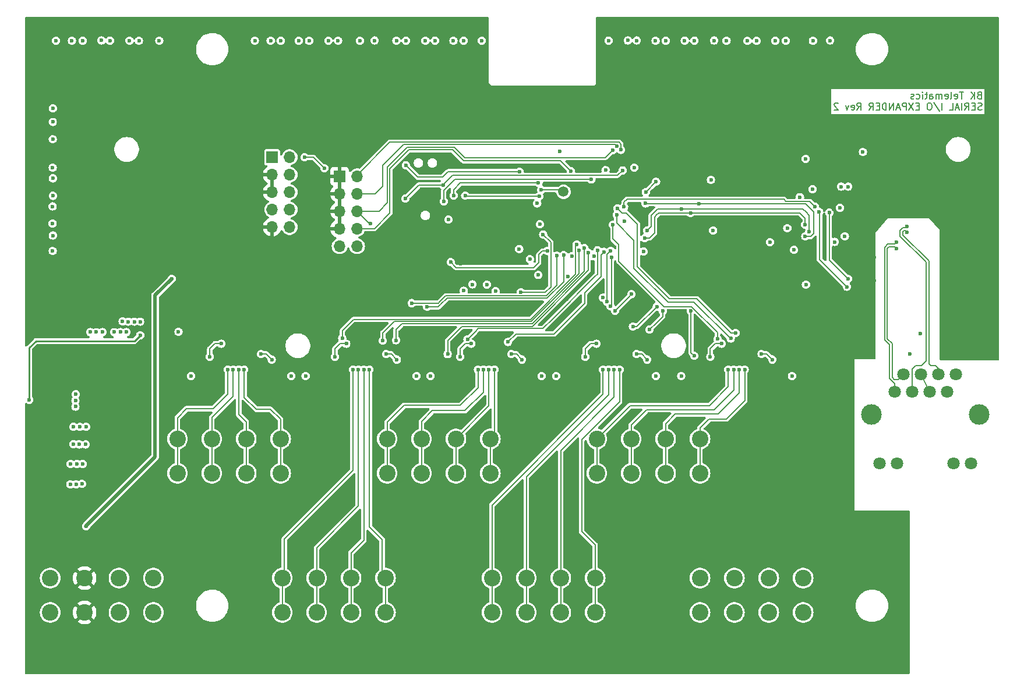
<source format=gbr>
%TF.GenerationSoftware,KiCad,Pcbnew,7.0.8*%
%TF.CreationDate,2023-12-19T12:05:06+02:00*%
%TF.ProjectId,serial_io_expander,73657269-616c-45f6-996f-5f657870616e,rev?*%
%TF.SameCoordinates,Original*%
%TF.FileFunction,Copper,L4,Bot*%
%TF.FilePolarity,Positive*%
%FSLAX46Y46*%
G04 Gerber Fmt 4.6, Leading zero omitted, Abs format (unit mm)*
G04 Created by KiCad (PCBNEW 7.0.8) date 2023-12-19 12:05:06*
%MOMM*%
%LPD*%
G01*
G04 APERTURE LIST*
%ADD10C,0.200000*%
%TA.AperFunction,NonConductor*%
%ADD11C,0.200000*%
%TD*%
%TA.AperFunction,ComponentPad*%
%ADD12C,2.400000*%
%TD*%
%TA.AperFunction,ComponentPad*%
%ADD13C,1.800000*%
%TD*%
%TA.AperFunction,ComponentPad*%
%ADD14C,3.000000*%
%TD*%
%TA.AperFunction,ComponentPad*%
%ADD15R,1.700000X1.700000*%
%TD*%
%TA.AperFunction,ComponentPad*%
%ADD16O,1.700000X1.700000*%
%TD*%
%TA.AperFunction,SMDPad,CuDef*%
%ADD17C,1.500000*%
%TD*%
%TA.AperFunction,ViaPad*%
%ADD18C,0.600000*%
%TD*%
%TA.AperFunction,Conductor*%
%ADD19C,0.254000*%
%TD*%
%TA.AperFunction,Conductor*%
%ADD20C,0.500000*%
%TD*%
%TA.AperFunction,Conductor*%
%ADD21C,0.150000*%
%TD*%
%TA.AperFunction,Conductor*%
%ADD22C,0.200000*%
%TD*%
G04 APERTURE END LIST*
D10*
D11*
X198916993Y-60608409D02*
X198774136Y-60656028D01*
X198774136Y-60656028D02*
X198726517Y-60703647D01*
X198726517Y-60703647D02*
X198678898Y-60798885D01*
X198678898Y-60798885D02*
X198678898Y-60941742D01*
X198678898Y-60941742D02*
X198726517Y-61036980D01*
X198726517Y-61036980D02*
X198774136Y-61084600D01*
X198774136Y-61084600D02*
X198869374Y-61132219D01*
X198869374Y-61132219D02*
X199250326Y-61132219D01*
X199250326Y-61132219D02*
X199250326Y-60132219D01*
X199250326Y-60132219D02*
X198916993Y-60132219D01*
X198916993Y-60132219D02*
X198821755Y-60179838D01*
X198821755Y-60179838D02*
X198774136Y-60227457D01*
X198774136Y-60227457D02*
X198726517Y-60322695D01*
X198726517Y-60322695D02*
X198726517Y-60417933D01*
X198726517Y-60417933D02*
X198774136Y-60513171D01*
X198774136Y-60513171D02*
X198821755Y-60560790D01*
X198821755Y-60560790D02*
X198916993Y-60608409D01*
X198916993Y-60608409D02*
X199250326Y-60608409D01*
X198250326Y-61132219D02*
X198250326Y-60132219D01*
X197678898Y-61132219D02*
X198107469Y-60560790D01*
X197678898Y-60132219D02*
X198250326Y-60703647D01*
X196631278Y-60132219D02*
X196059850Y-60132219D01*
X196345564Y-61132219D02*
X196345564Y-60132219D01*
X195345564Y-61084600D02*
X195440802Y-61132219D01*
X195440802Y-61132219D02*
X195631278Y-61132219D01*
X195631278Y-61132219D02*
X195726516Y-61084600D01*
X195726516Y-61084600D02*
X195774135Y-60989361D01*
X195774135Y-60989361D02*
X195774135Y-60608409D01*
X195774135Y-60608409D02*
X195726516Y-60513171D01*
X195726516Y-60513171D02*
X195631278Y-60465552D01*
X195631278Y-60465552D02*
X195440802Y-60465552D01*
X195440802Y-60465552D02*
X195345564Y-60513171D01*
X195345564Y-60513171D02*
X195297945Y-60608409D01*
X195297945Y-60608409D02*
X195297945Y-60703647D01*
X195297945Y-60703647D02*
X195774135Y-60798885D01*
X194726516Y-61132219D02*
X194821754Y-61084600D01*
X194821754Y-61084600D02*
X194869373Y-60989361D01*
X194869373Y-60989361D02*
X194869373Y-60132219D01*
X193964611Y-61084600D02*
X194059849Y-61132219D01*
X194059849Y-61132219D02*
X194250325Y-61132219D01*
X194250325Y-61132219D02*
X194345563Y-61084600D01*
X194345563Y-61084600D02*
X194393182Y-60989361D01*
X194393182Y-60989361D02*
X194393182Y-60608409D01*
X194393182Y-60608409D02*
X194345563Y-60513171D01*
X194345563Y-60513171D02*
X194250325Y-60465552D01*
X194250325Y-60465552D02*
X194059849Y-60465552D01*
X194059849Y-60465552D02*
X193964611Y-60513171D01*
X193964611Y-60513171D02*
X193916992Y-60608409D01*
X193916992Y-60608409D02*
X193916992Y-60703647D01*
X193916992Y-60703647D02*
X194393182Y-60798885D01*
X193488420Y-61132219D02*
X193488420Y-60465552D01*
X193488420Y-60560790D02*
X193440801Y-60513171D01*
X193440801Y-60513171D02*
X193345563Y-60465552D01*
X193345563Y-60465552D02*
X193202706Y-60465552D01*
X193202706Y-60465552D02*
X193107468Y-60513171D01*
X193107468Y-60513171D02*
X193059849Y-60608409D01*
X193059849Y-60608409D02*
X193059849Y-61132219D01*
X193059849Y-60608409D02*
X193012230Y-60513171D01*
X193012230Y-60513171D02*
X192916992Y-60465552D01*
X192916992Y-60465552D02*
X192774135Y-60465552D01*
X192774135Y-60465552D02*
X192678896Y-60513171D01*
X192678896Y-60513171D02*
X192631277Y-60608409D01*
X192631277Y-60608409D02*
X192631277Y-61132219D01*
X191726516Y-61132219D02*
X191726516Y-60608409D01*
X191726516Y-60608409D02*
X191774135Y-60513171D01*
X191774135Y-60513171D02*
X191869373Y-60465552D01*
X191869373Y-60465552D02*
X192059849Y-60465552D01*
X192059849Y-60465552D02*
X192155087Y-60513171D01*
X191726516Y-61084600D02*
X191821754Y-61132219D01*
X191821754Y-61132219D02*
X192059849Y-61132219D01*
X192059849Y-61132219D02*
X192155087Y-61084600D01*
X192155087Y-61084600D02*
X192202706Y-60989361D01*
X192202706Y-60989361D02*
X192202706Y-60894123D01*
X192202706Y-60894123D02*
X192155087Y-60798885D01*
X192155087Y-60798885D02*
X192059849Y-60751266D01*
X192059849Y-60751266D02*
X191821754Y-60751266D01*
X191821754Y-60751266D02*
X191726516Y-60703647D01*
X191393182Y-60465552D02*
X191012230Y-60465552D01*
X191250325Y-60132219D02*
X191250325Y-60989361D01*
X191250325Y-60989361D02*
X191202706Y-61084600D01*
X191202706Y-61084600D02*
X191107468Y-61132219D01*
X191107468Y-61132219D02*
X191012230Y-61132219D01*
X190678896Y-61132219D02*
X190678896Y-60465552D01*
X190678896Y-60132219D02*
X190726515Y-60179838D01*
X190726515Y-60179838D02*
X190678896Y-60227457D01*
X190678896Y-60227457D02*
X190631277Y-60179838D01*
X190631277Y-60179838D02*
X190678896Y-60132219D01*
X190678896Y-60132219D02*
X190678896Y-60227457D01*
X189774135Y-61084600D02*
X189869373Y-61132219D01*
X189869373Y-61132219D02*
X190059849Y-61132219D01*
X190059849Y-61132219D02*
X190155087Y-61084600D01*
X190155087Y-61084600D02*
X190202706Y-61036980D01*
X190202706Y-61036980D02*
X190250325Y-60941742D01*
X190250325Y-60941742D02*
X190250325Y-60656028D01*
X190250325Y-60656028D02*
X190202706Y-60560790D01*
X190202706Y-60560790D02*
X190155087Y-60513171D01*
X190155087Y-60513171D02*
X190059849Y-60465552D01*
X190059849Y-60465552D02*
X189869373Y-60465552D01*
X189869373Y-60465552D02*
X189774135Y-60513171D01*
X189393182Y-61084600D02*
X189297944Y-61132219D01*
X189297944Y-61132219D02*
X189107468Y-61132219D01*
X189107468Y-61132219D02*
X189012230Y-61084600D01*
X189012230Y-61084600D02*
X188964611Y-60989361D01*
X188964611Y-60989361D02*
X188964611Y-60941742D01*
X188964611Y-60941742D02*
X189012230Y-60846504D01*
X189012230Y-60846504D02*
X189107468Y-60798885D01*
X189107468Y-60798885D02*
X189250325Y-60798885D01*
X189250325Y-60798885D02*
X189345563Y-60751266D01*
X189345563Y-60751266D02*
X189393182Y-60656028D01*
X189393182Y-60656028D02*
X189393182Y-60608409D01*
X189393182Y-60608409D02*
X189345563Y-60513171D01*
X189345563Y-60513171D02*
X189250325Y-60465552D01*
X189250325Y-60465552D02*
X189107468Y-60465552D01*
X189107468Y-60465552D02*
X189012230Y-60513171D01*
X199297945Y-62694600D02*
X199155088Y-62742219D01*
X199155088Y-62742219D02*
X198916993Y-62742219D01*
X198916993Y-62742219D02*
X198821755Y-62694600D01*
X198821755Y-62694600D02*
X198774136Y-62646980D01*
X198774136Y-62646980D02*
X198726517Y-62551742D01*
X198726517Y-62551742D02*
X198726517Y-62456504D01*
X198726517Y-62456504D02*
X198774136Y-62361266D01*
X198774136Y-62361266D02*
X198821755Y-62313647D01*
X198821755Y-62313647D02*
X198916993Y-62266028D01*
X198916993Y-62266028D02*
X199107469Y-62218409D01*
X199107469Y-62218409D02*
X199202707Y-62170790D01*
X199202707Y-62170790D02*
X199250326Y-62123171D01*
X199250326Y-62123171D02*
X199297945Y-62027933D01*
X199297945Y-62027933D02*
X199297945Y-61932695D01*
X199297945Y-61932695D02*
X199250326Y-61837457D01*
X199250326Y-61837457D02*
X199202707Y-61789838D01*
X199202707Y-61789838D02*
X199107469Y-61742219D01*
X199107469Y-61742219D02*
X198869374Y-61742219D01*
X198869374Y-61742219D02*
X198726517Y-61789838D01*
X198297945Y-62218409D02*
X197964612Y-62218409D01*
X197821755Y-62742219D02*
X198297945Y-62742219D01*
X198297945Y-62742219D02*
X198297945Y-61742219D01*
X198297945Y-61742219D02*
X197821755Y-61742219D01*
X196821755Y-62742219D02*
X197155088Y-62266028D01*
X197393183Y-62742219D02*
X197393183Y-61742219D01*
X197393183Y-61742219D02*
X197012231Y-61742219D01*
X197012231Y-61742219D02*
X196916993Y-61789838D01*
X196916993Y-61789838D02*
X196869374Y-61837457D01*
X196869374Y-61837457D02*
X196821755Y-61932695D01*
X196821755Y-61932695D02*
X196821755Y-62075552D01*
X196821755Y-62075552D02*
X196869374Y-62170790D01*
X196869374Y-62170790D02*
X196916993Y-62218409D01*
X196916993Y-62218409D02*
X197012231Y-62266028D01*
X197012231Y-62266028D02*
X197393183Y-62266028D01*
X196393183Y-62742219D02*
X196393183Y-61742219D01*
X195964612Y-62456504D02*
X195488422Y-62456504D01*
X196059850Y-62742219D02*
X195726517Y-61742219D01*
X195726517Y-61742219D02*
X195393184Y-62742219D01*
X194583660Y-62742219D02*
X195059850Y-62742219D01*
X195059850Y-62742219D02*
X195059850Y-61742219D01*
X193488421Y-62742219D02*
X193488421Y-61742219D01*
X192297946Y-61694600D02*
X193155088Y-62980314D01*
X191774136Y-61742219D02*
X191583660Y-61742219D01*
X191583660Y-61742219D02*
X191488422Y-61789838D01*
X191488422Y-61789838D02*
X191393184Y-61885076D01*
X191393184Y-61885076D02*
X191345565Y-62075552D01*
X191345565Y-62075552D02*
X191345565Y-62408885D01*
X191345565Y-62408885D02*
X191393184Y-62599361D01*
X191393184Y-62599361D02*
X191488422Y-62694600D01*
X191488422Y-62694600D02*
X191583660Y-62742219D01*
X191583660Y-62742219D02*
X191774136Y-62742219D01*
X191774136Y-62742219D02*
X191869374Y-62694600D01*
X191869374Y-62694600D02*
X191964612Y-62599361D01*
X191964612Y-62599361D02*
X192012231Y-62408885D01*
X192012231Y-62408885D02*
X192012231Y-62075552D01*
X192012231Y-62075552D02*
X191964612Y-61885076D01*
X191964612Y-61885076D02*
X191869374Y-61789838D01*
X191869374Y-61789838D02*
X191774136Y-61742219D01*
X190155088Y-62218409D02*
X189821755Y-62218409D01*
X189678898Y-62742219D02*
X190155088Y-62742219D01*
X190155088Y-62742219D02*
X190155088Y-61742219D01*
X190155088Y-61742219D02*
X189678898Y-61742219D01*
X189345564Y-61742219D02*
X188678898Y-62742219D01*
X188678898Y-61742219D02*
X189345564Y-62742219D01*
X188297945Y-62742219D02*
X188297945Y-61742219D01*
X188297945Y-61742219D02*
X187916993Y-61742219D01*
X187916993Y-61742219D02*
X187821755Y-61789838D01*
X187821755Y-61789838D02*
X187774136Y-61837457D01*
X187774136Y-61837457D02*
X187726517Y-61932695D01*
X187726517Y-61932695D02*
X187726517Y-62075552D01*
X187726517Y-62075552D02*
X187774136Y-62170790D01*
X187774136Y-62170790D02*
X187821755Y-62218409D01*
X187821755Y-62218409D02*
X187916993Y-62266028D01*
X187916993Y-62266028D02*
X188297945Y-62266028D01*
X187345564Y-62456504D02*
X186869374Y-62456504D01*
X187440802Y-62742219D02*
X187107469Y-61742219D01*
X187107469Y-61742219D02*
X186774136Y-62742219D01*
X186440802Y-62742219D02*
X186440802Y-61742219D01*
X186440802Y-61742219D02*
X185869374Y-62742219D01*
X185869374Y-62742219D02*
X185869374Y-61742219D01*
X185393183Y-62742219D02*
X185393183Y-61742219D01*
X185393183Y-61742219D02*
X185155088Y-61742219D01*
X185155088Y-61742219D02*
X185012231Y-61789838D01*
X185012231Y-61789838D02*
X184916993Y-61885076D01*
X184916993Y-61885076D02*
X184869374Y-61980314D01*
X184869374Y-61980314D02*
X184821755Y-62170790D01*
X184821755Y-62170790D02*
X184821755Y-62313647D01*
X184821755Y-62313647D02*
X184869374Y-62504123D01*
X184869374Y-62504123D02*
X184916993Y-62599361D01*
X184916993Y-62599361D02*
X185012231Y-62694600D01*
X185012231Y-62694600D02*
X185155088Y-62742219D01*
X185155088Y-62742219D02*
X185393183Y-62742219D01*
X184393183Y-62218409D02*
X184059850Y-62218409D01*
X183916993Y-62742219D02*
X184393183Y-62742219D01*
X184393183Y-62742219D02*
X184393183Y-61742219D01*
X184393183Y-61742219D02*
X183916993Y-61742219D01*
X182916993Y-62742219D02*
X183250326Y-62266028D01*
X183488421Y-62742219D02*
X183488421Y-61742219D01*
X183488421Y-61742219D02*
X183107469Y-61742219D01*
X183107469Y-61742219D02*
X183012231Y-61789838D01*
X183012231Y-61789838D02*
X182964612Y-61837457D01*
X182964612Y-61837457D02*
X182916993Y-61932695D01*
X182916993Y-61932695D02*
X182916993Y-62075552D01*
X182916993Y-62075552D02*
X182964612Y-62170790D01*
X182964612Y-62170790D02*
X183012231Y-62218409D01*
X183012231Y-62218409D02*
X183107469Y-62266028D01*
X183107469Y-62266028D02*
X183488421Y-62266028D01*
X181155088Y-62742219D02*
X181488421Y-62266028D01*
X181726516Y-62742219D02*
X181726516Y-61742219D01*
X181726516Y-61742219D02*
X181345564Y-61742219D01*
X181345564Y-61742219D02*
X181250326Y-61789838D01*
X181250326Y-61789838D02*
X181202707Y-61837457D01*
X181202707Y-61837457D02*
X181155088Y-61932695D01*
X181155088Y-61932695D02*
X181155088Y-62075552D01*
X181155088Y-62075552D02*
X181202707Y-62170790D01*
X181202707Y-62170790D02*
X181250326Y-62218409D01*
X181250326Y-62218409D02*
X181345564Y-62266028D01*
X181345564Y-62266028D02*
X181726516Y-62266028D01*
X180345564Y-62694600D02*
X180440802Y-62742219D01*
X180440802Y-62742219D02*
X180631278Y-62742219D01*
X180631278Y-62742219D02*
X180726516Y-62694600D01*
X180726516Y-62694600D02*
X180774135Y-62599361D01*
X180774135Y-62599361D02*
X180774135Y-62218409D01*
X180774135Y-62218409D02*
X180726516Y-62123171D01*
X180726516Y-62123171D02*
X180631278Y-62075552D01*
X180631278Y-62075552D02*
X180440802Y-62075552D01*
X180440802Y-62075552D02*
X180345564Y-62123171D01*
X180345564Y-62123171D02*
X180297945Y-62218409D01*
X180297945Y-62218409D02*
X180297945Y-62313647D01*
X180297945Y-62313647D02*
X180774135Y-62408885D01*
X179964611Y-62075552D02*
X179726516Y-62742219D01*
X179726516Y-62742219D02*
X179488421Y-62075552D01*
X178393182Y-61837457D02*
X178345563Y-61789838D01*
X178345563Y-61789838D02*
X178250325Y-61742219D01*
X178250325Y-61742219D02*
X178012230Y-61742219D01*
X178012230Y-61742219D02*
X177916992Y-61789838D01*
X177916992Y-61789838D02*
X177869373Y-61837457D01*
X177869373Y-61837457D02*
X177821754Y-61932695D01*
X177821754Y-61932695D02*
X177821754Y-62027933D01*
X177821754Y-62027933D02*
X177869373Y-62170790D01*
X177869373Y-62170790D02*
X178440801Y-62742219D01*
X178440801Y-62742219D02*
X177821754Y-62742219D01*
D12*
%TO.P,J12,1,Pin_1*%
%TO.N,/digital_inputs/IN20*%
X143330000Y-110600000D03*
X143330000Y-115600000D03*
%TO.P,J12,2,Pin_2*%
%TO.N,/digital_inputs/IN19*%
X148330000Y-110600000D03*
X148330000Y-115600000D03*
%TO.P,J12,3,Pin_3*%
%TO.N,/digital_inputs/IN18*%
X153330000Y-110600000D03*
X153330000Y-115600000D03*
%TO.P,J12,4,Pin_4*%
%TO.N,/digital_inputs/IN17*%
X158330000Y-110600000D03*
X158330000Y-115600000D03*
%TD*%
D13*
%TO.P,J5,1,TD+*%
%TO.N,/Ethernet/TX_P*%
X186630000Y-103750000D03*
%TO.P,J5,2,TD-*%
%TO.N,/Ethernet/TX_N*%
X187900000Y-101210000D03*
%TO.P,J5,3,RD+*%
%TO.N,/Ethernet/RX_P*%
X189170000Y-103750000D03*
%TO.P,J5,4,CT*%
%TO.N,/Ethernet/+W6100_3V3_A*%
X190440000Y-101210000D03*
%TO.P,J5,5,CT*%
X191710000Y-103750000D03*
%TO.P,J5,6,RD-*%
%TO.N,/Ethernet/RX_N*%
X192980000Y-101210000D03*
%TO.P,J5,7,NC*%
%TO.N,unconnected-(J5-NC-Pad7)*%
X194250000Y-103750000D03*
D14*
%TO.P,J5,8,SHIELD*%
%TO.N,Net-(J5-SHIELD)*%
X183225000Y-107050000D03*
D13*
X195520000Y-101210000D03*
D14*
X198925000Y-107050000D03*
D13*
%TO.P,J5,9*%
%TO.N,+3.3V*%
X184400000Y-114160000D03*
%TO.P,J5,10*%
%TO.N,Net-(RN8-R4.1)*%
X186940000Y-114160000D03*
%TO.P,J5,11*%
%TO.N,+3.3V*%
X195210000Y-114160000D03*
%TO.P,J5,12*%
%TO.N,Net-(RN8-R3.1)*%
X197750000Y-114160000D03*
%TD*%
D12*
%TO.P,J11,1,Pin_1*%
%TO.N,/digital_inputs/IN4*%
X82370000Y-110600000D03*
X82370000Y-115600000D03*
%TO.P,J11,2,Pin_2*%
%TO.N,/digital_inputs/IN3*%
X87370000Y-110600000D03*
X87370000Y-115600000D03*
%TO.P,J11,3,Pin_3*%
%TO.N,/digital_inputs/IN2*%
X92370000Y-110600000D03*
X92370000Y-115600000D03*
%TO.P,J11,4,Pin_4*%
%TO.N,/digital_inputs/IN1*%
X97370000Y-110600000D03*
X97370000Y-115600000D03*
%TD*%
D15*
%TO.P,J14,1,Pin_1*%
%TO.N,GND*%
X105940000Y-72400000D03*
D16*
%TO.P,J14,2,Pin_2*%
%TO.N,/DEBUG_TX*%
X108480000Y-72400000D03*
%TO.P,J14,3,Pin_3*%
%TO.N,GND*%
X105940000Y-74940000D03*
%TO.P,J14,4,Pin_4*%
%TO.N,/DEBUG_RX*%
X108480000Y-74940000D03*
%TO.P,J14,5,Pin_5*%
%TO.N,GND*%
X105940000Y-77480000D03*
%TO.P,J14,6,Pin_6*%
%TO.N,/TWI_SCL*%
X108480000Y-77480000D03*
%TO.P,J14,7,Pin_7*%
%TO.N,GND*%
X105940000Y-80020000D03*
%TO.P,J14,8,Pin_8*%
%TO.N,/TWI_SDA*%
X108480000Y-80020000D03*
%TO.P,J14,9,Pin_9*%
%TO.N,+3.3V*%
X105940000Y-82560000D03*
%TO.P,J14,10,Pin_10*%
X108480000Y-82560000D03*
%TD*%
D12*
%TO.P,J9,1,Pin_1*%
%TO.N,/digital_inputs/IN8*%
X97610000Y-130840000D03*
X97610000Y-135840000D03*
%TO.P,J9,2,Pin_2*%
%TO.N,/digital_inputs/IN7*%
X102610000Y-130840000D03*
X102610000Y-135840000D03*
%TO.P,J9,3,Pin_3*%
%TO.N,/digital_inputs/IN6*%
X107610000Y-130840000D03*
X107610000Y-135840000D03*
%TO.P,J9,4,Pin_4*%
%TO.N,/digital_inputs/IN5*%
X112610000Y-130840000D03*
X112610000Y-135840000D03*
%TD*%
%TO.P,J8,1,Pin_1*%
%TO.N,/digital_inputs/IN16*%
X128090000Y-130840000D03*
X128090000Y-135840000D03*
%TO.P,J8,2,Pin_2*%
%TO.N,/digital_inputs/IN15*%
X133090000Y-130840000D03*
X133090000Y-135840000D03*
%TO.P,J8,3,Pin_3*%
%TO.N,/digital_inputs/IN14*%
X138090000Y-130840000D03*
X138090000Y-135840000D03*
%TO.P,J8,4,Pin_4*%
%TO.N,/digital_inputs/IN13*%
X143090000Y-130840000D03*
X143090000Y-135840000D03*
%TD*%
%TO.P,J1,1,Pin_1*%
%TO.N,/+PWR*%
X63880000Y-130840000D03*
X63880000Y-135840000D03*
%TO.P,J1,2,Pin_2*%
%TO.N,GND*%
X68880000Y-130840000D03*
X68880000Y-135840000D03*
%TO.P,J1,3,Pin_3*%
%TO.N,/SERIAL_TX*%
X73880000Y-130840000D03*
X73880000Y-135840000D03*
%TO.P,J1,4,Pin_4*%
%TO.N,/SERIAL_RX*%
X78880000Y-130840000D03*
X78880000Y-135840000D03*
%TD*%
%TO.P,J10,1,Pin_1*%
%TO.N,/digital_inputs/IN12*%
X112850000Y-110600000D03*
X112850000Y-115600000D03*
%TO.P,J10,2,Pin_2*%
%TO.N,/digital_inputs/IN11*%
X117850000Y-110600000D03*
X117850000Y-115600000D03*
%TO.P,J10,3,Pin_3*%
%TO.N,/digital_inputs/IN10*%
X122850000Y-110600000D03*
X122850000Y-115600000D03*
%TO.P,J10,4,Pin_4*%
%TO.N,/digital_inputs/IN9*%
X127850000Y-110600000D03*
X127850000Y-115600000D03*
%TD*%
D15*
%TO.P,J6,1,VTref*%
%TO.N,+3.3V*%
X96140000Y-69630000D03*
D16*
%TO.P,J6,2,SWDIO/TMS*%
%TO.N,/mcu/SWDIO{slash}TMS*%
X98680000Y-69630000D03*
%TO.P,J6,3,GND*%
%TO.N,GND*%
X96140000Y-72170000D03*
%TO.P,J6,4,SWCLK/TCK*%
%TO.N,/mcu/SWCLK{slash}TCK*%
X98680000Y-72170000D03*
%TO.P,J6,5,GND*%
%TO.N,GND*%
X96140000Y-74710000D03*
%TO.P,J6,6,SWO/TDO*%
%TO.N,/mcu/SWO{slash}TDO*%
X98680000Y-74710000D03*
%TO.P,J6,7,KEY*%
%TO.N,unconnected-(J6-KEY-Pad7)*%
X96140000Y-77250000D03*
%TO.P,J6,8,NC/TDI*%
%TO.N,/mcu/TDI*%
X98680000Y-77250000D03*
%TO.P,J6,9,GNDDetect*%
%TO.N,GND*%
X96140000Y-79790000D03*
%TO.P,J6,10,~{RESET}*%
%TO.N,/mcu/RESET*%
X98680000Y-79790000D03*
%TD*%
D12*
%TO.P,J13,1,Pin_1*%
%TO.N,/analog_signal_conditioning/AN_D*%
X158330000Y-130840000D03*
X158330000Y-135840000D03*
%TO.P,J13,2,Pin_2*%
%TO.N,/analog_signal_conditioning/AN_C*%
X163330000Y-130840000D03*
X163330000Y-135840000D03*
%TO.P,J13,3,Pin_3*%
%TO.N,/analog_signal_conditioning/AN_B*%
X168330000Y-130840000D03*
X168330000Y-135840000D03*
%TO.P,J13,4,Pin_4*%
%TO.N,/analog_signal_conditioning/AN_A*%
X173330000Y-130840000D03*
X173330000Y-135840000D03*
%TD*%
D17*
%TO.P,TP1,1,1*%
%TO.N,/mcu/ERASE*%
X138490000Y-74660000D03*
%TD*%
D18*
%TO.N,GND*%
X171450000Y-124725000D03*
X175500000Y-121350000D03*
X176325000Y-125525000D03*
X171850000Y-128250000D03*
X170650000Y-119975000D03*
X169500000Y-122275000D03*
X167100000Y-124350000D03*
X165825000Y-127575000D03*
X166025000Y-120400000D03*
X164300000Y-122575000D03*
X162050000Y-124775000D03*
X160875000Y-127500000D03*
X139800000Y-59600000D03*
X133800000Y-59600000D03*
X127800000Y-59600000D03*
X142800000Y-59600000D03*
X130800000Y-59600000D03*
X127150000Y-56775000D03*
X136800000Y-59600000D03*
%TO.N,+3.3V*%
X64725000Y-52675000D03*
X93625000Y-52675000D03*
X126625000Y-52675000D03*
%TO.N,GND*%
X157180000Y-83260000D03*
X185000000Y-144000000D03*
X83000000Y-126000000D03*
X134325000Y-112025000D03*
X143050000Y-74450000D03*
X164800000Y-89000000D03*
X103100000Y-50000000D03*
X169800000Y-113100000D03*
X161450000Y-91875000D03*
X131750000Y-96650000D03*
X64300000Y-109500000D03*
X110400000Y-56200000D03*
X145400000Y-59000000D03*
X155725000Y-61500000D03*
X173625000Y-57125000D03*
X61100000Y-64500000D03*
X172100000Y-113100000D03*
X76100000Y-50000000D03*
X149980000Y-68010000D03*
X180490000Y-69000000D03*
X182600000Y-83190000D03*
X110700000Y-95425000D03*
X164205000Y-70310000D03*
X169800000Y-111000000D03*
X171300000Y-66000000D03*
X158000000Y-144000000D03*
X173930000Y-68810000D03*
X136850000Y-115950000D03*
X156000000Y-123000000D03*
X64100000Y-50000000D03*
X88200000Y-61900000D03*
X85800000Y-75000000D03*
X122000000Y-144000000D03*
X146000000Y-123000000D03*
X153000000Y-134000000D03*
X147880000Y-68535000D03*
X104100000Y-106400000D03*
X135630000Y-84040000D03*
X97850000Y-59025000D03*
X146000000Y-126000000D03*
X61100000Y-109500000D03*
X200800000Y-68300000D03*
X150030000Y-84660000D03*
X107000000Y-144000000D03*
X137700000Y-79000000D03*
X71175000Y-75525000D03*
X161300000Y-55400000D03*
X72600000Y-105610000D03*
X149950000Y-102950000D03*
X86885000Y-83120000D03*
X71750000Y-108900000D03*
X179300000Y-111000000D03*
X77000000Y-144000000D03*
X172100000Y-50000000D03*
X61100000Y-73500000D03*
X61200000Y-117500000D03*
X98000000Y-144000000D03*
X178940000Y-70670000D03*
X190340000Y-95290000D03*
X122000000Y-123000000D03*
X92000000Y-123000000D03*
X168200000Y-113100000D03*
X117000000Y-126000000D03*
X76880000Y-98930000D03*
X186630000Y-77650000D03*
X119000000Y-131000000D03*
X155000000Y-144000000D03*
X130860000Y-88020000D03*
X99750000Y-61500000D03*
X192130000Y-75785000D03*
X173575000Y-106100000D03*
X70875000Y-61525000D03*
X128740000Y-83270000D03*
X177760000Y-77200000D03*
X176000000Y-144000000D03*
X113100000Y-90025000D03*
X164400000Y-111000000D03*
X176430000Y-79385000D03*
X165200000Y-111000000D03*
X159305000Y-70210000D03*
X86250000Y-97000000D03*
X93500000Y-79900000D03*
X85300000Y-107500000D03*
X160550000Y-99600000D03*
X67115000Y-65740000D03*
X196100000Y-50000000D03*
X125225000Y-91925000D03*
X177370000Y-70610000D03*
X156000000Y-126000000D03*
X92000000Y-120000000D03*
X194730000Y-86410000D03*
X165630000Y-86010000D03*
X170525000Y-59600000D03*
X97000000Y-126000000D03*
X111800000Y-60300000D03*
X162330000Y-80410000D03*
X200800000Y-89300000D03*
X127000000Y-120000000D03*
X137955000Y-82585000D03*
X124050000Y-90975000D03*
X163500000Y-113100000D03*
X177500000Y-90725000D03*
X112100000Y-50000000D03*
X120120000Y-74580000D03*
X106900000Y-60600000D03*
X103000000Y-116000000D03*
X194290000Y-80260000D03*
X118100000Y-50000000D03*
X167400000Y-111000000D03*
X93700000Y-61800000D03*
X86000000Y-144000000D03*
X116925000Y-95250000D03*
X61100000Y-79500000D03*
X200800000Y-77300000D03*
X105075000Y-95550000D03*
X200800000Y-80300000D03*
X157100000Y-50000000D03*
X129850000Y-99350000D03*
X193100000Y-50000000D03*
X79700000Y-61600000D03*
X102000000Y-75000000D03*
X157000000Y-65900000D03*
X71300000Y-114300000D03*
X169000000Y-113100000D03*
X61100000Y-70500000D03*
X71750000Y-111300000D03*
X134800000Y-81390000D03*
X170830000Y-89135000D03*
X183330000Y-74870000D03*
X200800000Y-53300000D03*
X103000000Y-110000000D03*
X72300000Y-114350000D03*
X136900000Y-106500000D03*
X196000000Y-54800000D03*
X179200000Y-113100000D03*
X71750000Y-91700000D03*
X173600000Y-82480000D03*
X88200000Y-80000000D03*
X167000000Y-144000000D03*
X110000000Y-144000000D03*
X178400000Y-113100000D03*
X114500000Y-57300000D03*
X74450000Y-110700000D03*
X92000000Y-144000000D03*
X73200000Y-86600000D03*
X114100000Y-79600000D03*
X119700000Y-95300000D03*
X68225000Y-59625000D03*
X77800000Y-86600000D03*
X153080000Y-69085000D03*
X127000000Y-126000000D03*
X145100000Y-50000000D03*
X170580000Y-85660000D03*
X74000000Y-144000000D03*
X134905000Y-71635000D03*
X177790000Y-80890000D03*
X68000000Y-144000000D03*
X93450000Y-99300000D03*
X200800000Y-92300000D03*
X167950000Y-96600000D03*
X65500000Y-90500000D03*
X76000000Y-82900000D03*
X87750000Y-99650000D03*
X170148750Y-82571250D03*
X191900000Y-54800000D03*
X200800000Y-95300000D03*
X142400000Y-102972500D03*
X115600000Y-78000000D03*
X149630000Y-66760000D03*
X71660000Y-99940000D03*
X150000000Y-134000000D03*
X92000000Y-126000000D03*
X154840000Y-74740000D03*
X146000000Y-120000000D03*
X123655000Y-83710000D03*
X151600000Y-107300000D03*
X61100000Y-88500000D03*
X61100000Y-82500000D03*
X111650000Y-99300000D03*
X65700000Y-86700000D03*
X179500000Y-100300000D03*
X61100000Y-50000000D03*
X168100000Y-102950000D03*
X61100000Y-61500000D03*
X164300000Y-113100000D03*
X64500000Y-117400000D03*
X131755000Y-81210000D03*
X117975000Y-61450000D03*
X117000000Y-120000000D03*
X61100000Y-52500000D03*
X170000000Y-144000000D03*
X138530000Y-80535000D03*
X70600000Y-79025000D03*
X91100000Y-50000000D03*
X113000000Y-123000000D03*
X155755000Y-70235000D03*
X200800000Y-83300000D03*
X179980000Y-84660000D03*
X61100000Y-76500000D03*
X64400000Y-113500000D03*
X173700000Y-113100000D03*
X145000000Y-55400000D03*
X127280000Y-79810000D03*
X173175000Y-61500000D03*
X149650000Y-59000000D03*
X70100000Y-50000000D03*
X89500000Y-76500000D03*
X79100000Y-50000000D03*
X64960000Y-103370000D03*
X184200000Y-125500000D03*
X172740000Y-85640000D03*
X73100000Y-50000000D03*
X171700000Y-73420000D03*
X106100000Y-50000000D03*
X101900000Y-72800000D03*
X146955000Y-73035000D03*
X138970000Y-90260000D03*
X122600000Y-97000000D03*
X158300000Y-88500000D03*
X104000000Y-144000000D03*
X169025000Y-61525000D03*
X75025000Y-61550000D03*
X123900000Y-99750000D03*
X87000000Y-123000000D03*
X130300000Y-106400000D03*
X97100000Y-50000000D03*
X149900000Y-96650000D03*
X153000000Y-131000000D03*
X115100000Y-50000000D03*
X140000000Y-144000000D03*
X62000000Y-144000000D03*
X147800000Y-107800000D03*
X187880000Y-73310000D03*
X140600000Y-62400000D03*
X159000000Y-97100000D03*
X172900000Y-113100000D03*
X147400000Y-57600000D03*
X180030000Y-86285000D03*
X127100000Y-50000000D03*
X179555000Y-66235000D03*
X156000000Y-120000000D03*
X138650000Y-77500000D03*
X199100000Y-50000000D03*
X126030000Y-78510000D03*
X61100000Y-55500000D03*
X133800000Y-106400000D03*
X164880000Y-79310000D03*
X137000000Y-144000000D03*
X123625000Y-95525000D03*
X177950000Y-78620000D03*
X122000000Y-126000000D03*
X176800000Y-113100000D03*
X144350000Y-76450000D03*
X187100000Y-50000000D03*
X140600000Y-77400000D03*
X164000000Y-144000000D03*
X161000000Y-144000000D03*
X167400000Y-113100000D03*
X71000000Y-144000000D03*
X72600000Y-103750000D03*
X67100000Y-50000000D03*
X136900000Y-109975000D03*
X140800000Y-97000000D03*
X160100000Y-50000000D03*
X127000000Y-123000000D03*
X134855000Y-78285000D03*
X176775000Y-95175000D03*
X160550000Y-102950000D03*
X124150000Y-102950000D03*
X186080000Y-66435000D03*
X135000000Y-110000000D03*
X106000000Y-110000000D03*
X125000000Y-144000000D03*
X181200000Y-122075000D03*
X200800000Y-50300000D03*
X101000000Y-144000000D03*
X70520000Y-99920000D03*
X162000000Y-60300000D03*
X103000000Y-113000000D03*
X173000000Y-144000000D03*
X139900000Y-106500000D03*
X151000000Y-123000000D03*
X170305000Y-78335000D03*
X163900000Y-65800000D03*
X180455000Y-70685000D03*
X154100000Y-50000000D03*
X128475000Y-91075000D03*
X200800000Y-74300000D03*
X178500000Y-111000000D03*
X162580000Y-74860000D03*
X82100000Y-50000000D03*
X97000000Y-120000000D03*
X174500000Y-111000000D03*
X152330000Y-81535000D03*
X176900000Y-111000000D03*
X179000000Y-144000000D03*
X177236102Y-74303898D03*
X122200000Y-70500000D03*
X193900000Y-56900000D03*
X122000000Y-120000000D03*
X127350000Y-91975000D03*
X183680000Y-84185000D03*
X113150000Y-85950000D03*
X190100000Y-50000000D03*
X153075000Y-59550000D03*
X150000000Y-137000000D03*
X71100000Y-82900000D03*
X149000000Y-144000000D03*
X146400000Y-65800000D03*
X61200000Y-113500000D03*
X74450000Y-109850000D03*
X61100000Y-94500000D03*
X162800000Y-111000000D03*
X177820000Y-79890000D03*
X122000000Y-131000000D03*
X95000000Y-144000000D03*
X147420000Y-74330000D03*
X174500000Y-113100000D03*
X200800000Y-98300000D03*
X148050000Y-99300000D03*
X80000000Y-144000000D03*
X157400000Y-57600000D03*
X71600000Y-127100000D03*
X83000000Y-123000000D03*
X124100000Y-50000000D03*
X151100000Y-50000000D03*
X145400000Y-61400000D03*
X166400000Y-59575000D03*
X172100000Y-111000000D03*
X72450000Y-59600000D03*
X72320000Y-101070000D03*
X139675000Y-112550000D03*
X163600000Y-111000000D03*
X195770000Y-94380000D03*
X174275000Y-91900000D03*
X61100000Y-58500000D03*
X89000000Y-144000000D03*
X154555000Y-79710000D03*
X113500000Y-102950000D03*
X150000000Y-131000000D03*
X80960000Y-79795000D03*
X106200000Y-57100000D03*
X109100000Y-50000000D03*
X69100000Y-90500000D03*
X101225000Y-59625000D03*
X73020000Y-99960000D03*
X92300000Y-77200000D03*
X119000000Y-144000000D03*
X146000000Y-144000000D03*
X113000000Y-144000000D03*
X119200000Y-83000000D03*
X181400000Y-127700000D03*
X162700000Y-113100000D03*
X163100000Y-50000000D03*
X177700000Y-111000000D03*
X187625000Y-124275000D03*
X122230000Y-83910000D03*
X113400000Y-95350000D03*
X142000000Y-126000000D03*
X175100000Y-85780000D03*
X167380000Y-74910000D03*
X142000000Y-120000000D03*
X175100000Y-50000000D03*
X150530000Y-77360000D03*
X176440000Y-76900000D03*
X100100000Y-50000000D03*
X182000000Y-144000000D03*
X71200000Y-116950000D03*
X118100000Y-80700000D03*
X176380000Y-82380000D03*
X85160000Y-79045000D03*
X127680000Y-81485000D03*
X162580000Y-72810000D03*
X113350000Y-96650000D03*
X180600000Y-91425000D03*
X72590000Y-104600000D03*
X176875000Y-100300000D03*
X177600000Y-113100000D03*
X123530000Y-85110000D03*
X140955000Y-80710000D03*
X166100000Y-50000000D03*
X183830000Y-69670000D03*
X106500000Y-106400000D03*
X61100000Y-67500000D03*
X128000000Y-144000000D03*
X139725000Y-115950000D03*
X131750000Y-103000000D03*
X164730000Y-82710000D03*
X87800000Y-102950000D03*
X117000000Y-123000000D03*
X67600000Y-127100000D03*
X189750000Y-73140000D03*
X116000000Y-83000000D03*
X73100000Y-77125000D03*
X154000000Y-67400000D03*
X101600000Y-78600000D03*
X120460000Y-71730000D03*
X168975000Y-106050000D03*
X66250000Y-64625000D03*
X169000000Y-111000000D03*
X170200000Y-74590000D03*
X169280000Y-78385000D03*
X142250000Y-78450000D03*
X72300000Y-116950000D03*
X143000000Y-144000000D03*
X128000000Y-74300000D03*
X101200000Y-106400000D03*
X132810000Y-87640000D03*
X144600000Y-65750000D03*
X116000000Y-144000000D03*
X98800000Y-106300000D03*
X162090000Y-78680000D03*
X87000000Y-126000000D03*
X148100000Y-50000000D03*
X183680000Y-87610000D03*
X135000000Y-116000000D03*
X122000000Y-137000000D03*
X83000000Y-144000000D03*
X151000000Y-120000000D03*
X173700000Y-111000000D03*
X74050000Y-99950000D03*
X95300000Y-102950000D03*
X128690000Y-76320000D03*
X83460000Y-82795000D03*
X187100000Y-122175000D03*
X129550000Y-95525000D03*
X176925000Y-104325000D03*
X193355000Y-79085000D03*
X183875000Y-122150000D03*
X200800000Y-62300000D03*
X61200000Y-120900000D03*
X61100000Y-85500000D03*
X116075000Y-59075000D03*
X151375000Y-61475000D03*
X78300000Y-57900000D03*
X119000000Y-137000000D03*
X174720000Y-82570000D03*
X190630000Y-72185000D03*
X156800000Y-108100000D03*
X62650000Y-103380000D03*
X65000000Y-144000000D03*
X153970000Y-78340000D03*
X135630000Y-86760000D03*
X176420000Y-78430000D03*
X61100000Y-91500000D03*
X136775000Y-94725000D03*
X185630000Y-69510000D03*
X152000000Y-144000000D03*
X169100000Y-50000000D03*
X92300000Y-73200000D03*
X153900000Y-71400000D03*
X194270000Y-82530000D03*
X127125000Y-95450000D03*
X191205000Y-66135000D03*
X95350000Y-96700000D03*
X97000000Y-123000000D03*
X119000000Y-134000000D03*
X69400000Y-86700000D03*
X88610000Y-85070000D03*
X193405000Y-83735000D03*
X200800000Y-65300000D03*
X113000000Y-120000000D03*
X142650000Y-90110000D03*
X137980000Y-65310000D03*
X187775000Y-128450000D03*
X188000000Y-144000000D03*
X72800000Y-111300000D03*
X182630000Y-85210000D03*
X160100000Y-58900000D03*
X66200000Y-66850000D03*
X157900000Y-62800000D03*
X142000000Y-71525000D03*
X72750000Y-108900000D03*
X179575000Y-104475000D03*
X151000000Y-126000000D03*
X94100000Y-50000000D03*
X140810000Y-90510000D03*
X122125000Y-61500000D03*
X88600000Y-72300000D03*
X181840000Y-82540000D03*
X73050000Y-72950000D03*
X113000000Y-126000000D03*
X72310000Y-101950000D03*
X87000000Y-120000000D03*
X104450000Y-97100000D03*
X160200000Y-62700000D03*
X92900000Y-107300000D03*
X120100000Y-78800000D03*
X200800000Y-86300000D03*
X106000000Y-113000000D03*
X122000000Y-134000000D03*
X105950000Y-102950000D03*
X140400000Y-75400000D03*
X89700000Y-107000000D03*
X131000000Y-144000000D03*
X179725000Y-95100000D03*
X167780000Y-70210000D03*
X200800000Y-71300000D03*
X108075000Y-95350000D03*
X69540000Y-99910000D03*
X64700000Y-120800000D03*
X172900000Y-111000000D03*
X83000000Y-120000000D03*
X165100000Y-113100000D03*
X142200000Y-99650000D03*
X179655000Y-69810000D03*
X106000000Y-116000000D03*
X200800000Y-59300000D03*
X86485000Y-84545000D03*
X171580000Y-70210000D03*
X119550000Y-59600000D03*
X106000000Y-99550000D03*
X128680000Y-79460000D03*
X92300000Y-68200000D03*
X168200000Y-111000000D03*
X134000000Y-144000000D03*
X137590000Y-71510000D03*
X142000000Y-123000000D03*
X121100000Y-50000000D03*
X103900000Y-61525000D03*
X178100000Y-50000000D03*
X166200000Y-99300000D03*
X153000000Y-137000000D03*
X200800000Y-56300000D03*
%TO.N,+3.3V*%
X60830000Y-104920000D03*
X101510000Y-52700000D03*
X68610000Y-52700000D03*
X135060000Y-79380000D03*
X159920000Y-72930000D03*
X76100000Y-93550000D03*
X168500000Y-81970000D03*
X157520000Y-52670000D03*
X74085000Y-95070000D03*
X123970000Y-52680000D03*
X64250000Y-67025000D03*
X122490000Y-52690000D03*
X79730000Y-52680000D03*
X105720000Y-52680000D03*
X100000000Y-52700000D03*
X75250000Y-93550000D03*
X170810000Y-52690000D03*
X149140000Y-52660000D03*
X64250000Y-64500000D03*
X73210000Y-95070000D03*
X64240000Y-83270000D03*
X174750000Y-52700000D03*
X74960000Y-95070000D03*
X153360000Y-52700000D03*
X64260000Y-62540000D03*
X124005000Y-89060000D03*
X148770000Y-71140000D03*
X115590000Y-52680000D03*
X72560000Y-52670000D03*
X165220000Y-52710000D03*
X114200000Y-52680000D03*
X108890000Y-52690000D03*
X70585000Y-95070000D03*
X71330000Y-52650000D03*
X76780000Y-52690000D03*
X147830000Y-52650000D03*
X121750000Y-78700000D03*
X111040000Y-52660000D03*
X169270000Y-52690000D03*
X171990000Y-83100000D03*
X128605000Y-89110000D03*
X134830000Y-86760000D03*
X95920000Y-52680000D03*
X139160000Y-87000000D03*
X162190000Y-52700000D03*
X166560000Y-52710000D03*
X172860000Y-75430000D03*
X69710000Y-95070000D03*
X76950000Y-93550000D03*
X160240000Y-80280000D03*
X160380000Y-52660000D03*
X71460000Y-95070000D03*
X173730000Y-88160000D03*
X177250000Y-52660000D03*
X64230000Y-79280000D03*
X119820000Y-52670000D03*
X173700000Y-69860000D03*
X64240000Y-71160000D03*
X67030000Y-52690000D03*
X127345000Y-88150000D03*
X151870000Y-52690000D03*
X118420000Y-52700000D03*
X137980000Y-68770000D03*
X64260000Y-81020000D03*
X76960000Y-95520000D03*
X132050000Y-82980000D03*
X150130000Y-83350000D03*
X75410000Y-52680000D03*
X104320000Y-52680000D03*
X74400000Y-93500000D03*
X64260000Y-72710000D03*
X145040000Y-52670000D03*
X64270000Y-75250000D03*
X64230000Y-76790000D03*
X156100000Y-52670000D03*
X97390000Y-52690000D03*
X125265000Y-88130000D03*
%TO.N,+VIN*%
X69100000Y-123275000D03*
X81540000Y-87315000D03*
%TO.N,/digital_inputs/COLLECTOR14*%
X148380000Y-89560000D03*
X145980000Y-91960000D03*
%TO.N,/mcu/TDI*%
X120975000Y-73675000D03*
X115500000Y-75650000D03*
X147070000Y-71550000D03*
%TO.N,/mcu/SWO{slash}TDO*%
X132090000Y-71735500D03*
X115572710Y-70786528D03*
%TO.N,/mcu/SWDIO{slash}TMS*%
X134850000Y-73370000D03*
X122525000Y-75200000D03*
X103725000Y-71225000D03*
X100850000Y-69650000D03*
%TO.N,/mcu/SWCLK{slash}TCK*%
X134950000Y-75320000D03*
X124200000Y-75225000D03*
%TO.N,/mcu/RESET*%
X142550000Y-72875000D03*
X121100000Y-76050000D03*
%TO.N,/mcu/MCU_TX*%
X138510000Y-83870000D03*
X118675000Y-91400000D03*
%TO.N,/mcu/MCU_RX*%
X137520000Y-83970000D03*
X116425000Y-90850000D03*
%TO.N,/mcu/MCU Supply/+VDDPLL*%
X133600000Y-84480000D03*
X144220000Y-90070000D03*
%TO.N,/mcu/MCU Supply/+VDDCORE*%
X134675000Y-76350000D03*
X144600000Y-71525000D03*
X139700000Y-84000000D03*
X142900000Y-84025000D03*
X147330000Y-78960000D03*
%TO.N,/mcu/ERASE*%
X135270000Y-74360000D03*
%TO.N,/digital_inputs/IN9*%
X128455000Y-100510000D03*
%TO.N,/digital_inputs/IN8*%
X107867500Y-100510000D03*
%TO.N,/digital_inputs/IN7*%
X108667500Y-100510000D03*
%TO.N,/digital_inputs/IN6*%
X109467500Y-100510000D03*
%TO.N,/digital_inputs/IN5*%
X110267500Y-100510000D03*
%TO.N,/digital_inputs/IN4*%
X89680000Y-100510000D03*
%TO.N,/digital_inputs/IN3*%
X90480000Y-100510000D03*
%TO.N,/digital_inputs/IN20*%
X162430000Y-100510000D03*
%TO.N,/digital_inputs/IN2*%
X91280000Y-100510000D03*
%TO.N,/digital_inputs/IN19*%
X163230000Y-100510000D03*
%TO.N,/digital_inputs/IN18*%
X164030000Y-100510000D03*
%TO.N,/digital_inputs/IN17*%
X164830000Y-100510000D03*
%TO.N,/digital_inputs/IN16*%
X144242500Y-100510000D03*
%TO.N,/digital_inputs/IN15*%
X145042500Y-100510000D03*
%TO.N,/digital_inputs/IN14*%
X145842500Y-100510000D03*
%TO.N,/digital_inputs/IN13*%
X146642500Y-100510000D03*
%TO.N,/digital_inputs/IN12*%
X126055000Y-100510000D03*
%TO.N,/digital_inputs/IN11*%
X126855000Y-100510000D03*
%TO.N,/digital_inputs/IN10*%
X127655000Y-100510000D03*
%TO.N,/digital_inputs/IN1*%
X92080000Y-100510000D03*
%TO.N,/digital_inputs/COLLECTOR9*%
X121650000Y-98275000D03*
X142080000Y-83490000D03*
%TO.N,/digital_inputs/COLLECTOR8*%
X141510000Y-82820000D03*
X114130000Y-96260000D03*
%TO.N,/digital_inputs/COLLECTOR7*%
X112230000Y-96310000D03*
X140775000Y-83200000D03*
%TO.N,/digital_inputs/COLLECTOR6*%
X106330000Y-95960000D03*
X140430000Y-82335000D03*
%TO.N,/digital_inputs/COLLECTOR20*%
X163500000Y-95200000D03*
X146330000Y-77060000D03*
%TO.N,/digital_inputs/COLLECTOR19*%
X146230000Y-78010000D03*
X162800000Y-96000000D03*
%TO.N,/digital_inputs/COLLECTOR18*%
X160880000Y-96060000D03*
X145680000Y-79460000D03*
%TO.N,/digital_inputs/COLLECTOR17*%
X157030000Y-92010000D03*
X157480000Y-98510000D03*
%TO.N,/digital_inputs/COLLECTOR16*%
X150980000Y-94710000D03*
X152900000Y-92000000D03*
%TO.N,/digital_inputs/COLLECTOR15*%
X152050000Y-91350000D03*
X148580000Y-94260000D03*
%TO.N,/digital_inputs/COLLECTOR13*%
X145330000Y-91310000D03*
X145480000Y-84160000D03*
%TO.N,/digital_inputs/COLLECTOR12*%
X144830000Y-90660000D03*
X145350000Y-83240000D03*
%TO.N,/digital_inputs/COLLECTOR11*%
X144370000Y-83400000D03*
X130430000Y-96510000D03*
%TO.N,/digital_inputs/COLLECTOR10*%
X124530000Y-96110000D03*
X143425000Y-83150000D03*
%TO.N,/digital_inputs/COLLECTOR1*%
X135530000Y-80860000D03*
X132280000Y-89260000D03*
%TO.N,/VIN_MEAS*%
X136130000Y-83260000D03*
X122090000Y-84890000D03*
%TO.N,/Ethernet/WIZ_MOSI*%
X155655000Y-77150000D03*
X150650000Y-80300000D03*
X174201250Y-80453750D03*
%TO.N,/Ethernet/WIZ_MISO*%
X158205000Y-76400000D03*
X173631250Y-81163750D03*
X150420000Y-76350000D03*
%TO.N,/Ethernet/WIZ_DUPLEX_MODE*%
X151950000Y-73200000D03*
X150450000Y-74700000D03*
%TO.N,/Ethernet/WIZ_COL_DET*%
X175051250Y-76808750D03*
X147300000Y-76850000D03*
%TO.N,/Ethernet/WIZ_CLK*%
X173611250Y-79443750D03*
X150300000Y-81400000D03*
X156955000Y-77750000D03*
%TO.N,/Ethernet/TX_P*%
X186860000Y-82030000D03*
%TO.N,/Ethernet/TX_N*%
X186860000Y-82940000D03*
%TO.N,/Ethernet/RX_P*%
X188400000Y-79680000D03*
%TO.N,/Ethernet/RX_N*%
X188410000Y-80560000D03*
%TO.N,/Ethernet/ETH_LNK*%
X179826250Y-87308750D03*
X177120000Y-77690000D03*
%TO.N,/Ethernet/ETH_ACT*%
X175660000Y-77570000D03*
X179675000Y-88475000D03*
%TO.N,/Ethernet/+W6100_3V3_A*%
X178670000Y-77000000D03*
X188790000Y-98240000D03*
%TO.N,/Ethernet/+W6100_1V2_D*%
X179880000Y-73910000D03*
X171020000Y-79950000D03*
X174690000Y-74280000D03*
X178840000Y-73910000D03*
X177930000Y-81950000D03*
%TO.N,/Ethernet/+W6100_1V2_A*%
X182010000Y-68890000D03*
X179381250Y-81128750D03*
%TO.N,/digital_inputs/quad_input1/+PULLUP*%
X98925000Y-101450000D03*
X84350000Y-101450000D03*
X155600000Y-101450000D03*
X117125000Y-101450000D03*
X151925000Y-101450000D03*
X137425000Y-101450000D03*
X171700000Y-101450000D03*
X119175000Y-101450000D03*
X101000000Y-101450000D03*
X82525000Y-95025000D03*
X135300000Y-101450000D03*
%TO.N,Net-(RN9-R1.1)*%
X96080000Y-99060000D03*
X94530000Y-98260000D03*
%TO.N,Net-(RN9-R3.1)*%
X88730000Y-96760000D03*
X87080000Y-98660000D03*
%TO.N,Net-(RN12-R1.1)*%
X114267500Y-99060000D03*
X112717500Y-98260000D03*
%TO.N,Net-(RN12-R3.1)*%
X106917500Y-96760000D03*
X105267500Y-98660000D03*
%TO.N,Net-(RN14-R1.1)*%
X130905000Y-98260000D03*
X132455000Y-99060000D03*
%TO.N,Net-(RN14-R3.1)*%
X125105000Y-96760000D03*
X123455000Y-98660000D03*
%TO.N,Net-(RN16-R1.1)*%
X167280000Y-98260000D03*
X168830000Y-99060000D03*
%TO.N,Net-(RN16-R3.1)*%
X161480000Y-96760000D03*
X159830000Y-98660000D03*
%TO.N,Net-(RN18-R1.1)*%
X150642500Y-99060000D03*
X149092500Y-98260000D03*
%TO.N,Net-(RN18-R3.1)*%
X141642500Y-98660000D03*
X143292500Y-96760000D03*
%TO.N,/TWI_SDA*%
X139580000Y-71660000D03*
%TO.N,/TWI_SCL*%
X110400000Y-79300000D03*
X145630000Y-68610000D03*
%TO.N,/DEBUG_TX*%
X146834587Y-68564170D03*
%TO.N,/DEBUG_RX*%
X146280000Y-68060000D03*
%TO.N,/power supply/+VIN_PROTECTED*%
X68600000Y-114250000D03*
X69050000Y-111400000D03*
X67750000Y-114250000D03*
X68100000Y-111400000D03*
X67250000Y-108850000D03*
X66850000Y-114250000D03*
X68200000Y-108850000D03*
X67650000Y-117200000D03*
X66800000Y-117200000D03*
X67550000Y-105900000D03*
X67250000Y-111350000D03*
X68500000Y-117150000D03*
X67600000Y-104100000D03*
X67550000Y-105050000D03*
X69100000Y-108850000D03*
%TD*%
D19*
%TO.N,+3.3V*%
X76960000Y-95520000D02*
X76120000Y-96360000D01*
X61820000Y-96360000D02*
X60830000Y-97350000D01*
X76120000Y-96360000D02*
X76025000Y-96360000D01*
X76025000Y-96360000D02*
X61820000Y-96360000D01*
X60830000Y-104920000D02*
X60830000Y-97350000D01*
D20*
%TO.N,+VIN*%
X69050000Y-123275000D02*
X69100000Y-123225000D01*
X69100000Y-123275000D02*
X69050000Y-123275000D01*
X69100000Y-123225000D02*
X69100000Y-123275000D01*
X81540000Y-87315000D02*
X79125000Y-89730000D01*
X79125000Y-89730000D02*
X79125000Y-113200000D01*
X79125000Y-113200000D02*
X69100000Y-123225000D01*
D21*
%TO.N,/digital_inputs/COLLECTOR14*%
X148030000Y-89910000D02*
X148380000Y-89560000D01*
X145980000Y-91960000D02*
X148030000Y-89910000D01*
%TO.N,/mcu/TDI*%
X120975000Y-73675000D02*
X117475000Y-73675000D01*
X122365000Y-72260000D02*
X120950000Y-73675000D01*
X117475000Y-73675000D02*
X115500000Y-75650000D01*
X147070000Y-71550000D02*
X146360000Y-72260000D01*
X146360000Y-72260000D02*
X122365000Y-72260000D01*
%TO.N,/mcu/SWO{slash}TDO*%
X121714500Y-71735500D02*
X132090000Y-71735500D01*
X120905000Y-72545000D02*
X121714500Y-71735500D01*
X117325000Y-72545000D02*
X120905000Y-72545000D01*
X115570000Y-70790000D02*
X117325000Y-72545000D01*
%TO.N,/mcu/SWDIO{slash}TMS*%
X122525000Y-74350000D02*
X122525000Y-75200000D01*
X134850000Y-73370000D02*
X123505000Y-73370000D01*
X123505000Y-73370000D02*
X122525000Y-74350000D01*
X102150000Y-69650000D02*
X103725000Y-71225000D01*
X100850000Y-69650000D02*
X102150000Y-69650000D01*
%TO.N,/mcu/SWCLK{slash}TCK*%
X124180000Y-75320000D02*
X134950000Y-75320000D01*
%TO.N,/mcu/RESET*%
X122680000Y-72845000D02*
X121075000Y-74450000D01*
X142520000Y-72845000D02*
X122680000Y-72845000D01*
X121075000Y-74450000D02*
X121075000Y-76025000D01*
X142550000Y-72875000D02*
X142520000Y-72845000D01*
%TO.N,/mcu/MCU_TX*%
X136109264Y-90115000D02*
X138510000Y-87714264D01*
X121565000Y-90115000D02*
X136109264Y-90115000D01*
X120280000Y-91400000D02*
X120602500Y-91077500D01*
X120602500Y-91077500D02*
X121565000Y-90115000D01*
X118675000Y-91400000D02*
X120280000Y-91400000D01*
X138510000Y-87714264D02*
X138510000Y-83870000D01*
%TO.N,/mcu/MCU_RX*%
X121345000Y-89815000D02*
X120430000Y-90730000D01*
X137520000Y-88280000D02*
X135985000Y-89815000D01*
X116425000Y-90850000D02*
X120310000Y-90850000D01*
X135985000Y-89815000D02*
X121345000Y-89815000D01*
X120310000Y-90850000D02*
X120430000Y-90730000D01*
X137520000Y-83970000D02*
X137520000Y-88280000D01*
%TO.N,/mcu/ERASE*%
X138190000Y-74360000D02*
X138490000Y-74660000D01*
X135270000Y-74360000D02*
X138190000Y-74360000D01*
D22*
%TO.N,/digital_inputs/IN9*%
X128455000Y-100510000D02*
X128455000Y-109995000D01*
X128455000Y-109995000D02*
X127850000Y-110600000D01*
X127850000Y-115600000D02*
X127850000Y-110600000D01*
%TO.N,/digital_inputs/IN8*%
X97912500Y-130537500D02*
X97912500Y-125162500D01*
X97610000Y-130840000D02*
X97912500Y-130537500D01*
X97610000Y-135840000D02*
X97610000Y-130840000D01*
X107867500Y-100510000D02*
X107867500Y-115207500D01*
X107867500Y-115207500D02*
X97912500Y-125162500D01*
%TO.N,/digital_inputs/IN7*%
X108667500Y-100510000D02*
X108667500Y-120367500D01*
X108667500Y-120367500D02*
X102610000Y-126425000D01*
X102610000Y-135840000D02*
X102610000Y-130840000D01*
X102610000Y-126425000D02*
X102610000Y-130840000D01*
%TO.N,/digital_inputs/IN6*%
X109467500Y-100510000D02*
X109467500Y-125317500D01*
X109467500Y-125317500D02*
X107610000Y-127175000D01*
X107610000Y-130840000D02*
X107610000Y-135840000D01*
X107610000Y-127175000D02*
X107610000Y-130840000D01*
%TO.N,/digital_inputs/IN5*%
X112137500Y-125262500D02*
X112137500Y-130367500D01*
X112610000Y-130840000D02*
X112610000Y-135840000D01*
X112137500Y-130367500D02*
X112610000Y-130840000D01*
X110267500Y-123392500D02*
X112137500Y-125262500D01*
X110267500Y-100510000D02*
X110267500Y-123392500D01*
%TO.N,/digital_inputs/IN4*%
X82370000Y-115600000D02*
X82370000Y-110600000D01*
X83700000Y-106200000D02*
X87550000Y-106200000D01*
X87550000Y-106200000D02*
X89680000Y-104070000D01*
X82370000Y-107530000D02*
X83700000Y-106200000D01*
X82370000Y-110600000D02*
X82370000Y-107530000D01*
X89680000Y-104070000D02*
X89680000Y-100510000D01*
%TO.N,/digital_inputs/IN3*%
X87370000Y-107505000D02*
X87370000Y-110600000D01*
X90480000Y-104395000D02*
X87370000Y-107505000D01*
X87370000Y-115600000D02*
X87370000Y-110600000D01*
X90480000Y-100510000D02*
X90480000Y-104395000D01*
%TO.N,/digital_inputs/IN20*%
X148155000Y-105775000D02*
X159675000Y-105775000D01*
X159675000Y-105775000D02*
X162430000Y-103020000D01*
X162430000Y-103020000D02*
X162430000Y-100510000D01*
X143330000Y-110600000D02*
X148155000Y-105775000D01*
X143330000Y-110600000D02*
X143330000Y-115600000D01*
%TO.N,/digital_inputs/IN2*%
X91280000Y-100510000D02*
X91280000Y-107030000D01*
X92375000Y-108125000D02*
X92370000Y-108130000D01*
X91280000Y-107030000D02*
X92375000Y-108125000D01*
X92370000Y-115600000D02*
X92370000Y-110600000D01*
X92370000Y-108130000D02*
X92370000Y-110600000D01*
%TO.N,/digital_inputs/IN19*%
X148330000Y-108595000D02*
X148330000Y-110600000D01*
X163230000Y-103470000D02*
X160350000Y-106350000D01*
X150575000Y-106350000D02*
X148330000Y-108595000D01*
X148330000Y-110600000D02*
X148330000Y-115600000D01*
X163230000Y-100510000D02*
X163230000Y-103470000D01*
X160350000Y-106350000D02*
X150575000Y-106350000D01*
%TO.N,/digital_inputs/IN18*%
X164030000Y-103945000D02*
X160975000Y-107000000D01*
X164030000Y-100510000D02*
X164030000Y-103945000D01*
X154700000Y-107000000D02*
X153330000Y-108370000D01*
X153330000Y-108370000D02*
X153330000Y-110600000D01*
X160975000Y-107000000D02*
X154700000Y-107000000D01*
X153330000Y-110600000D02*
X153330000Y-115600000D01*
%TO.N,/digital_inputs/IN17*%
X159650000Y-107700000D02*
X162125000Y-107700000D01*
X158330000Y-109020000D02*
X159650000Y-107700000D01*
X164830000Y-104995000D02*
X164830000Y-100510000D01*
X162125000Y-107700000D02*
X164830000Y-104995000D01*
X158330000Y-110600000D02*
X158330000Y-109020000D01*
X158330000Y-110600000D02*
X158330000Y-115600000D01*
%TO.N,/digital_inputs/IN16*%
X128090000Y-135840000D02*
X128090000Y-130840000D01*
X144242500Y-100510000D02*
X144242500Y-104082500D01*
X128090000Y-120235000D02*
X128090000Y-130840000D01*
X144242500Y-104082500D02*
X128090000Y-120235000D01*
%TO.N,/digital_inputs/IN15*%
X133090000Y-130840000D02*
X133090000Y-116085000D01*
X145042500Y-104132500D02*
X145042500Y-100510000D01*
X133090000Y-116085000D02*
X145042500Y-104132500D01*
X133090000Y-135840000D02*
X133090000Y-130840000D01*
%TO.N,/digital_inputs/IN14*%
X145842500Y-100510000D02*
X145842500Y-104507500D01*
X145842500Y-104507500D02*
X138090000Y-112260000D01*
X138090000Y-135840000D02*
X138090000Y-130840000D01*
X138090000Y-112260000D02*
X138090000Y-130840000D01*
%TO.N,/digital_inputs/IN13*%
X143090000Y-126040000D02*
X141125000Y-124075000D01*
X141125000Y-124075000D02*
X141125000Y-110725000D01*
X143090000Y-130840000D02*
X143090000Y-126040000D01*
X141125000Y-110725000D02*
X146642500Y-105207500D01*
X146642500Y-105207500D02*
X146642500Y-100510000D01*
X143090000Y-135840000D02*
X143090000Y-130840000D01*
%TO.N,/digital_inputs/IN12*%
X123500000Y-105725000D02*
X115300000Y-105725000D01*
X126055000Y-103170000D02*
X123500000Y-105725000D01*
X112850000Y-108175000D02*
X112850000Y-110600000D01*
X112850000Y-115600000D02*
X112850000Y-110600000D01*
X126055000Y-100510000D02*
X126055000Y-103170000D01*
X115300000Y-105725000D02*
X112850000Y-108175000D01*
%TO.N,/digital_inputs/IN11*%
X126855000Y-103795000D02*
X124150000Y-106500000D01*
X119425000Y-106500000D02*
X117850000Y-108075000D01*
X117850000Y-115600000D02*
X117850000Y-110600000D01*
X124150000Y-106500000D02*
X119425000Y-106500000D01*
X117850000Y-108075000D02*
X117850000Y-110600000D01*
X126855000Y-100510000D02*
X126855000Y-103795000D01*
%TO.N,/digital_inputs/IN10*%
X122850000Y-115600000D02*
X122850000Y-110600000D01*
X122850000Y-110600000D02*
X127655000Y-105795000D01*
X127655000Y-105795000D02*
X127655000Y-100510000D01*
%TO.N,/digital_inputs/IN1*%
X92080000Y-100510000D02*
X92080000Y-104555000D01*
X92080000Y-104555000D02*
X93825000Y-106300000D01*
X97370000Y-107895000D02*
X97370000Y-115600000D01*
X93825000Y-106300000D02*
X95900000Y-106300000D01*
X97350000Y-107750000D02*
X97350000Y-107875000D01*
X97350000Y-107875000D02*
X97370000Y-107895000D01*
X95900000Y-106300000D02*
X97350000Y-107750000D01*
D21*
%TO.N,/digital_inputs/COLLECTOR9*%
X133935255Y-94240000D02*
X123700000Y-94240000D01*
X121650000Y-96290000D02*
X121650000Y-98275000D01*
X142080000Y-83490000D02*
X142080000Y-86095255D01*
X123700000Y-94240000D02*
X121650000Y-96290000D01*
X142080000Y-86095255D02*
X133935255Y-94240000D01*
%TO.N,/digital_inputs/COLLECTOR8*%
X133940991Y-93810000D02*
X115030000Y-93810000D01*
X141510000Y-82820000D02*
X141510000Y-86240991D01*
X115030000Y-93810000D02*
X114130000Y-94710000D01*
X141510000Y-86240991D02*
X133940991Y-93810000D01*
X114130000Y-94710000D02*
X114130000Y-96260000D01*
%TO.N,/digital_inputs/COLLECTOR7*%
X140775000Y-83200000D02*
X140775000Y-86551727D01*
X112230000Y-95160000D02*
X112230000Y-96310000D01*
X140775000Y-86551727D02*
X133816727Y-93510000D01*
X133816727Y-93510000D02*
X113880000Y-93510000D01*
X113480000Y-93910000D02*
X112230000Y-95160000D01*
X113880000Y-93510000D02*
X113480000Y-93910000D01*
%TO.N,/digital_inputs/COLLECTOR6*%
X106330000Y-94860000D02*
X106330000Y-95960000D01*
X133692463Y-93210000D02*
X107980000Y-93210000D01*
X140225000Y-82540000D02*
X140225000Y-86677463D01*
X140430000Y-82335000D02*
X140225000Y-82540000D01*
X107980000Y-93210000D02*
X106330000Y-94860000D01*
X140225000Y-86677463D02*
X133692463Y-93210000D01*
%TO.N,/digital_inputs/COLLECTOR20*%
X149230000Y-85560000D02*
X153880000Y-90210000D01*
X147030000Y-77760000D02*
X147630000Y-77760000D01*
X146330000Y-77060000D02*
X147030000Y-77760000D01*
X147630000Y-77760000D02*
X149230000Y-79360000D01*
X162870000Y-95200000D02*
X163500000Y-95200000D01*
X157880000Y-90210000D02*
X162870000Y-95200000D01*
X153880000Y-90210000D02*
X157880000Y-90210000D01*
X149230000Y-79360000D02*
X149230000Y-85560000D01*
%TO.N,/digital_inputs/COLLECTOR19*%
X157430000Y-90710000D02*
X162720000Y-96000000D01*
X148730000Y-81710000D02*
X148730000Y-85760000D01*
X148730000Y-85760000D02*
X153680000Y-90710000D01*
X146230000Y-79210000D02*
X148730000Y-81710000D01*
X146230000Y-78010000D02*
X146230000Y-79210000D01*
X162720000Y-96000000D02*
X162800000Y-96000000D01*
X153680000Y-90710000D02*
X157430000Y-90710000D01*
%TO.N,/digital_inputs/COLLECTOR18*%
X145680000Y-79460000D02*
X145680000Y-81510000D01*
X160880000Y-95117537D02*
X160880000Y-96060000D01*
X145680000Y-81510000D02*
X146530000Y-82360000D01*
X157122463Y-91360000D02*
X160880000Y-95117537D01*
X146530000Y-84760000D02*
X153130000Y-91360000D01*
X153130000Y-91360000D02*
X157122463Y-91360000D01*
X146530000Y-82360000D02*
X146530000Y-84760000D01*
%TO.N,/digital_inputs/COLLECTOR17*%
X157030000Y-92010000D02*
X157030000Y-98060000D01*
X157030000Y-98060000D02*
X157480000Y-98510000D01*
%TO.N,/digital_inputs/COLLECTOR16*%
X151970000Y-93720000D02*
X150980000Y-94710000D01*
X152900000Y-92790000D02*
X152900000Y-92000000D01*
X151970000Y-93720000D02*
X152900000Y-92790000D01*
%TO.N,/digital_inputs/COLLECTOR15*%
X149140000Y-94260000D02*
X148580000Y-94260000D01*
X152050000Y-91350000D02*
X149140000Y-94260000D01*
%TO.N,/digital_inputs/COLLECTOR13*%
X145480000Y-91160000D02*
X145330000Y-91310000D01*
X145330000Y-91260000D02*
X145330000Y-91310000D01*
X145480000Y-84160000D02*
X145480000Y-91160000D01*
X145280000Y-91310000D02*
X145330000Y-91260000D01*
X145330000Y-91310000D02*
X145280000Y-91310000D01*
%TO.N,/digital_inputs/COLLECTOR12*%
X144830000Y-90660000D02*
X144830000Y-83760000D01*
X144830000Y-83760000D02*
X145350000Y-83240000D01*
X145350000Y-83240000D02*
X145350000Y-83262736D01*
%TO.N,/digital_inputs/COLLECTOR11*%
X141580000Y-90860000D02*
X137080000Y-95360000D01*
X141580000Y-89360000D02*
X141580000Y-90860000D01*
X143930000Y-87010000D02*
X143930000Y-83840000D01*
X143930000Y-87010000D02*
X141580000Y-89360000D01*
X143930000Y-83840000D02*
X144370000Y-83400000D01*
X137080000Y-95360000D02*
X131580000Y-95360000D01*
X131580000Y-95360000D02*
X130430000Y-96510000D01*
%TO.N,/digital_inputs/COLLECTOR10*%
X143430000Y-83260000D02*
X143430000Y-86610000D01*
X125630000Y-95010000D02*
X126100000Y-94540000D01*
X135500000Y-94540000D02*
X136905000Y-93135000D01*
X143055000Y-86985000D02*
X136905000Y-93135000D01*
X143430000Y-86610000D02*
X143055000Y-86985000D01*
X126100000Y-94540000D02*
X135500000Y-94540000D01*
X125630000Y-95010000D02*
X124530000Y-96110000D01*
%TO.N,/digital_inputs/COLLECTOR1*%
X136655000Y-88485000D02*
X135830000Y-89310000D01*
X135830000Y-89310000D02*
X132330000Y-89310000D01*
X135530000Y-80860000D02*
X136655000Y-81985000D01*
X136655000Y-81985000D02*
X136655000Y-88485000D01*
X132330000Y-89310000D02*
X132280000Y-89260000D01*
%TO.N,/VIN_MEAS*%
X122880000Y-85680000D02*
X122090000Y-84890000D01*
X134880000Y-84960000D02*
X134160000Y-85680000D01*
X134160000Y-85680000D02*
X133280000Y-85680000D01*
X135430000Y-83260000D02*
X134880000Y-83810000D01*
X134880000Y-83810000D02*
X134880000Y-84960000D01*
X136130000Y-83260000D02*
X135430000Y-83260000D01*
X133280000Y-85680000D02*
X122880000Y-85680000D01*
%TO.N,/Ethernet/WIZ_MOSI*%
X174201250Y-78058750D02*
X173731250Y-77588750D01*
X155015000Y-77150000D02*
X173292500Y-77150000D01*
X150650000Y-80300000D02*
X151230000Y-79720000D01*
X155015000Y-77150000D02*
X152180000Y-77150000D01*
X152130000Y-77200000D02*
X151230000Y-78100000D01*
X173292500Y-77150000D02*
X173731250Y-77588750D01*
X174201250Y-80453750D02*
X174201250Y-78058750D01*
X152180000Y-77150000D02*
X152130000Y-77200000D01*
X151230000Y-79720000D02*
X151230000Y-79390000D01*
X151230000Y-78100000D02*
X151230000Y-79390000D01*
%TO.N,/Ethernet/WIZ_MISO*%
X174446250Y-81163750D02*
X173631250Y-81163750D01*
X150470000Y-76400000D02*
X157565000Y-76400000D01*
X150420000Y-76350000D02*
X150470000Y-76400000D01*
X173692500Y-76400000D02*
X174851250Y-77558750D01*
X174851250Y-80758750D02*
X174446250Y-81163750D01*
X174851250Y-77558750D02*
X174851250Y-80758750D01*
X157565000Y-76400000D02*
X173692500Y-76400000D01*
%TO.N,/Ethernet/WIZ_DUPLEX_MODE*%
X151950000Y-73200000D02*
X150450000Y-74700000D01*
%TO.N,/Ethernet/WIZ_COL_DET*%
X147300000Y-76180000D02*
X147730000Y-75750000D01*
X174301250Y-76058750D02*
X175051250Y-76808750D01*
X147300000Y-76850000D02*
X147300000Y-76180000D01*
X174301250Y-76058750D02*
X170818750Y-76058750D01*
X147730000Y-75750000D02*
X170510000Y-75750000D01*
X170818750Y-76058750D02*
X170510000Y-75750000D01*
%TO.N,/Ethernet/WIZ_CLK*%
X151750000Y-80620000D02*
X151135000Y-81235000D01*
X156315000Y-77750000D02*
X152330000Y-77750000D01*
X173611250Y-78518750D02*
X173611250Y-79443750D01*
X173501250Y-78408750D02*
X173611250Y-78518750D01*
X150970000Y-81400000D02*
X150300000Y-81400000D01*
X173176250Y-78083750D02*
X173501250Y-78408750D01*
X152040000Y-78040000D02*
X151750000Y-78330000D01*
X150970000Y-81400000D02*
X151750000Y-80620000D01*
X152330000Y-77750000D02*
X152040000Y-78040000D01*
X156315000Y-77750000D02*
X172842500Y-77750000D01*
X151750000Y-78330000D02*
X151750000Y-80250000D01*
X151135000Y-81235000D02*
X151000000Y-81370000D01*
X151135000Y-81235000D02*
X150970000Y-81400000D01*
X151750000Y-80250000D02*
X151750000Y-80620000D01*
X172842500Y-77750000D02*
X173176250Y-78083750D01*
%TO.N,/Ethernet/TX_P*%
X186630000Y-102600000D02*
X185870000Y-101840000D01*
X185870000Y-96902844D02*
X185508578Y-96541422D01*
X185170000Y-82717156D02*
X185170000Y-96202844D01*
X185170000Y-96202844D02*
X185508578Y-96541422D01*
X186620000Y-82270000D02*
X185617156Y-82270000D01*
X186860000Y-82030000D02*
X186620000Y-82270000D01*
X185617156Y-82270000D02*
X185170000Y-82717156D01*
X186630000Y-103750000D02*
X186630000Y-102600000D01*
X185870000Y-101840000D02*
X185870000Y-96902844D01*
%TO.N,/Ethernet/TX_N*%
X185782844Y-82670000D02*
X186590000Y-82670000D01*
X186270000Y-101670000D02*
X186270000Y-96737156D01*
X186590000Y-82670000D02*
X186860000Y-82940000D01*
X187140000Y-101970000D02*
X186570000Y-101970000D01*
X186270000Y-96737156D02*
X185570000Y-96037156D01*
X187900000Y-101210000D02*
X187140000Y-101970000D01*
X186570000Y-101970000D02*
X186270000Y-101670000D01*
X185570000Y-96037156D02*
X185570000Y-82882844D01*
X185570000Y-82882844D02*
X185782844Y-82670000D01*
%TO.N,/Ethernet/RX_P*%
X187407964Y-80321415D02*
X187407964Y-81110808D01*
X187814379Y-79915000D02*
X187407964Y-80321415D01*
X190520000Y-99930000D02*
X191200000Y-99250000D01*
X189670000Y-99930000D02*
X189170000Y-100430000D01*
X191200000Y-84902844D02*
X191200000Y-99250000D01*
X188165000Y-79915000D02*
X187814379Y-79915000D01*
X187407964Y-81110808D02*
X191200000Y-84902844D01*
X189670000Y-99930000D02*
X190520000Y-99930000D01*
X188400000Y-79680000D02*
X188165000Y-79915000D01*
X189170000Y-100430000D02*
X189170000Y-103750000D01*
%TO.N,/Ethernet/RX_N*%
X191600000Y-84737156D02*
X191600000Y-99700000D01*
X191850000Y-99950000D02*
X192560000Y-99950000D01*
X191600000Y-99700000D02*
X191850000Y-99950000D01*
X187807964Y-80487291D02*
X187807964Y-80945120D01*
X192980000Y-100370000D02*
X192980000Y-101210000D01*
X187807870Y-80487197D02*
X187807964Y-80487291D01*
X188165000Y-80315000D02*
X187980067Y-80315000D01*
X187807964Y-80945120D02*
X191600000Y-84737156D01*
X192560000Y-99950000D02*
X192980000Y-100370000D01*
X188410000Y-80560000D02*
X188165000Y-80315000D01*
X187980067Y-80315000D02*
X187807870Y-80487197D01*
D22*
%TO.N,/Ethernet/ETH_LNK*%
X179826250Y-87308750D02*
X177493750Y-84976250D01*
X177120000Y-77690000D02*
X177120000Y-84602500D01*
X177120000Y-84602500D02*
X177493750Y-84976250D01*
%TO.N,/Ethernet/ETH_ACT*%
X179675000Y-88475000D02*
X175701250Y-84501250D01*
X175701250Y-84361250D02*
X175701250Y-84150000D01*
X175701250Y-84150000D02*
X175701250Y-77611250D01*
X175701250Y-77611250D02*
X175660000Y-77570000D01*
X175701250Y-84501250D02*
X175701250Y-84150000D01*
%TO.N,/Ethernet/+W6100_3V3_A*%
X190440000Y-101210000D02*
X191710000Y-103750000D01*
%TO.N,Net-(RN9-R1.1)*%
X95280000Y-98260000D02*
X96080000Y-99060000D01*
X94530000Y-98260000D02*
X95280000Y-98260000D01*
%TO.N,Net-(RN9-R3.1)*%
X87080000Y-98660000D02*
X87080000Y-97510000D01*
X87830000Y-96760000D02*
X88730000Y-96760000D01*
X87080000Y-97510000D02*
X87830000Y-96760000D01*
%TO.N,Net-(RN12-R1.1)*%
X113467500Y-98260000D02*
X114267500Y-99060000D01*
X112717500Y-98260000D02*
X113467500Y-98260000D01*
%TO.N,Net-(RN12-R3.1)*%
X105267500Y-97510000D02*
X106017500Y-96760000D01*
X105267500Y-98660000D02*
X105267500Y-97510000D01*
X106017500Y-96760000D02*
X106917500Y-96760000D01*
%TO.N,Net-(RN14-R1.1)*%
X131655000Y-98260000D02*
X132455000Y-99060000D01*
X130905000Y-98260000D02*
X131655000Y-98260000D01*
%TO.N,Net-(RN14-R3.1)*%
X123455000Y-97510000D02*
X124205000Y-96760000D01*
X123455000Y-98660000D02*
X123455000Y-97510000D01*
X124205000Y-96760000D02*
X125105000Y-96760000D01*
%TO.N,Net-(RN16-R1.1)*%
X167280000Y-98260000D02*
X168030000Y-98260000D01*
X168030000Y-98260000D02*
X168830000Y-99060000D01*
%TO.N,Net-(RN16-R3.1)*%
X159830000Y-98660000D02*
X159830000Y-97510000D01*
X159830000Y-97510000D02*
X160580000Y-96760000D01*
X160580000Y-96760000D02*
X161480000Y-96760000D01*
%TO.N,Net-(RN18-R1.1)*%
X149092500Y-98260000D02*
X149842500Y-98260000D01*
X149842500Y-98260000D02*
X150642500Y-99060000D01*
%TO.N,Net-(RN18-R3.1)*%
X141642500Y-98660000D02*
X141642500Y-97510000D01*
X142392500Y-96760000D02*
X143292500Y-96760000D01*
X141642500Y-97510000D02*
X142392500Y-96760000D01*
D21*
%TO.N,/TWI_SDA*%
X123950000Y-70150000D02*
X138070000Y-70150000D01*
X138070000Y-70150000D02*
X139580000Y-71660000D01*
X116000000Y-68550000D02*
X122350000Y-68550000D01*
X113250000Y-71300000D02*
X116000000Y-68550000D01*
X113250000Y-77750000D02*
X113250000Y-71300000D01*
X110980000Y-80020000D02*
X113250000Y-77750000D01*
X108480000Y-80020000D02*
X110980000Y-80020000D01*
X122350000Y-68550000D02*
X123950000Y-70150000D01*
%TO.N,/TWI_SCL*%
X124150000Y-69700000D02*
X122650000Y-68200000D01*
X111670000Y-77480000D02*
X108480000Y-77480000D01*
D22*
X110300000Y-79300000D02*
X110400000Y-79300000D01*
D21*
X122650000Y-68200000D02*
X115750000Y-68200000D01*
X115750000Y-68200000D02*
X112900000Y-71050000D01*
X145630000Y-68610000D02*
X144540000Y-69700000D01*
X112900000Y-71050000D02*
X112900000Y-76250000D01*
D22*
X108480000Y-77480000D02*
X110300000Y-79300000D01*
D21*
X144540000Y-69700000D02*
X124150000Y-69700000D01*
X112900000Y-76250000D02*
X111670000Y-77480000D01*
%TO.N,/DEBUG_TX*%
X146834587Y-67734587D02*
X146550000Y-67450000D01*
X142600000Y-67450000D02*
X130600000Y-67450000D01*
X108480000Y-72280000D02*
X108450000Y-72250000D01*
X108450000Y-72250000D02*
X113250000Y-67450000D01*
X146834587Y-68564170D02*
X146834587Y-67734587D01*
X113250000Y-67450000D02*
X114950000Y-67450000D01*
X146550000Y-67450000D02*
X142600000Y-67450000D01*
X130600000Y-67450000D02*
X114950000Y-67450000D01*
X108480000Y-72400000D02*
X108480000Y-72280000D01*
%TO.N,/DEBUG_RX*%
X112200000Y-70850000D02*
X112200000Y-73850000D01*
X145550000Y-67800000D02*
X115250000Y-67800000D01*
X115250000Y-67800000D02*
X112200000Y-70850000D01*
X145850000Y-67800000D02*
X145550000Y-67800000D01*
X112200000Y-73850000D02*
X111110000Y-74940000D01*
X146280000Y-68060000D02*
X146020000Y-67800000D01*
X111110000Y-74940000D02*
X108480000Y-74940000D01*
X146020000Y-67800000D02*
X145850000Y-67800000D01*
%TD*%
%TA.AperFunction,Conductor*%
%TO.N,GND*%
G36*
X141160859Y-89620895D02*
G01*
X141199423Y-89687690D01*
X141204500Y-89726254D01*
X141204500Y-90642744D01*
X141184538Y-90717244D01*
X141160859Y-90748103D01*
X136968103Y-94940859D01*
X136901308Y-94979423D01*
X136862744Y-94984500D01*
X135946254Y-94984500D01*
X135871754Y-94964538D01*
X135817216Y-94910000D01*
X135797254Y-94835500D01*
X135817216Y-94761000D01*
X135840895Y-94730141D01*
X136485992Y-94085045D01*
X137192519Y-93378518D01*
X140950141Y-89620894D01*
X141016936Y-89582331D01*
X141094064Y-89582331D01*
X141160859Y-89620895D01*
G37*
%TD.AperFunction*%
%TA.AperFunction,Conductor*%
G36*
X142661518Y-84576194D02*
G01*
X142743238Y-84610044D01*
X142743241Y-84610044D01*
X142743243Y-84610045D01*
X142743240Y-84610045D01*
X142899997Y-84630682D01*
X142905500Y-84630682D01*
X142980000Y-84650644D01*
X143034538Y-84705182D01*
X143054500Y-84779682D01*
X143054500Y-86392743D01*
X143034538Y-86467243D01*
X143010859Y-86498102D01*
X142812830Y-86696131D01*
X136617480Y-92891482D01*
X135388103Y-94120859D01*
X135321308Y-94159423D01*
X135282744Y-94164500D01*
X134901510Y-94164500D01*
X134827010Y-94144538D01*
X134772472Y-94090000D01*
X134752510Y-94015500D01*
X134772472Y-93941000D01*
X134796151Y-93910141D01*
X138549294Y-90156998D01*
X142307059Y-86399232D01*
X142330923Y-86379855D01*
X142337836Y-86375339D01*
X142359175Y-86347921D01*
X142365264Y-86341027D01*
X142367520Y-86338773D01*
X142381094Y-86319759D01*
X142414809Y-86276444D01*
X142414810Y-86276439D01*
X142418513Y-86269595D01*
X142418546Y-86269530D01*
X142418578Y-86269470D01*
X142422005Y-86262460D01*
X142422010Y-86262454D01*
X142437670Y-86209851D01*
X142455500Y-86157915D01*
X142455500Y-86157907D01*
X142456784Y-86150215D01*
X142456788Y-86150184D01*
X142456796Y-86150132D01*
X142457766Y-86142349D01*
X142457768Y-86142343D01*
X142455500Y-86087499D01*
X142455500Y-84713853D01*
X142475462Y-84639353D01*
X142530000Y-84584815D01*
X142604500Y-84564853D01*
X142661518Y-84576194D01*
G37*
%TD.AperFunction*%
%TA.AperFunction,Conductor*%
G36*
X176434922Y-77657707D02*
G01*
X176496112Y-77704659D01*
X176525628Y-77775916D01*
X176534954Y-77846758D01*
X176595462Y-77992838D01*
X176595463Y-77992840D01*
X176595464Y-77992841D01*
X176688711Y-78114364D01*
X176718225Y-78185617D01*
X176719500Y-78205066D01*
X176719500Y-84593389D01*
X176699538Y-84667889D01*
X176645000Y-84722427D01*
X176570500Y-84742389D01*
X176496000Y-84722427D01*
X176465141Y-84698748D01*
X176145391Y-84378998D01*
X176106827Y-84312203D01*
X176101750Y-84273639D01*
X176101750Y-78031308D01*
X176121712Y-77956808D01*
X176132541Y-77940602D01*
X176138529Y-77932799D01*
X176184536Y-77872841D01*
X176240246Y-77738343D01*
X176287197Y-77677156D01*
X176358454Y-77647640D01*
X176434922Y-77657707D01*
G37*
%TD.AperFunction*%
%TA.AperFunction,Conductor*%
G36*
X149748472Y-76145462D02*
G01*
X149803010Y-76200000D01*
X149822972Y-76274500D01*
X149821697Y-76293948D01*
X149814318Y-76349997D01*
X149814318Y-76350002D01*
X149834954Y-76506757D01*
X149895463Y-76652840D01*
X149990562Y-76776775D01*
X149991718Y-76778282D01*
X150117159Y-76874536D01*
X150263238Y-76935044D01*
X150263241Y-76935044D01*
X150263243Y-76935045D01*
X150263240Y-76935045D01*
X150419997Y-76955682D01*
X150420000Y-76955682D01*
X150420003Y-76955682D01*
X150576757Y-76935045D01*
X150576758Y-76935044D01*
X150576762Y-76935044D01*
X150722841Y-76874536D01*
X150811781Y-76806289D01*
X150883038Y-76776775D01*
X150902486Y-76775500D01*
X151663744Y-76775500D01*
X151738244Y-76795462D01*
X151792782Y-76850000D01*
X151812744Y-76924500D01*
X151792782Y-76999000D01*
X151769103Y-77029859D01*
X151002941Y-77796019D01*
X150979086Y-77815392D01*
X150972166Y-77819913D01*
X150972163Y-77819916D01*
X150950840Y-77847311D01*
X150944732Y-77854229D01*
X150942481Y-77856480D01*
X150928904Y-77875496D01*
X150895187Y-77918815D01*
X150891453Y-77925713D01*
X150887990Y-77932799D01*
X150872329Y-77985402D01*
X150854498Y-78037343D01*
X150853209Y-78045066D01*
X150852232Y-78052911D01*
X150854500Y-78107755D01*
X150854500Y-79502743D01*
X150834538Y-79577243D01*
X150810858Y-79608103D01*
X150767915Y-79651045D01*
X150701119Y-79689608D01*
X150659765Y-79692322D01*
X150659765Y-79694318D01*
X150649997Y-79694318D01*
X150493242Y-79714954D01*
X150347159Y-79775463D01*
X150221718Y-79871717D01*
X150221717Y-79871718D01*
X150125463Y-79997159D01*
X150064954Y-80143242D01*
X150044318Y-80299997D01*
X150044318Y-80300002D01*
X150064954Y-80456757D01*
X150125463Y-80602840D01*
X150135048Y-80615331D01*
X150164563Y-80686588D01*
X150154496Y-80763057D01*
X150107543Y-80824246D01*
X150073858Y-80843694D01*
X149997159Y-80875463D01*
X149871718Y-80971717D01*
X149864812Y-80978624D01*
X149863602Y-80977414D01*
X149811511Y-81017381D01*
X149735042Y-81027443D01*
X149663787Y-80997923D01*
X149616838Y-80936730D01*
X149605500Y-80879719D01*
X149605500Y-79414398D01*
X149608671Y-79383820D01*
X149610367Y-79375731D01*
X149606073Y-79341278D01*
X149605500Y-79332055D01*
X149605500Y-79328888D01*
X149601657Y-79305859D01*
X149594866Y-79251374D01*
X149592627Y-79243856D01*
X149590064Y-79236388D01*
X149563944Y-79188122D01*
X149552073Y-79163841D01*
X149539826Y-79138789D01*
X149539822Y-79138785D01*
X149535248Y-79132379D01*
X149530420Y-79126175D01*
X149520189Y-79116757D01*
X149490029Y-79088992D01*
X147933980Y-77532942D01*
X147914601Y-77509078D01*
X147910084Y-77502164D01*
X147882685Y-77480838D01*
X147875762Y-77474724D01*
X147873519Y-77472481D01*
X147854503Y-77458904D01*
X147805479Y-77420746D01*
X147758950Y-77359233D01*
X147749410Y-77282697D01*
X147778788Y-77212460D01*
X147824536Y-77152841D01*
X147885044Y-77006762D01*
X147885935Y-77000000D01*
X147905682Y-76850000D01*
X147905682Y-76849997D01*
X147885045Y-76693242D01*
X147885044Y-76693240D01*
X147885044Y-76693238D01*
X147824536Y-76547159D01*
X147815561Y-76535463D01*
X147747494Y-76446755D01*
X147717979Y-76375498D01*
X147728046Y-76299029D01*
X147760343Y-76250694D01*
X147841898Y-76169140D01*
X147908694Y-76130577D01*
X147947256Y-76125500D01*
X149673972Y-76125500D01*
X149748472Y-76145462D01*
G37*
%TD.AperFunction*%
%TA.AperFunction,Conductor*%
G36*
X106190000Y-79584498D02*
G01*
X106082315Y-79535320D01*
X105975763Y-79520000D01*
X105904237Y-79520000D01*
X105797685Y-79535320D01*
X105690000Y-79584498D01*
X105690000Y-77915501D01*
X105797685Y-77964680D01*
X105904237Y-77980000D01*
X105975763Y-77980000D01*
X106082315Y-77964680D01*
X106190000Y-77915501D01*
X106190000Y-79584498D01*
G37*
%TD.AperFunction*%
%TA.AperFunction,Conductor*%
G36*
X106190000Y-77044498D02*
G01*
X106082315Y-76995320D01*
X105975763Y-76980000D01*
X105904237Y-76980000D01*
X105797685Y-76995320D01*
X105690000Y-77044498D01*
X105690000Y-75375501D01*
X105797685Y-75424680D01*
X105904237Y-75440000D01*
X105975763Y-75440000D01*
X106082315Y-75424680D01*
X106190000Y-75375501D01*
X106190000Y-77044498D01*
G37*
%TD.AperFunction*%
%TA.AperFunction,Conductor*%
G36*
X106190000Y-74504498D02*
G01*
X106082315Y-74455320D01*
X105975763Y-74440000D01*
X105904237Y-74440000D01*
X105797685Y-74455320D01*
X105690000Y-74504498D01*
X105690000Y-72835501D01*
X105797685Y-72884680D01*
X105904237Y-72900000D01*
X105975763Y-72900000D01*
X106082315Y-72884680D01*
X106190000Y-72835501D01*
X106190000Y-74504498D01*
G37*
%TD.AperFunction*%
%TA.AperFunction,Conductor*%
G36*
X96390000Y-74274498D02*
G01*
X96282315Y-74225320D01*
X96175763Y-74210000D01*
X96104237Y-74210000D01*
X95997685Y-74225320D01*
X95890000Y-74274498D01*
X95890000Y-72605501D01*
X95997685Y-72654680D01*
X96104237Y-72670000D01*
X96175763Y-72670000D01*
X96282315Y-72654680D01*
X96390000Y-72605501D01*
X96390000Y-74274498D01*
G37*
%TD.AperFunction*%
%TA.AperFunction,Conductor*%
G36*
X127525500Y-49219962D02*
G01*
X127580038Y-49274500D01*
X127600000Y-49349000D01*
X127600000Y-58800000D01*
X128000000Y-59200000D01*
X143000000Y-59200000D01*
X143200000Y-59000000D01*
X143200000Y-53922400D01*
X180974457Y-53922400D01*
X180994609Y-54229860D01*
X181054720Y-54532059D01*
X181054722Y-54532064D01*
X181153761Y-54823824D01*
X181290037Y-55100167D01*
X181461217Y-55356357D01*
X181461222Y-55356364D01*
X181664380Y-55588020D01*
X181896036Y-55791178D01*
X181896042Y-55791182D01*
X182152232Y-55962362D01*
X182247698Y-56009440D01*
X182428573Y-56098638D01*
X182720341Y-56197680D01*
X183022540Y-56257791D01*
X183253059Y-56272900D01*
X183253066Y-56272900D01*
X183406934Y-56272900D01*
X183406941Y-56272900D01*
X183637460Y-56257791D01*
X183939659Y-56197680D01*
X184231427Y-56098638D01*
X184507771Y-55962360D01*
X184763964Y-55791178D01*
X184995620Y-55588020D01*
X185198778Y-55356364D01*
X185369960Y-55100172D01*
X185506238Y-54823827D01*
X185605280Y-54532059D01*
X185665391Y-54229860D01*
X185685543Y-53922400D01*
X185665391Y-53614940D01*
X185605280Y-53312741D01*
X185506238Y-53020973D01*
X185405122Y-52815930D01*
X185369962Y-52744632D01*
X185198782Y-52488442D01*
X185198779Y-52488438D01*
X185198778Y-52488436D01*
X184995620Y-52256780D01*
X184763964Y-52053622D01*
X184507771Y-51882440D01*
X184507772Y-51882440D01*
X184507767Y-51882437D01*
X184319348Y-51789520D01*
X184231427Y-51746162D01*
X183939659Y-51647120D01*
X183790651Y-51617480D01*
X183637461Y-51587009D01*
X183608645Y-51585120D01*
X183406941Y-51571900D01*
X183253059Y-51571900D01*
X183073766Y-51583651D01*
X183022538Y-51587009D01*
X182720346Y-51647119D01*
X182720341Y-51647120D01*
X182720335Y-51647121D01*
X182720335Y-51647122D01*
X182428575Y-51746161D01*
X182152232Y-51882437D01*
X181896042Y-52053617D01*
X181896038Y-52053620D01*
X181664380Y-52256780D01*
X181461220Y-52488438D01*
X181461217Y-52488442D01*
X181290037Y-52744631D01*
X181153761Y-53020975D01*
X181063905Y-53285682D01*
X181054720Y-53312741D01*
X180994609Y-53614940D01*
X180974457Y-53922400D01*
X143200000Y-53922400D01*
X143200000Y-52670002D01*
X144434318Y-52670002D01*
X144454954Y-52826757D01*
X144515463Y-52972840D01*
X144596372Y-53078282D01*
X144611718Y-53098282D01*
X144737159Y-53194536D01*
X144883238Y-53255044D01*
X144883241Y-53255044D01*
X144883243Y-53255045D01*
X144883240Y-53255045D01*
X145039997Y-53275682D01*
X145040000Y-53275682D01*
X145040003Y-53275682D01*
X145196757Y-53255045D01*
X145196758Y-53255044D01*
X145196762Y-53255044D01*
X145342841Y-53194536D01*
X145468282Y-53098282D01*
X145564536Y-52972841D01*
X145625044Y-52826762D01*
X145626362Y-52816757D01*
X145645682Y-52670002D01*
X145645682Y-52669997D01*
X145643050Y-52650002D01*
X147224318Y-52650002D01*
X147244954Y-52806757D01*
X147305463Y-52952840D01*
X147351503Y-53012840D01*
X147401718Y-53078282D01*
X147527159Y-53174536D01*
X147673238Y-53235044D01*
X147673241Y-53235044D01*
X147673243Y-53235045D01*
X147673240Y-53235045D01*
X147829997Y-53255682D01*
X147830000Y-53255682D01*
X147830003Y-53255682D01*
X147986757Y-53235045D01*
X147986758Y-53235044D01*
X147986762Y-53235044D01*
X148132841Y-53174536D01*
X148258282Y-53078282D01*
X148354536Y-52952841D01*
X148354536Y-52952840D01*
X148360481Y-52945093D01*
X148362107Y-52946340D01*
X148407604Y-52900837D01*
X148482103Y-52880870D01*
X148556604Y-52900827D01*
X148611146Y-52955361D01*
X148611151Y-52955370D01*
X148615464Y-52962841D01*
X148711718Y-53088282D01*
X148837159Y-53184536D01*
X148983238Y-53245044D01*
X148983241Y-53245044D01*
X148983243Y-53245045D01*
X148983240Y-53245045D01*
X149139997Y-53265682D01*
X149140000Y-53265682D01*
X149140003Y-53265682D01*
X149296757Y-53245045D01*
X149296758Y-53245044D01*
X149296762Y-53245044D01*
X149442841Y-53184536D01*
X149568282Y-53088282D01*
X149664536Y-52962841D01*
X149725044Y-52816762D01*
X149726362Y-52806757D01*
X149741733Y-52690002D01*
X151264318Y-52690002D01*
X151284954Y-52846757D01*
X151284955Y-52846761D01*
X151284956Y-52846762D01*
X151289098Y-52856762D01*
X151345463Y-52992840D01*
X151426372Y-53098282D01*
X151441718Y-53118282D01*
X151567159Y-53214536D01*
X151713238Y-53275044D01*
X151713241Y-53275044D01*
X151713243Y-53275045D01*
X151713240Y-53275045D01*
X151869997Y-53295682D01*
X151870000Y-53295682D01*
X151870003Y-53295682D01*
X152026757Y-53275045D01*
X152026758Y-53275044D01*
X152026762Y-53275044D01*
X152172841Y-53214536D01*
X152298282Y-53118282D01*
X152394536Y-52992841D01*
X152455044Y-52846762D01*
X152466616Y-52758857D01*
X152491277Y-52699320D01*
X152735141Y-52699320D01*
X152751998Y-52721288D01*
X152762066Y-52758860D01*
X152774954Y-52856758D01*
X152835463Y-53002840D01*
X152916372Y-53108282D01*
X152931718Y-53128282D01*
X153057159Y-53224536D01*
X153203238Y-53285044D01*
X153203241Y-53285044D01*
X153203243Y-53285045D01*
X153203240Y-53285045D01*
X153359997Y-53305682D01*
X153360000Y-53305682D01*
X153360003Y-53305682D01*
X153516757Y-53285045D01*
X153516758Y-53285044D01*
X153516762Y-53285044D01*
X153662841Y-53224536D01*
X153788282Y-53128282D01*
X153884536Y-53002841D01*
X153945044Y-52856762D01*
X153946362Y-52846757D01*
X153965682Y-52700002D01*
X153965682Y-52699997D01*
X153961733Y-52670002D01*
X155494318Y-52670002D01*
X155514954Y-52826757D01*
X155575463Y-52972840D01*
X155656372Y-53078282D01*
X155671718Y-53098282D01*
X155797159Y-53194536D01*
X155943238Y-53255044D01*
X155943241Y-53255044D01*
X155943243Y-53255045D01*
X155943240Y-53255045D01*
X156099997Y-53275682D01*
X156100000Y-53275682D01*
X156100003Y-53275682D01*
X156256757Y-53255045D01*
X156256758Y-53255044D01*
X156256762Y-53255044D01*
X156402841Y-53194536D01*
X156528282Y-53098282D01*
X156624536Y-52972841D01*
X156631777Y-52955361D01*
X156668475Y-52866762D01*
X156672342Y-52857426D01*
X156719294Y-52796237D01*
X156790551Y-52766721D01*
X156867019Y-52776788D01*
X156928209Y-52823740D01*
X156947657Y-52857426D01*
X156951525Y-52866762D01*
X156995462Y-52972839D01*
X157084044Y-53088281D01*
X157091718Y-53098282D01*
X157217159Y-53194536D01*
X157363238Y-53255044D01*
X157363241Y-53255044D01*
X157363243Y-53255045D01*
X157363240Y-53255045D01*
X157519997Y-53275682D01*
X157520000Y-53275682D01*
X157520003Y-53275682D01*
X157676757Y-53255045D01*
X157676758Y-53255044D01*
X157676762Y-53255044D01*
X157822841Y-53194536D01*
X157948282Y-53098282D01*
X158044536Y-52972841D01*
X158105044Y-52826762D01*
X158106362Y-52816757D01*
X158125682Y-52670002D01*
X158125682Y-52669997D01*
X158124366Y-52660002D01*
X159774318Y-52660002D01*
X159794954Y-52816757D01*
X159855463Y-52962840D01*
X159900072Y-53020975D01*
X159951718Y-53088282D01*
X160077159Y-53184536D01*
X160223238Y-53245044D01*
X160223241Y-53245044D01*
X160223243Y-53245045D01*
X160223240Y-53245045D01*
X160379997Y-53265682D01*
X160380000Y-53265682D01*
X160380003Y-53265682D01*
X160536757Y-53245045D01*
X160536758Y-53245044D01*
X160536762Y-53245044D01*
X160682841Y-53184536D01*
X160808282Y-53088282D01*
X160904536Y-52962841D01*
X160965044Y-52816762D01*
X160966362Y-52806757D01*
X160980416Y-52700002D01*
X161584318Y-52700002D01*
X161604954Y-52856757D01*
X161604955Y-52856761D01*
X161604956Y-52856762D01*
X161605420Y-52857882D01*
X161665463Y-53002840D01*
X161746372Y-53108282D01*
X161761718Y-53128282D01*
X161887159Y-53224536D01*
X162033238Y-53285044D01*
X162033241Y-53285044D01*
X162033243Y-53285045D01*
X162033240Y-53285045D01*
X162189997Y-53305682D01*
X162190000Y-53305682D01*
X162190003Y-53305682D01*
X162346757Y-53285045D01*
X162346758Y-53285044D01*
X162346762Y-53285044D01*
X162492841Y-53224536D01*
X162618282Y-53128282D01*
X162714536Y-53002841D01*
X162775044Y-52856762D01*
X162776362Y-52846757D01*
X162794366Y-52710002D01*
X164614318Y-52710002D01*
X164634954Y-52866757D01*
X164634955Y-52866761D01*
X164634956Y-52866762D01*
X164640800Y-52880870D01*
X164695463Y-53012840D01*
X164776372Y-53118282D01*
X164791718Y-53138282D01*
X164917159Y-53234536D01*
X165063238Y-53295044D01*
X165063241Y-53295044D01*
X165063243Y-53295045D01*
X165063240Y-53295045D01*
X165219997Y-53315682D01*
X165220000Y-53315682D01*
X165220003Y-53315682D01*
X165376757Y-53295045D01*
X165376758Y-53295044D01*
X165376762Y-53295044D01*
X165522841Y-53234536D01*
X165648282Y-53138282D01*
X165744536Y-53012841D01*
X165752342Y-52993993D01*
X165799293Y-52932806D01*
X165870550Y-52903290D01*
X165947019Y-52913356D01*
X166008209Y-52960308D01*
X166027655Y-52993990D01*
X166035464Y-53012841D01*
X166083591Y-53075561D01*
X166116371Y-53118282D01*
X166131718Y-53138282D01*
X166257159Y-53234536D01*
X166403238Y-53295044D01*
X166403241Y-53295044D01*
X166403243Y-53295045D01*
X166403240Y-53295045D01*
X166559997Y-53315682D01*
X166560000Y-53315682D01*
X166560003Y-53315682D01*
X166716757Y-53295045D01*
X166716758Y-53295044D01*
X166716762Y-53295044D01*
X166862841Y-53234536D01*
X166988282Y-53138282D01*
X167084536Y-53012841D01*
X167145044Y-52866762D01*
X167146362Y-52856757D01*
X167165682Y-52710002D01*
X167165682Y-52709997D01*
X167163050Y-52690002D01*
X168664318Y-52690002D01*
X168684954Y-52846757D01*
X168684955Y-52846761D01*
X168684956Y-52846762D01*
X168689098Y-52856762D01*
X168745463Y-52992840D01*
X168826372Y-53098282D01*
X168841718Y-53118282D01*
X168967159Y-53214536D01*
X169113238Y-53275044D01*
X169113241Y-53275044D01*
X169113243Y-53275045D01*
X169113240Y-53275045D01*
X169269997Y-53295682D01*
X169270000Y-53295682D01*
X169270003Y-53295682D01*
X169426757Y-53275045D01*
X169426758Y-53275044D01*
X169426762Y-53275044D01*
X169572841Y-53214536D01*
X169698282Y-53118282D01*
X169794536Y-52992841D01*
X169855044Y-52846762D01*
X169856362Y-52836757D01*
X169875682Y-52690002D01*
X170204318Y-52690002D01*
X170224954Y-52846757D01*
X170224955Y-52846761D01*
X170224956Y-52846762D01*
X170229098Y-52856762D01*
X170285463Y-52992840D01*
X170366372Y-53098282D01*
X170381718Y-53118282D01*
X170507159Y-53214536D01*
X170653238Y-53275044D01*
X170653241Y-53275044D01*
X170653243Y-53275045D01*
X170653240Y-53275045D01*
X170809997Y-53295682D01*
X170810000Y-53295682D01*
X170810003Y-53295682D01*
X170966757Y-53275045D01*
X170966758Y-53275044D01*
X170966762Y-53275044D01*
X171112841Y-53214536D01*
X171238282Y-53118282D01*
X171334536Y-52992841D01*
X171395044Y-52846762D01*
X171396362Y-52836757D01*
X171414366Y-52700002D01*
X174144318Y-52700002D01*
X174164954Y-52856757D01*
X174164955Y-52856761D01*
X174164956Y-52856762D01*
X174165420Y-52857882D01*
X174225463Y-53002840D01*
X174306372Y-53108282D01*
X174321718Y-53128282D01*
X174447159Y-53224536D01*
X174593238Y-53285044D01*
X174593241Y-53285044D01*
X174593243Y-53285045D01*
X174593240Y-53285045D01*
X174749997Y-53305682D01*
X174750000Y-53305682D01*
X174750003Y-53305682D01*
X174906757Y-53285045D01*
X174906758Y-53285044D01*
X174906762Y-53285044D01*
X175052841Y-53224536D01*
X175178282Y-53128282D01*
X175274536Y-53002841D01*
X175335044Y-52856762D01*
X175336362Y-52846757D01*
X175355682Y-52700002D01*
X175355682Y-52699997D01*
X175350417Y-52660002D01*
X176644318Y-52660002D01*
X176664954Y-52816757D01*
X176725463Y-52962840D01*
X176770072Y-53020975D01*
X176821718Y-53088282D01*
X176947159Y-53184536D01*
X177093238Y-53245044D01*
X177093241Y-53245044D01*
X177093243Y-53245045D01*
X177093240Y-53245045D01*
X177249997Y-53265682D01*
X177250000Y-53265682D01*
X177250003Y-53265682D01*
X177406757Y-53245045D01*
X177406758Y-53245044D01*
X177406762Y-53245044D01*
X177552841Y-53184536D01*
X177678282Y-53088282D01*
X177774536Y-52962841D01*
X177835044Y-52816762D01*
X177836362Y-52806757D01*
X177855682Y-52660002D01*
X177855682Y-52659997D01*
X177835045Y-52503242D01*
X177835044Y-52503240D01*
X177835044Y-52503238D01*
X177774536Y-52357159D01*
X177678282Y-52231718D01*
X177665249Y-52221717D01*
X177552840Y-52135463D01*
X177442970Y-52089954D01*
X177406762Y-52074956D01*
X177406760Y-52074955D01*
X177406756Y-52074954D01*
X177406759Y-52074954D01*
X177250003Y-52054318D01*
X177249997Y-52054318D01*
X177093242Y-52074954D01*
X176947159Y-52135463D01*
X176821718Y-52231717D01*
X176821717Y-52231718D01*
X176725463Y-52357159D01*
X176664954Y-52503242D01*
X176644318Y-52659997D01*
X176644318Y-52660002D01*
X175350417Y-52660002D01*
X175335045Y-52543242D01*
X175335044Y-52543240D01*
X175335044Y-52543238D01*
X175274536Y-52397159D01*
X175178282Y-52271718D01*
X175165249Y-52261717D01*
X175052840Y-52175463D01*
X174972944Y-52142369D01*
X174906762Y-52114956D01*
X174906760Y-52114955D01*
X174906756Y-52114954D01*
X174906759Y-52114954D01*
X174750003Y-52094318D01*
X174749997Y-52094318D01*
X174593242Y-52114954D01*
X174447159Y-52175463D01*
X174321718Y-52271717D01*
X174321717Y-52271718D01*
X174225463Y-52397159D01*
X174164954Y-52543242D01*
X174144318Y-52699997D01*
X174144318Y-52700002D01*
X171414366Y-52700002D01*
X171415682Y-52690002D01*
X171415682Y-52689997D01*
X171395045Y-52533242D01*
X171395044Y-52533239D01*
X171395044Y-52533238D01*
X171334536Y-52387159D01*
X171238282Y-52261718D01*
X171225249Y-52251717D01*
X171112840Y-52165463D01*
X171032944Y-52132369D01*
X170966762Y-52104956D01*
X170966760Y-52104955D01*
X170966756Y-52104954D01*
X170966759Y-52104954D01*
X170810003Y-52084318D01*
X170809997Y-52084318D01*
X170653242Y-52104954D01*
X170507159Y-52165463D01*
X170381718Y-52261717D01*
X170381717Y-52261718D01*
X170285463Y-52387159D01*
X170224954Y-52533242D01*
X170204318Y-52689997D01*
X170204318Y-52690002D01*
X169875682Y-52690002D01*
X169875682Y-52689997D01*
X169855045Y-52533242D01*
X169855044Y-52533239D01*
X169855044Y-52533238D01*
X169794536Y-52387159D01*
X169698282Y-52261718D01*
X169685249Y-52251717D01*
X169572840Y-52165463D01*
X169492944Y-52132369D01*
X169426762Y-52104956D01*
X169426760Y-52104955D01*
X169426756Y-52104954D01*
X169426759Y-52104954D01*
X169270003Y-52084318D01*
X169269997Y-52084318D01*
X169113242Y-52104954D01*
X168967159Y-52165463D01*
X168841718Y-52261717D01*
X168841717Y-52261718D01*
X168745463Y-52387159D01*
X168684954Y-52533242D01*
X168664318Y-52689997D01*
X168664318Y-52690002D01*
X167163050Y-52690002D01*
X167145045Y-52553242D01*
X167145044Y-52553240D01*
X167145044Y-52553238D01*
X167084536Y-52407159D01*
X166988282Y-52281718D01*
X166975249Y-52271717D01*
X166862840Y-52185463D01*
X166778341Y-52150463D01*
X166716762Y-52124956D01*
X166716760Y-52124955D01*
X166716756Y-52124954D01*
X166716759Y-52124954D01*
X166560003Y-52104318D01*
X166559997Y-52104318D01*
X166403242Y-52124954D01*
X166257159Y-52185463D01*
X166131718Y-52281717D01*
X166131717Y-52281718D01*
X166035463Y-52407159D01*
X166027658Y-52426004D01*
X165980705Y-52487194D01*
X165909448Y-52516709D01*
X165832980Y-52506642D01*
X165771790Y-52459689D01*
X165752342Y-52426004D01*
X165744536Y-52407159D01*
X165648282Y-52281718D01*
X165648281Y-52281717D01*
X165522840Y-52185463D01*
X165438341Y-52150463D01*
X165376762Y-52124956D01*
X165376760Y-52124955D01*
X165376756Y-52124954D01*
X165376759Y-52124954D01*
X165220003Y-52104318D01*
X165219997Y-52104318D01*
X165063242Y-52124954D01*
X164917159Y-52185463D01*
X164791718Y-52281717D01*
X164791717Y-52281718D01*
X164695463Y-52407159D01*
X164634954Y-52553242D01*
X164614318Y-52709997D01*
X164614318Y-52710002D01*
X162794366Y-52710002D01*
X162795682Y-52700002D01*
X162795682Y-52699997D01*
X162775045Y-52543242D01*
X162775044Y-52543240D01*
X162775044Y-52543238D01*
X162714536Y-52397159D01*
X162618282Y-52271718D01*
X162605249Y-52261717D01*
X162492840Y-52175463D01*
X162412944Y-52142369D01*
X162346762Y-52114956D01*
X162346760Y-52114955D01*
X162346756Y-52114954D01*
X162346759Y-52114954D01*
X162190003Y-52094318D01*
X162189997Y-52094318D01*
X162033242Y-52114954D01*
X161887159Y-52175463D01*
X161761718Y-52271717D01*
X161761717Y-52271718D01*
X161665463Y-52397159D01*
X161604954Y-52543242D01*
X161584318Y-52699997D01*
X161584318Y-52700002D01*
X160980416Y-52700002D01*
X160985682Y-52660002D01*
X160985682Y-52659997D01*
X160965045Y-52503242D01*
X160965044Y-52503240D01*
X160965044Y-52503238D01*
X160904536Y-52357159D01*
X160808282Y-52231718D01*
X160795249Y-52221717D01*
X160682840Y-52135463D01*
X160572970Y-52089954D01*
X160536762Y-52074956D01*
X160536760Y-52074955D01*
X160536756Y-52074954D01*
X160536759Y-52074954D01*
X160380003Y-52054318D01*
X160379997Y-52054318D01*
X160223242Y-52074954D01*
X160077159Y-52135463D01*
X159951718Y-52231717D01*
X159951717Y-52231718D01*
X159855463Y-52357159D01*
X159794954Y-52503242D01*
X159774318Y-52659997D01*
X159774318Y-52660002D01*
X158124366Y-52660002D01*
X158105045Y-52513242D01*
X158105044Y-52513240D01*
X158105044Y-52513238D01*
X158044536Y-52367159D01*
X157948282Y-52241718D01*
X157935249Y-52231717D01*
X157822840Y-52145463D01*
X157723506Y-52104318D01*
X157676762Y-52084956D01*
X157676760Y-52084955D01*
X157676756Y-52084954D01*
X157676759Y-52084954D01*
X157520003Y-52064318D01*
X157519997Y-52064318D01*
X157363242Y-52084954D01*
X157217159Y-52145463D01*
X157091718Y-52241717D01*
X157091717Y-52241718D01*
X156995463Y-52367159D01*
X156947658Y-52482573D01*
X156900706Y-52543763D01*
X156829448Y-52573278D01*
X156752980Y-52563211D01*
X156691790Y-52516259D01*
X156672342Y-52482573D01*
X156624536Y-52367159D01*
X156528282Y-52241718D01*
X156528281Y-52241717D01*
X156402840Y-52145463D01*
X156303506Y-52104318D01*
X156256762Y-52084956D01*
X156256760Y-52084955D01*
X156256756Y-52084954D01*
X156256759Y-52084954D01*
X156100003Y-52064318D01*
X156099997Y-52064318D01*
X155943242Y-52084954D01*
X155797159Y-52145463D01*
X155671718Y-52241717D01*
X155671717Y-52241718D01*
X155575463Y-52367159D01*
X155514954Y-52513242D01*
X155494318Y-52669997D01*
X155494318Y-52670002D01*
X153961733Y-52670002D01*
X153945045Y-52543242D01*
X153945044Y-52543240D01*
X153945044Y-52543238D01*
X153884536Y-52397159D01*
X153788282Y-52271718D01*
X153775249Y-52261717D01*
X153662840Y-52175463D01*
X153582944Y-52142369D01*
X153516762Y-52114956D01*
X153516760Y-52114955D01*
X153516756Y-52114954D01*
X153516759Y-52114954D01*
X153360003Y-52094318D01*
X153359997Y-52094318D01*
X153203242Y-52114954D01*
X153057159Y-52175463D01*
X152931718Y-52271717D01*
X152931717Y-52271718D01*
X152835463Y-52397159D01*
X152774954Y-52543242D01*
X152763383Y-52631138D01*
X152735141Y-52699320D01*
X152491277Y-52699320D01*
X152494857Y-52690678D01*
X152478000Y-52668710D01*
X152467933Y-52631138D01*
X152455045Y-52533242D01*
X152455044Y-52533239D01*
X152455044Y-52533238D01*
X152394536Y-52387159D01*
X152298282Y-52261718D01*
X152285249Y-52251717D01*
X152172840Y-52165463D01*
X152092944Y-52132369D01*
X152026762Y-52104956D01*
X152026760Y-52104955D01*
X152026756Y-52104954D01*
X152026759Y-52104954D01*
X151870003Y-52084318D01*
X151869997Y-52084318D01*
X151713242Y-52104954D01*
X151567159Y-52165463D01*
X151441718Y-52261717D01*
X151441717Y-52261718D01*
X151345463Y-52387159D01*
X151284954Y-52533242D01*
X151264318Y-52689997D01*
X151264318Y-52690002D01*
X149741733Y-52690002D01*
X149745682Y-52660002D01*
X149745682Y-52659997D01*
X149725045Y-52503242D01*
X149725044Y-52503240D01*
X149725044Y-52503238D01*
X149664536Y-52357159D01*
X149568282Y-52231718D01*
X149555249Y-52221717D01*
X149442840Y-52135463D01*
X149332970Y-52089954D01*
X149296762Y-52074956D01*
X149296760Y-52074955D01*
X149296756Y-52074954D01*
X149296759Y-52074954D01*
X149140003Y-52054318D01*
X149139997Y-52054318D01*
X148983242Y-52074954D01*
X148837159Y-52135463D01*
X148711718Y-52231717D01*
X148711717Y-52231718D01*
X148643210Y-52320999D01*
X148623137Y-52347160D01*
X148609519Y-52364907D01*
X148607896Y-52363661D01*
X148562369Y-52409177D01*
X148487866Y-52429129D01*
X148413369Y-52409157D01*
X148358847Y-52354626D01*
X148354537Y-52347160D01*
X148258282Y-52221718D01*
X148258281Y-52221717D01*
X148132840Y-52125463D01*
X148033506Y-52084318D01*
X147986762Y-52064956D01*
X147986760Y-52064955D01*
X147986756Y-52064954D01*
X147986759Y-52064954D01*
X147830003Y-52044318D01*
X147829997Y-52044318D01*
X147673242Y-52064954D01*
X147527159Y-52125463D01*
X147401718Y-52221717D01*
X147401717Y-52221718D01*
X147305463Y-52347159D01*
X147244954Y-52493242D01*
X147224318Y-52649997D01*
X147224318Y-52650002D01*
X145643050Y-52650002D01*
X145625045Y-52513242D01*
X145625044Y-52513240D01*
X145625044Y-52513238D01*
X145564536Y-52367159D01*
X145468282Y-52241718D01*
X145455249Y-52231717D01*
X145342840Y-52145463D01*
X145243506Y-52104318D01*
X145196762Y-52084956D01*
X145196760Y-52084955D01*
X145196756Y-52084954D01*
X145196759Y-52084954D01*
X145040003Y-52064318D01*
X145039997Y-52064318D01*
X144883242Y-52084954D01*
X144737159Y-52145463D01*
X144611718Y-52241717D01*
X144611717Y-52241718D01*
X144515463Y-52367159D01*
X144454954Y-52513242D01*
X144434318Y-52669997D01*
X144434318Y-52670002D01*
X143200000Y-52670002D01*
X143200000Y-49349000D01*
X143219962Y-49274500D01*
X143274500Y-49219962D01*
X143349000Y-49200000D01*
X201650500Y-49200000D01*
X201725000Y-49219962D01*
X201779538Y-49274500D01*
X201799500Y-49349000D01*
X201799500Y-99025531D01*
X201779538Y-99100031D01*
X201725000Y-99154569D01*
X201650500Y-99174531D01*
X201650034Y-99174530D01*
X193296774Y-99148427D01*
X193222337Y-99128232D01*
X193167970Y-99073524D01*
X193148240Y-98999550D01*
X193148142Y-98880682D01*
X193132798Y-80179854D01*
X193132798Y-80179853D01*
X191649967Y-78503715D01*
X191649965Y-78503714D01*
X185625001Y-78486083D01*
X185625000Y-78486084D01*
X183846398Y-80600000D01*
X183874767Y-98854564D01*
X183854920Y-98929095D01*
X183800467Y-98983718D01*
X183725999Y-99003796D01*
X183725574Y-99003796D01*
X180800000Y-99000000D01*
X180800000Y-121000000D01*
X188650500Y-121000000D01*
X188725000Y-121019962D01*
X188779538Y-121074500D01*
X188799500Y-121149000D01*
X188799500Y-144650500D01*
X188779538Y-144725000D01*
X188725000Y-144779538D01*
X188650500Y-144799500D01*
X60349500Y-144799500D01*
X60275000Y-144779538D01*
X60220462Y-144725000D01*
X60200500Y-144650500D01*
X60200500Y-135840001D01*
X62374357Y-135840001D01*
X62394891Y-136087816D01*
X62394891Y-136087819D01*
X62394892Y-136087821D01*
X62396480Y-136094092D01*
X62455937Y-136328882D01*
X62555827Y-136556607D01*
X62691837Y-136764787D01*
X62773036Y-136852992D01*
X62860256Y-136947738D01*
X63056491Y-137100474D01*
X63056492Y-137100474D01*
X63056494Y-137100476D01*
X63254795Y-137207791D01*
X63275190Y-137218828D01*
X63510386Y-137299571D01*
X63510390Y-137299572D01*
X63580359Y-137311247D01*
X63755665Y-137340500D01*
X63755667Y-137340500D01*
X64004333Y-137340500D01*
X64004335Y-137340500D01*
X64214750Y-137305388D01*
X64249609Y-137299572D01*
X64249610Y-137299571D01*
X64249614Y-137299571D01*
X64484810Y-137218828D01*
X64703509Y-137100474D01*
X64899744Y-136947738D01*
X65068164Y-136764785D01*
X65204173Y-136556607D01*
X65304063Y-136328881D01*
X65365108Y-136087821D01*
X65385643Y-135840004D01*
X67175233Y-135840004D01*
X67194272Y-136094070D01*
X67194275Y-136094092D01*
X67250968Y-136342481D01*
X67250970Y-136342488D01*
X67344056Y-136579666D01*
X67344058Y-136579671D01*
X67471454Y-136800326D01*
X67471459Y-136800334D01*
X67513453Y-136852992D01*
X68354070Y-136012374D01*
X68356884Y-136025915D01*
X68426442Y-136160156D01*
X68529638Y-136270652D01*
X68658819Y-136349209D01*
X68710002Y-136363549D01*
X67866814Y-137206737D01*
X68027621Y-137316374D01*
X68257169Y-137426918D01*
X68257190Y-137426926D01*
X68500648Y-137502023D01*
X68500652Y-137502024D01*
X68752599Y-137539999D01*
X68752606Y-137540000D01*
X69007394Y-137540000D01*
X69007400Y-137539999D01*
X69259347Y-137502024D01*
X69259351Y-137502023D01*
X69502812Y-137426925D01*
X69502816Y-137426924D01*
X69732386Y-137316370D01*
X69893184Y-137206737D01*
X69051568Y-136365121D01*
X69168458Y-136314349D01*
X69285739Y-136218934D01*
X69372928Y-136095415D01*
X69403354Y-136009801D01*
X70246546Y-136852993D01*
X70246547Y-136852992D01*
X70288543Y-136800331D01*
X70415941Y-136579671D01*
X70415943Y-136579666D01*
X70509029Y-136342488D01*
X70509031Y-136342481D01*
X70565724Y-136094092D01*
X70565727Y-136094070D01*
X70584767Y-135840004D01*
X70584767Y-135840001D01*
X72374357Y-135840001D01*
X72394891Y-136087816D01*
X72394891Y-136087819D01*
X72394892Y-136087821D01*
X72396480Y-136094092D01*
X72455937Y-136328882D01*
X72555827Y-136556607D01*
X72691837Y-136764787D01*
X72773036Y-136852992D01*
X72860256Y-136947738D01*
X73056491Y-137100474D01*
X73056492Y-137100474D01*
X73056494Y-137100476D01*
X73254795Y-137207791D01*
X73275190Y-137218828D01*
X73510386Y-137299571D01*
X73510390Y-137299572D01*
X73580359Y-137311247D01*
X73755665Y-137340500D01*
X73755667Y-137340500D01*
X74004333Y-137340500D01*
X74004335Y-137340500D01*
X74214750Y-137305388D01*
X74249609Y-137299572D01*
X74249610Y-137299571D01*
X74249614Y-137299571D01*
X74484810Y-137218828D01*
X74703509Y-137100474D01*
X74899744Y-136947738D01*
X75068164Y-136764785D01*
X75204173Y-136556607D01*
X75304063Y-136328881D01*
X75365108Y-136087821D01*
X75385643Y-135840001D01*
X77374357Y-135840001D01*
X77394891Y-136087816D01*
X77394891Y-136087819D01*
X77394892Y-136087821D01*
X77396480Y-136094092D01*
X77455937Y-136328882D01*
X77555827Y-136556607D01*
X77691837Y-136764787D01*
X77773036Y-136852992D01*
X77860256Y-136947738D01*
X78056491Y-137100474D01*
X78056492Y-137100474D01*
X78056494Y-137100476D01*
X78254795Y-137207791D01*
X78275190Y-137218828D01*
X78510386Y-137299571D01*
X78510390Y-137299572D01*
X78580359Y-137311247D01*
X78755665Y-137340500D01*
X78755667Y-137340500D01*
X79004333Y-137340500D01*
X79004335Y-137340500D01*
X79214750Y-137305388D01*
X79249609Y-137299572D01*
X79249610Y-137299571D01*
X79249614Y-137299571D01*
X79484810Y-137218828D01*
X79703509Y-137100474D01*
X79899744Y-136947738D01*
X80068164Y-136764785D01*
X80204173Y-136556607D01*
X80304063Y-136328881D01*
X80365108Y-136087821D01*
X80385643Y-135840000D01*
X80365108Y-135592179D01*
X80304063Y-135351119D01*
X80204173Y-135123393D01*
X80068164Y-134915215D01*
X80068163Y-134915214D01*
X80068162Y-134915212D01*
X80028751Y-134872400D01*
X85074457Y-134872400D01*
X85089396Y-135100333D01*
X85094609Y-135179860D01*
X85154720Y-135482059D01*
X85253762Y-135773827D01*
X85286397Y-135840004D01*
X85390037Y-136050167D01*
X85419372Y-136094070D01*
X85561222Y-136306364D01*
X85764380Y-136538020D01*
X85996036Y-136741178D01*
X85996042Y-136741182D01*
X86252232Y-136912362D01*
X86323968Y-136947738D01*
X86528573Y-137048638D01*
X86820341Y-137147680D01*
X87122540Y-137207791D01*
X87353059Y-137222900D01*
X87353066Y-137222900D01*
X87506934Y-137222900D01*
X87506941Y-137222900D01*
X87737460Y-137207791D01*
X88039659Y-137147680D01*
X88331427Y-137048638D01*
X88607771Y-136912360D01*
X88863964Y-136741178D01*
X89095620Y-136538020D01*
X89298778Y-136306364D01*
X89469960Y-136050172D01*
X89573605Y-135840001D01*
X96104357Y-135840001D01*
X96124891Y-136087816D01*
X96124891Y-136087819D01*
X96124892Y-136087821D01*
X96126480Y-136094092D01*
X96185937Y-136328882D01*
X96285827Y-136556607D01*
X96421837Y-136764787D01*
X96503036Y-136852992D01*
X96590256Y-136947738D01*
X96786491Y-137100474D01*
X96786492Y-137100474D01*
X96786494Y-137100476D01*
X96984795Y-137207791D01*
X97005190Y-137218828D01*
X97240386Y-137299571D01*
X97240390Y-137299572D01*
X97310359Y-137311247D01*
X97485665Y-137340500D01*
X97485667Y-137340500D01*
X97734333Y-137340500D01*
X97734335Y-137340500D01*
X97944750Y-137305388D01*
X97979609Y-137299572D01*
X97979610Y-137299571D01*
X97979614Y-137299571D01*
X98214810Y-137218828D01*
X98433509Y-137100474D01*
X98629744Y-136947738D01*
X98798164Y-136764785D01*
X98934173Y-136556607D01*
X99034063Y-136328881D01*
X99095108Y-136087821D01*
X99115643Y-135840000D01*
X99095108Y-135592179D01*
X99034063Y-135351119D01*
X98934173Y-135123393D01*
X98798164Y-134915215D01*
X98798163Y-134915214D01*
X98798162Y-134915212D01*
X98629743Y-134732261D01*
X98433510Y-134579527D01*
X98433505Y-134579523D01*
X98214815Y-134461174D01*
X98214804Y-134461169D01*
X98111119Y-134425573D01*
X98047137Y-134382502D01*
X98013263Y-134313211D01*
X98010500Y-134284647D01*
X98010500Y-132395351D01*
X98030462Y-132320851D01*
X98085000Y-132266313D01*
X98111121Y-132254424D01*
X98214810Y-132218828D01*
X98433509Y-132100474D01*
X98629744Y-131947738D01*
X98798164Y-131764785D01*
X98934173Y-131556607D01*
X99034063Y-131328881D01*
X99095108Y-131087821D01*
X99115643Y-130840000D01*
X99095108Y-130592179D01*
X99034063Y-130351119D01*
X98934173Y-130123393D01*
X98798164Y-129915215D01*
X98798163Y-129915214D01*
X98798162Y-129915212D01*
X98629743Y-129732261D01*
X98433507Y-129579524D01*
X98433503Y-129579522D01*
X98391082Y-129556564D01*
X98335063Y-129503549D01*
X98313057Y-129429627D01*
X98313000Y-129425524D01*
X98313000Y-125390111D01*
X98332962Y-125315611D01*
X98356641Y-125284752D01*
X108012641Y-115628752D01*
X108079436Y-115590188D01*
X108156564Y-115590188D01*
X108223359Y-115628752D01*
X108261923Y-115695547D01*
X108267000Y-115734111D01*
X108267000Y-120139889D01*
X108247038Y-120214389D01*
X108223359Y-120245248D01*
X102304513Y-126164094D01*
X102281948Y-126186658D01*
X102272780Y-126204651D01*
X102260572Y-126224573D01*
X102248702Y-126240911D01*
X102248701Y-126240913D01*
X102242464Y-126260110D01*
X102233520Y-126281705D01*
X102224353Y-126299695D01*
X102224353Y-126299696D01*
X102221194Y-126319639D01*
X102215739Y-126342361D01*
X102209500Y-126361564D01*
X102209500Y-129284647D01*
X102189538Y-129359147D01*
X102135000Y-129413685D01*
X102108881Y-129425573D01*
X102005195Y-129461169D01*
X102005184Y-129461174D01*
X101786494Y-129579523D01*
X101786489Y-129579527D01*
X101590256Y-129732261D01*
X101421837Y-129915212D01*
X101285827Y-130123392D01*
X101185937Y-130351117D01*
X101124891Y-130592183D01*
X101104357Y-130839998D01*
X101104357Y-130840001D01*
X101124891Y-131087816D01*
X101124891Y-131087819D01*
X101124892Y-131087821D01*
X101126480Y-131094092D01*
X101185937Y-131328882D01*
X101285827Y-131556607D01*
X101421837Y-131764787D01*
X101503036Y-131852992D01*
X101590256Y-131947738D01*
X101786491Y-132100474D01*
X101786492Y-132100474D01*
X101786494Y-132100476D01*
X102005184Y-132218825D01*
X102005190Y-132218828D01*
X102108879Y-132254424D01*
X102172861Y-132297494D01*
X102206736Y-132366785D01*
X102209500Y-132395351D01*
X102209500Y-134284647D01*
X102189538Y-134359147D01*
X102135000Y-134413685D01*
X102108881Y-134425573D01*
X102005195Y-134461169D01*
X102005184Y-134461174D01*
X101786494Y-134579523D01*
X101786489Y-134579527D01*
X101590256Y-134732261D01*
X101421837Y-134915212D01*
X101285827Y-135123392D01*
X101185937Y-135351117D01*
X101124891Y-135592183D01*
X101104357Y-135839998D01*
X101104357Y-135840001D01*
X101124891Y-136087816D01*
X101124891Y-136087819D01*
X101124892Y-136087821D01*
X101126480Y-136094092D01*
X101185937Y-136328882D01*
X101285827Y-136556607D01*
X101421837Y-136764787D01*
X101503036Y-136852992D01*
X101590256Y-136947738D01*
X101786491Y-137100474D01*
X101786492Y-137100474D01*
X101786494Y-137100476D01*
X101984795Y-137207791D01*
X102005190Y-137218828D01*
X102240386Y-137299571D01*
X102240390Y-137299572D01*
X102310359Y-137311247D01*
X102485665Y-137340500D01*
X102485667Y-137340500D01*
X102734333Y-137340500D01*
X102734335Y-137340500D01*
X102944750Y-137305388D01*
X102979609Y-137299572D01*
X102979610Y-137299571D01*
X102979614Y-137299571D01*
X103214810Y-137218828D01*
X103433509Y-137100474D01*
X103629744Y-136947738D01*
X103798164Y-136764785D01*
X103934173Y-136556607D01*
X104034063Y-136328881D01*
X104095108Y-136087821D01*
X104115643Y-135840000D01*
X104095108Y-135592179D01*
X104034063Y-135351119D01*
X103934173Y-135123393D01*
X103798164Y-134915215D01*
X103798163Y-134915214D01*
X103798162Y-134915212D01*
X103629743Y-134732261D01*
X103433510Y-134579527D01*
X103433505Y-134579523D01*
X103214815Y-134461174D01*
X103214804Y-134461169D01*
X103111119Y-134425573D01*
X103047137Y-134382502D01*
X103013263Y-134313211D01*
X103010500Y-134284647D01*
X103010500Y-132395351D01*
X103030462Y-132320851D01*
X103085000Y-132266313D01*
X103111121Y-132254424D01*
X103214810Y-132218828D01*
X103433509Y-132100474D01*
X103629744Y-131947738D01*
X103798164Y-131764785D01*
X103934173Y-131556607D01*
X104034063Y-131328881D01*
X104095108Y-131087821D01*
X104115643Y-130840000D01*
X104095108Y-130592179D01*
X104034063Y-130351119D01*
X103934173Y-130123393D01*
X103798164Y-129915215D01*
X103798163Y-129915214D01*
X103798162Y-129915212D01*
X103629743Y-129732261D01*
X103433510Y-129579527D01*
X103433505Y-129579523D01*
X103214815Y-129461174D01*
X103214804Y-129461169D01*
X103111119Y-129425573D01*
X103047137Y-129382502D01*
X103013263Y-129313211D01*
X103010500Y-129284647D01*
X103010500Y-126652611D01*
X103030462Y-126578111D01*
X103054141Y-126547252D01*
X108812641Y-120788752D01*
X108879436Y-120750188D01*
X108956564Y-120750188D01*
X109023359Y-120788752D01*
X109061923Y-120855547D01*
X109067000Y-120894111D01*
X109067000Y-125089889D01*
X109047038Y-125164389D01*
X109023359Y-125195248D01*
X107304513Y-126914094D01*
X107281948Y-126936658D01*
X107272780Y-126954651D01*
X107260572Y-126974573D01*
X107248702Y-126990911D01*
X107248701Y-126990913D01*
X107242464Y-127010110D01*
X107233520Y-127031705D01*
X107224353Y-127049695D01*
X107224353Y-127049696D01*
X107221194Y-127069639D01*
X107215739Y-127092361D01*
X107209500Y-127111564D01*
X107209500Y-129284647D01*
X107189538Y-129359147D01*
X107135000Y-129413685D01*
X107108881Y-129425573D01*
X107005195Y-129461169D01*
X107005184Y-129461174D01*
X106786494Y-129579523D01*
X106786489Y-129579527D01*
X106590256Y-129732261D01*
X106421837Y-129915212D01*
X106285827Y-130123392D01*
X106185937Y-130351117D01*
X106124891Y-130592183D01*
X106104357Y-130839998D01*
X106104357Y-130840001D01*
X106124891Y-131087816D01*
X106124891Y-131087819D01*
X106124892Y-131087821D01*
X106126480Y-131094092D01*
X106185937Y-131328882D01*
X106285827Y-131556607D01*
X106421837Y-131764787D01*
X106503036Y-131852992D01*
X106590256Y-131947738D01*
X106786491Y-132100474D01*
X106786492Y-132100474D01*
X106786494Y-132100476D01*
X107005184Y-132218825D01*
X107005190Y-132218828D01*
X107108879Y-132254424D01*
X107172861Y-132297494D01*
X107206736Y-132366785D01*
X107209500Y-132395351D01*
X107209500Y-134284647D01*
X107189538Y-134359147D01*
X107135000Y-134413685D01*
X107108881Y-134425573D01*
X107005195Y-134461169D01*
X107005184Y-134461174D01*
X106786494Y-134579523D01*
X106786489Y-134579527D01*
X106590256Y-134732261D01*
X106421837Y-134915212D01*
X106285827Y-135123392D01*
X106185937Y-135351117D01*
X106124891Y-135592183D01*
X106104357Y-135839998D01*
X106104357Y-135840001D01*
X106124891Y-136087816D01*
X106124891Y-136087819D01*
X106124892Y-136087821D01*
X106126480Y-136094092D01*
X106185937Y-136328882D01*
X106285827Y-136556607D01*
X106421837Y-136764787D01*
X106503036Y-136852992D01*
X106590256Y-136947738D01*
X106786491Y-137100474D01*
X106786492Y-137100474D01*
X106786494Y-137100476D01*
X106984795Y-137207791D01*
X107005190Y-137218828D01*
X107240386Y-137299571D01*
X107240390Y-137299572D01*
X107310359Y-137311247D01*
X107485665Y-137340500D01*
X107485667Y-137340500D01*
X107734333Y-137340500D01*
X107734335Y-137340500D01*
X107944750Y-137305388D01*
X107979609Y-137299572D01*
X107979610Y-137299571D01*
X107979614Y-137299571D01*
X108214810Y-137218828D01*
X108433509Y-137100474D01*
X108629744Y-136947738D01*
X108798164Y-136764785D01*
X108934173Y-136556607D01*
X109034063Y-136328881D01*
X109095108Y-136087821D01*
X109115643Y-135840000D01*
X109095108Y-135592179D01*
X109034063Y-135351119D01*
X108934173Y-135123393D01*
X108798164Y-134915215D01*
X108798163Y-134915214D01*
X108798162Y-134915212D01*
X108629743Y-134732261D01*
X108433510Y-134579527D01*
X108433505Y-134579523D01*
X108214815Y-134461174D01*
X108214804Y-134461169D01*
X108111119Y-134425573D01*
X108047137Y-134382502D01*
X108013263Y-134313211D01*
X108010500Y-134284647D01*
X108010500Y-132395351D01*
X108030462Y-132320851D01*
X108085000Y-132266313D01*
X108111121Y-132254424D01*
X108214810Y-132218828D01*
X108433509Y-132100474D01*
X108629744Y-131947738D01*
X108798164Y-131764785D01*
X108934173Y-131556607D01*
X109034063Y-131328881D01*
X109095108Y-131087821D01*
X109115643Y-130840000D01*
X109095108Y-130592179D01*
X109034063Y-130351119D01*
X108934173Y-130123393D01*
X108798164Y-129915215D01*
X108798163Y-129915214D01*
X108798162Y-129915212D01*
X108629743Y-129732261D01*
X108433510Y-129579527D01*
X108433505Y-129579523D01*
X108214815Y-129461174D01*
X108214804Y-129461169D01*
X108111119Y-129425573D01*
X108047137Y-129382502D01*
X108013263Y-129313211D01*
X108010500Y-129284647D01*
X108010500Y-127402611D01*
X108030462Y-127328111D01*
X108054141Y-127297252D01*
X109781477Y-125569916D01*
X109781482Y-125569908D01*
X109795550Y-125555842D01*
X109804719Y-125537845D01*
X109816924Y-125517929D01*
X109828796Y-125501589D01*
X109835033Y-125482391D01*
X109843978Y-125460795D01*
X109853146Y-125442804D01*
X109856304Y-125422858D01*
X109861760Y-125400135D01*
X109868000Y-125380933D01*
X109868000Y-125254067D01*
X109868000Y-123919110D01*
X109887962Y-123844610D01*
X109942500Y-123790072D01*
X110017000Y-123770110D01*
X110091500Y-123790072D01*
X110122355Y-123813747D01*
X111210199Y-124901591D01*
X111693359Y-125384751D01*
X111731923Y-125451546D01*
X111737000Y-125490110D01*
X111737000Y-129545204D01*
X111717038Y-129619704D01*
X111679518Y-129662786D01*
X111590256Y-129732261D01*
X111421837Y-129915212D01*
X111285827Y-130123392D01*
X111185937Y-130351117D01*
X111124891Y-130592183D01*
X111104357Y-130839998D01*
X111104357Y-130840001D01*
X111124891Y-131087816D01*
X111124891Y-131087819D01*
X111124892Y-131087821D01*
X111126480Y-131094092D01*
X111185937Y-131328882D01*
X111285827Y-131556607D01*
X111421837Y-131764787D01*
X111503036Y-131852992D01*
X111590256Y-131947738D01*
X111786491Y-132100474D01*
X111786492Y-132100474D01*
X111786494Y-132100476D01*
X112005184Y-132218825D01*
X112005190Y-132218828D01*
X112108879Y-132254424D01*
X112172861Y-132297494D01*
X112206736Y-132366785D01*
X112209500Y-132395351D01*
X112209500Y-134284647D01*
X112189538Y-134359147D01*
X112135000Y-134413685D01*
X112108881Y-134425573D01*
X112005195Y-134461169D01*
X112005184Y-134461174D01*
X111786494Y-134579523D01*
X111786489Y-134579527D01*
X111590256Y-134732261D01*
X111421837Y-134915212D01*
X111285827Y-135123392D01*
X111185937Y-135351117D01*
X111124891Y-135592183D01*
X111104357Y-135839998D01*
X111104357Y-135840001D01*
X111124891Y-136087816D01*
X111124891Y-136087819D01*
X111124892Y-136087821D01*
X111126480Y-136094092D01*
X111185937Y-136328882D01*
X111285827Y-136556607D01*
X111421837Y-136764787D01*
X111503036Y-136852992D01*
X111590256Y-136947738D01*
X111786491Y-137100474D01*
X111786492Y-137100474D01*
X111786494Y-137100476D01*
X111984795Y-137207791D01*
X112005190Y-137218828D01*
X112240386Y-137299571D01*
X112240390Y-137299572D01*
X112310359Y-137311247D01*
X112485665Y-137340500D01*
X112485667Y-137340500D01*
X112734333Y-137340500D01*
X112734335Y-137340500D01*
X112944750Y-137305388D01*
X112979609Y-137299572D01*
X112979610Y-137299571D01*
X112979614Y-137299571D01*
X113214810Y-137218828D01*
X113433509Y-137100474D01*
X113629744Y-136947738D01*
X113798164Y-136764785D01*
X113934173Y-136556607D01*
X114034063Y-136328881D01*
X114095108Y-136087821D01*
X114115643Y-135840001D01*
X126584357Y-135840001D01*
X126604891Y-136087816D01*
X126604891Y-136087819D01*
X126604892Y-136087821D01*
X126606480Y-136094092D01*
X126665937Y-136328882D01*
X126765827Y-136556607D01*
X126901837Y-136764787D01*
X126983036Y-136852992D01*
X127070256Y-136947738D01*
X127266491Y-137100474D01*
X127266492Y-137100474D01*
X127266494Y-137100476D01*
X127464795Y-137207791D01*
X127485190Y-137218828D01*
X127720386Y-137299571D01*
X127720390Y-137299572D01*
X127790359Y-137311247D01*
X127965665Y-137340500D01*
X127965667Y-137340500D01*
X128214333Y-137340500D01*
X128214335Y-137340500D01*
X128424750Y-137305388D01*
X128459609Y-137299572D01*
X128459610Y-137299571D01*
X128459614Y-137299571D01*
X128694810Y-137218828D01*
X128913509Y-137100474D01*
X129109744Y-136947738D01*
X129278164Y-136764785D01*
X129414173Y-136556607D01*
X129514063Y-136328881D01*
X129575108Y-136087821D01*
X129595643Y-135840000D01*
X129575108Y-135592179D01*
X129514063Y-135351119D01*
X129414173Y-135123393D01*
X129278164Y-134915215D01*
X129278163Y-134915214D01*
X129278162Y-134915212D01*
X129109743Y-134732261D01*
X128913510Y-134579527D01*
X128913505Y-134579523D01*
X128694815Y-134461174D01*
X128694804Y-134461169D01*
X128591119Y-134425573D01*
X128527137Y-134382502D01*
X128493263Y-134313211D01*
X128490500Y-134284647D01*
X128490500Y-132395351D01*
X128510462Y-132320851D01*
X128565000Y-132266313D01*
X128591121Y-132254424D01*
X128694810Y-132218828D01*
X128913509Y-132100474D01*
X129109744Y-131947738D01*
X129278164Y-131764785D01*
X129414173Y-131556607D01*
X129514063Y-131328881D01*
X129575108Y-131087821D01*
X129595643Y-130840000D01*
X129575108Y-130592179D01*
X129514063Y-130351119D01*
X129414173Y-130123393D01*
X129278164Y-129915215D01*
X129278163Y-129915214D01*
X129278162Y-129915212D01*
X129109743Y-129732261D01*
X128913510Y-129579527D01*
X128913505Y-129579523D01*
X128694815Y-129461174D01*
X128694804Y-129461169D01*
X128591119Y-129425573D01*
X128527137Y-129382502D01*
X128493263Y-129313211D01*
X128490500Y-129284647D01*
X128490500Y-120462611D01*
X128510462Y-120388111D01*
X128534141Y-120357252D01*
X132435141Y-116456252D01*
X132501936Y-116417688D01*
X132579064Y-116417688D01*
X132645859Y-116456252D01*
X132684423Y-116523047D01*
X132689500Y-116561611D01*
X132689500Y-129284647D01*
X132669538Y-129359147D01*
X132615000Y-129413685D01*
X132588881Y-129425573D01*
X132485195Y-129461169D01*
X132485184Y-129461174D01*
X132266494Y-129579523D01*
X132266489Y-129579527D01*
X132070256Y-129732261D01*
X131901837Y-129915212D01*
X131765827Y-130123392D01*
X131665937Y-130351117D01*
X131604891Y-130592183D01*
X131584357Y-130839998D01*
X131584357Y-130840001D01*
X131604891Y-131087816D01*
X131604891Y-131087819D01*
X131604892Y-131087821D01*
X131606480Y-131094092D01*
X131665937Y-131328882D01*
X131765827Y-131556607D01*
X131901837Y-131764787D01*
X131983036Y-131852992D01*
X132070256Y-131947738D01*
X132266491Y-132100474D01*
X132266492Y-132100474D01*
X132266494Y-132100476D01*
X132485184Y-132218825D01*
X132485190Y-132218828D01*
X132588879Y-132254424D01*
X132652861Y-132297494D01*
X132686736Y-132366785D01*
X132689500Y-132395351D01*
X132689500Y-134284647D01*
X132669538Y-134359147D01*
X132615000Y-134413685D01*
X132588881Y-134425573D01*
X132485195Y-134461169D01*
X132485184Y-134461174D01*
X132266494Y-134579523D01*
X132266489Y-134579527D01*
X132070256Y-134732261D01*
X131901837Y-134915212D01*
X131765827Y-135123392D01*
X131665937Y-135351117D01*
X131604891Y-135592183D01*
X131584357Y-135839998D01*
X131584357Y-135840001D01*
X131604891Y-136087816D01*
X131604891Y-136087819D01*
X131604892Y-136087821D01*
X131606480Y-136094092D01*
X131665937Y-136328882D01*
X131765827Y-136556607D01*
X131901837Y-136764787D01*
X131983036Y-136852992D01*
X132070256Y-136947738D01*
X132266491Y-137100474D01*
X132266492Y-137100474D01*
X132266494Y-137100476D01*
X132464795Y-137207791D01*
X132485190Y-137218828D01*
X132720386Y-137299571D01*
X132720390Y-137299572D01*
X132790359Y-137311247D01*
X132965665Y-137340500D01*
X132965667Y-137340500D01*
X133214333Y-137340500D01*
X133214335Y-137340500D01*
X133424750Y-137305388D01*
X133459609Y-137299572D01*
X133459610Y-137299571D01*
X133459614Y-137299571D01*
X133694810Y-137218828D01*
X133913509Y-137100474D01*
X134109744Y-136947738D01*
X134278164Y-136764785D01*
X134414173Y-136556607D01*
X134514063Y-136328881D01*
X134575108Y-136087821D01*
X134595643Y-135840000D01*
X134575108Y-135592179D01*
X134514063Y-135351119D01*
X134414173Y-135123393D01*
X134278164Y-134915215D01*
X134278163Y-134915214D01*
X134278162Y-134915212D01*
X134109743Y-134732261D01*
X133913510Y-134579527D01*
X133913505Y-134579523D01*
X133694815Y-134461174D01*
X133694804Y-134461169D01*
X133591119Y-134425573D01*
X133527137Y-134382502D01*
X133493263Y-134313211D01*
X133490500Y-134284647D01*
X133490500Y-132395351D01*
X133510462Y-132320851D01*
X133565000Y-132266313D01*
X133591121Y-132254424D01*
X133694810Y-132218828D01*
X133913509Y-132100474D01*
X134109744Y-131947738D01*
X134278164Y-131764785D01*
X134414173Y-131556607D01*
X134514063Y-131328881D01*
X134575108Y-131087821D01*
X134595643Y-130840000D01*
X134575108Y-130592179D01*
X134514063Y-130351119D01*
X134414173Y-130123393D01*
X134278164Y-129915215D01*
X134278163Y-129915214D01*
X134278162Y-129915212D01*
X134109743Y-129732261D01*
X133913510Y-129579527D01*
X133913505Y-129579523D01*
X133694815Y-129461174D01*
X133694804Y-129461169D01*
X133591119Y-129425573D01*
X133527137Y-129382502D01*
X133493263Y-129313211D01*
X133490500Y-129284647D01*
X133490500Y-116312611D01*
X133510462Y-116238111D01*
X133534141Y-116207252D01*
X137435141Y-112306252D01*
X137501936Y-112267688D01*
X137579064Y-112267688D01*
X137645859Y-112306252D01*
X137684423Y-112373047D01*
X137689500Y-112411611D01*
X137689500Y-129284647D01*
X137669538Y-129359147D01*
X137615000Y-129413685D01*
X137588881Y-129425573D01*
X137485195Y-129461169D01*
X137485184Y-129461174D01*
X137266494Y-129579523D01*
X137266489Y-129579527D01*
X137070256Y-129732261D01*
X136901837Y-129915212D01*
X136765827Y-130123392D01*
X136665937Y-130351117D01*
X136604891Y-130592183D01*
X136584357Y-130839998D01*
X136584357Y-130840001D01*
X136604891Y-131087816D01*
X136604891Y-131087819D01*
X136604892Y-131087821D01*
X136606480Y-131094092D01*
X136665937Y-131328882D01*
X136765827Y-131556607D01*
X136901837Y-131764787D01*
X136983036Y-131852992D01*
X137070256Y-131947738D01*
X137266491Y-132100474D01*
X137266492Y-132100474D01*
X137266494Y-132100476D01*
X137485184Y-132218825D01*
X137485190Y-132218828D01*
X137588879Y-132254424D01*
X137652861Y-132297494D01*
X137686736Y-132366785D01*
X137689500Y-132395351D01*
X137689500Y-134284647D01*
X137669538Y-134359147D01*
X137615000Y-134413685D01*
X137588881Y-134425573D01*
X137485195Y-134461169D01*
X137485184Y-134461174D01*
X137266494Y-134579523D01*
X137266489Y-134579527D01*
X137070256Y-134732261D01*
X136901837Y-134915212D01*
X136765827Y-135123392D01*
X136665937Y-135351117D01*
X136604891Y-135592183D01*
X136584357Y-135839998D01*
X136584357Y-135840001D01*
X136604891Y-136087816D01*
X136604891Y-136087819D01*
X136604892Y-136087821D01*
X136606480Y-136094092D01*
X136665937Y-136328882D01*
X136765827Y-136556607D01*
X136901837Y-136764787D01*
X136983036Y-136852992D01*
X137070256Y-136947738D01*
X137266491Y-137100474D01*
X137266492Y-137100474D01*
X137266494Y-137100476D01*
X137464795Y-137207791D01*
X137485190Y-137218828D01*
X137720386Y-137299571D01*
X137720390Y-137299572D01*
X137790359Y-137311247D01*
X137965665Y-137340500D01*
X137965667Y-137340500D01*
X138214333Y-137340500D01*
X138214335Y-137340500D01*
X138424750Y-137305388D01*
X138459609Y-137299572D01*
X138459610Y-137299571D01*
X138459614Y-137299571D01*
X138694810Y-137218828D01*
X138913509Y-137100474D01*
X139109744Y-136947738D01*
X139278164Y-136764785D01*
X139414173Y-136556607D01*
X139514063Y-136328881D01*
X139575108Y-136087821D01*
X139595643Y-135840000D01*
X139575108Y-135592179D01*
X139514063Y-135351119D01*
X139414173Y-135123393D01*
X139278164Y-134915215D01*
X139278163Y-134915214D01*
X139278162Y-134915212D01*
X139109743Y-134732261D01*
X138913510Y-134579527D01*
X138913505Y-134579523D01*
X138694815Y-134461174D01*
X138694804Y-134461169D01*
X138591119Y-134425573D01*
X138527137Y-134382502D01*
X138493263Y-134313211D01*
X138490500Y-134284647D01*
X138490500Y-132395351D01*
X138510462Y-132320851D01*
X138565000Y-132266313D01*
X138591121Y-132254424D01*
X138694810Y-132218828D01*
X138913509Y-132100474D01*
X139109744Y-131947738D01*
X139278164Y-131764785D01*
X139414173Y-131556607D01*
X139514063Y-131328881D01*
X139575108Y-131087821D01*
X139595643Y-130840000D01*
X139575108Y-130592179D01*
X139514063Y-130351119D01*
X139414173Y-130123393D01*
X139278164Y-129915215D01*
X139278163Y-129915214D01*
X139278162Y-129915212D01*
X139109743Y-129732261D01*
X138913510Y-129579527D01*
X138913505Y-129579523D01*
X138694815Y-129461174D01*
X138694804Y-129461169D01*
X138591119Y-129425573D01*
X138527137Y-129382502D01*
X138493263Y-129313211D01*
X138490500Y-129284647D01*
X138490500Y-112487611D01*
X138510462Y-112413111D01*
X138534141Y-112382252D01*
X139516396Y-111399997D01*
X140511706Y-110404686D01*
X140578499Y-110366124D01*
X140655627Y-110366124D01*
X140722422Y-110404688D01*
X140760986Y-110471483D01*
X140760986Y-110548611D01*
X140758773Y-110556084D01*
X140757468Y-110560101D01*
X140748520Y-110581705D01*
X140739353Y-110599695D01*
X140739353Y-110599696D01*
X140736194Y-110619639D01*
X140730739Y-110642361D01*
X140724500Y-110661564D01*
X140724500Y-124138433D01*
X140730738Y-124157633D01*
X140736195Y-124180360D01*
X140739354Y-124200305D01*
X140748520Y-124218294D01*
X140757465Y-124239890D01*
X140763703Y-124259089D01*
X140775570Y-124275423D01*
X140787783Y-124295352D01*
X140796950Y-124313342D01*
X140817318Y-124333710D01*
X140817334Y-124333727D01*
X142645859Y-126162252D01*
X142684423Y-126229047D01*
X142689500Y-126267611D01*
X142689500Y-129284647D01*
X142669538Y-129359147D01*
X142615000Y-129413685D01*
X142588881Y-129425573D01*
X142485195Y-129461169D01*
X142485184Y-129461174D01*
X142266494Y-129579523D01*
X142266489Y-129579527D01*
X142070256Y-129732261D01*
X141901837Y-129915212D01*
X141765827Y-130123392D01*
X141665937Y-130351117D01*
X141604891Y-130592183D01*
X141584357Y-130839998D01*
X141584357Y-130840001D01*
X141604891Y-131087816D01*
X141604891Y-131087819D01*
X141604892Y-131087821D01*
X141606480Y-131094092D01*
X141665937Y-131328882D01*
X141765827Y-131556607D01*
X141901837Y-131764787D01*
X141983036Y-131852992D01*
X142070256Y-131947738D01*
X142266491Y-132100474D01*
X142266492Y-132100474D01*
X142266494Y-132100476D01*
X142485184Y-132218825D01*
X142485190Y-132218828D01*
X142588879Y-132254424D01*
X142652861Y-132297494D01*
X142686736Y-132366785D01*
X142689500Y-132395351D01*
X142689500Y-134284647D01*
X142669538Y-134359147D01*
X142615000Y-134413685D01*
X142588881Y-134425573D01*
X142485195Y-134461169D01*
X142485184Y-134461174D01*
X142266494Y-134579523D01*
X142266489Y-134579527D01*
X142070256Y-134732261D01*
X141901837Y-134915212D01*
X141765827Y-135123392D01*
X141665937Y-135351117D01*
X141604891Y-135592183D01*
X141584357Y-135839998D01*
X141584357Y-135840001D01*
X141604891Y-136087816D01*
X141604891Y-136087819D01*
X141604892Y-136087821D01*
X141606480Y-136094092D01*
X141665937Y-136328882D01*
X141765827Y-136556607D01*
X141901837Y-136764787D01*
X141983036Y-136852992D01*
X142070256Y-136947738D01*
X142266491Y-137100474D01*
X142266492Y-137100474D01*
X142266494Y-137100476D01*
X142464795Y-137207791D01*
X142485190Y-137218828D01*
X142720386Y-137299571D01*
X142720390Y-137299572D01*
X142790359Y-137311247D01*
X142965665Y-137340500D01*
X142965667Y-137340500D01*
X143214333Y-137340500D01*
X143214335Y-137340500D01*
X143424750Y-137305388D01*
X143459609Y-137299572D01*
X143459610Y-137299571D01*
X143459614Y-137299571D01*
X143694810Y-137218828D01*
X143913509Y-137100474D01*
X144109744Y-136947738D01*
X144278164Y-136764785D01*
X144414173Y-136556607D01*
X144514063Y-136328881D01*
X144575108Y-136087821D01*
X144595643Y-135840001D01*
X156824357Y-135840001D01*
X156844891Y-136087816D01*
X156844891Y-136087819D01*
X156844892Y-136087821D01*
X156846480Y-136094092D01*
X156905937Y-136328882D01*
X157005827Y-136556607D01*
X157141837Y-136764787D01*
X157223036Y-136852992D01*
X157310256Y-136947738D01*
X157506491Y-137100474D01*
X157506492Y-137100474D01*
X157506494Y-137100476D01*
X157704795Y-137207791D01*
X157725190Y-137218828D01*
X157960386Y-137299571D01*
X157960390Y-137299572D01*
X158030359Y-137311247D01*
X158205665Y-137340500D01*
X158205667Y-137340500D01*
X158454333Y-137340500D01*
X158454335Y-137340500D01*
X158664750Y-137305388D01*
X158699609Y-137299572D01*
X158699610Y-137299571D01*
X158699614Y-137299571D01*
X158934810Y-137218828D01*
X159153509Y-137100474D01*
X159349744Y-136947738D01*
X159518164Y-136764785D01*
X159654173Y-136556607D01*
X159754063Y-136328881D01*
X159815108Y-136087821D01*
X159835643Y-135840001D01*
X161824357Y-135840001D01*
X161844891Y-136087816D01*
X161844891Y-136087819D01*
X161844892Y-136087821D01*
X161846480Y-136094092D01*
X161905937Y-136328882D01*
X162005827Y-136556607D01*
X162141837Y-136764787D01*
X162223036Y-136852992D01*
X162310256Y-136947738D01*
X162506491Y-137100474D01*
X162506492Y-137100474D01*
X162506494Y-137100476D01*
X162704795Y-137207791D01*
X162725190Y-137218828D01*
X162960386Y-137299571D01*
X162960390Y-137299572D01*
X163030359Y-137311247D01*
X163205665Y-137340500D01*
X163205667Y-137340500D01*
X163454333Y-137340500D01*
X163454335Y-137340500D01*
X163664750Y-137305388D01*
X163699609Y-137299572D01*
X163699610Y-137299571D01*
X163699614Y-137299571D01*
X163934810Y-137218828D01*
X164153509Y-137100474D01*
X164349744Y-136947738D01*
X164518164Y-136764785D01*
X164654173Y-136556607D01*
X164754063Y-136328881D01*
X164815108Y-136087821D01*
X164835643Y-135840001D01*
X166824357Y-135840001D01*
X166844891Y-136087816D01*
X166844891Y-136087819D01*
X166844892Y-136087821D01*
X166846480Y-136094092D01*
X166905937Y-136328882D01*
X167005827Y-136556607D01*
X167141837Y-136764787D01*
X167223036Y-136852992D01*
X167310256Y-136947738D01*
X167506491Y-137100474D01*
X167506492Y-137100474D01*
X167506494Y-137100476D01*
X167704795Y-137207791D01*
X167725190Y-137218828D01*
X167960386Y-137299571D01*
X167960390Y-137299572D01*
X168030359Y-137311247D01*
X168205665Y-137340500D01*
X168205667Y-137340500D01*
X168454333Y-137340500D01*
X168454335Y-137340500D01*
X168664750Y-137305388D01*
X168699609Y-137299572D01*
X168699610Y-137299571D01*
X168699614Y-137299571D01*
X168934810Y-137218828D01*
X169153509Y-137100474D01*
X169349744Y-136947738D01*
X169518164Y-136764785D01*
X169654173Y-136556607D01*
X169754063Y-136328881D01*
X169815108Y-136087821D01*
X169835643Y-135840001D01*
X171824357Y-135840001D01*
X171844891Y-136087816D01*
X171844891Y-136087819D01*
X171844892Y-136087821D01*
X171846480Y-136094092D01*
X171905937Y-136328882D01*
X172005827Y-136556607D01*
X172141837Y-136764787D01*
X172223036Y-136852992D01*
X172310256Y-136947738D01*
X172506491Y-137100474D01*
X172506492Y-137100474D01*
X172506494Y-137100476D01*
X172704795Y-137207791D01*
X172725190Y-137218828D01*
X172960386Y-137299571D01*
X172960390Y-137299572D01*
X173030359Y-137311247D01*
X173205665Y-137340500D01*
X173205667Y-137340500D01*
X173454333Y-137340500D01*
X173454335Y-137340500D01*
X173664750Y-137305388D01*
X173699609Y-137299572D01*
X173699610Y-137299571D01*
X173699614Y-137299571D01*
X173934810Y-137218828D01*
X174153509Y-137100474D01*
X174349744Y-136947738D01*
X174518164Y-136764785D01*
X174654173Y-136556607D01*
X174754063Y-136328881D01*
X174815108Y-136087821D01*
X174835643Y-135840000D01*
X174815108Y-135592179D01*
X174754063Y-135351119D01*
X174654173Y-135123393D01*
X174518164Y-134915215D01*
X174518163Y-134915214D01*
X174518162Y-134915212D01*
X174478751Y-134872400D01*
X180974457Y-134872400D01*
X180989396Y-135100333D01*
X180994609Y-135179860D01*
X181054720Y-135482059D01*
X181153762Y-135773827D01*
X181186397Y-135840004D01*
X181290037Y-136050167D01*
X181319372Y-136094070D01*
X181461222Y-136306364D01*
X181664380Y-136538020D01*
X181896036Y-136741178D01*
X181896042Y-136741182D01*
X182152232Y-136912362D01*
X182223968Y-136947738D01*
X182428573Y-137048638D01*
X182720341Y-137147680D01*
X183022540Y-137207791D01*
X183253059Y-137222900D01*
X183253066Y-137222900D01*
X183406934Y-137222900D01*
X183406941Y-137222900D01*
X183637460Y-137207791D01*
X183939659Y-137147680D01*
X184231427Y-137048638D01*
X184507771Y-136912360D01*
X184763964Y-136741178D01*
X184995620Y-136538020D01*
X185198778Y-136306364D01*
X185369960Y-136050172D01*
X185506238Y-135773827D01*
X185605280Y-135482059D01*
X185665391Y-135179860D01*
X185685543Y-134872400D01*
X185665391Y-134564940D01*
X185605280Y-134262741D01*
X185506238Y-133970973D01*
X185417040Y-133790098D01*
X185369962Y-133694632D01*
X185198782Y-133438442D01*
X185198779Y-133438438D01*
X185198778Y-133438436D01*
X184995620Y-133206780D01*
X184763964Y-133003622D01*
X184507771Y-132832440D01*
X184507772Y-132832440D01*
X184507767Y-132832437D01*
X184319348Y-132739520D01*
X184231427Y-132696162D01*
X183939659Y-132597120D01*
X183790651Y-132567480D01*
X183637461Y-132537009D01*
X183608645Y-132535120D01*
X183406941Y-132521900D01*
X183253059Y-132521900D01*
X183073766Y-132533651D01*
X183022538Y-132537009D01*
X182720346Y-132597119D01*
X182720341Y-132597120D01*
X182720335Y-132597121D01*
X182720335Y-132597122D01*
X182428575Y-132696161D01*
X182152232Y-132832437D01*
X181896042Y-133003617D01*
X181896038Y-133003620D01*
X181664380Y-133206780D01*
X181461220Y-133438438D01*
X181461217Y-133438442D01*
X181290037Y-133694631D01*
X181153761Y-133970975D01*
X181054722Y-134262735D01*
X181054719Y-134262746D01*
X180994609Y-134564938D01*
X180974457Y-134872400D01*
X174478751Y-134872400D01*
X174349743Y-134732261D01*
X174153510Y-134579527D01*
X174153505Y-134579523D01*
X173934815Y-134461174D01*
X173934811Y-134461172D01*
X173699613Y-134380428D01*
X173699609Y-134380427D01*
X173454335Y-134339500D01*
X173205665Y-134339500D01*
X173205664Y-134339500D01*
X172960390Y-134380427D01*
X172960386Y-134380428D01*
X172725188Y-134461172D01*
X172725184Y-134461174D01*
X172506494Y-134579523D01*
X172506489Y-134579527D01*
X172310256Y-134732261D01*
X172141837Y-134915212D01*
X172005827Y-135123392D01*
X171905937Y-135351117D01*
X171844891Y-135592183D01*
X171824357Y-135839998D01*
X171824357Y-135840001D01*
X169835643Y-135840001D01*
X169835643Y-135840000D01*
X169815108Y-135592179D01*
X169754063Y-135351119D01*
X169654173Y-135123393D01*
X169518164Y-134915215D01*
X169518163Y-134915214D01*
X169518162Y-134915212D01*
X169349743Y-134732261D01*
X169153510Y-134579527D01*
X169153505Y-134579523D01*
X168934815Y-134461174D01*
X168934811Y-134461172D01*
X168699613Y-134380428D01*
X168699609Y-134380427D01*
X168454335Y-134339500D01*
X168205665Y-134339500D01*
X168205664Y-134339500D01*
X167960390Y-134380427D01*
X167960386Y-134380428D01*
X167725188Y-134461172D01*
X167725184Y-134461174D01*
X167506494Y-134579523D01*
X167506489Y-134579527D01*
X167310256Y-134732261D01*
X167141837Y-134915212D01*
X167005827Y-135123392D01*
X166905937Y-135351117D01*
X166844891Y-135592183D01*
X166824357Y-135839998D01*
X166824357Y-135840001D01*
X164835643Y-135840001D01*
X164835643Y-135840000D01*
X164815108Y-135592179D01*
X164754063Y-135351119D01*
X164654173Y-135123393D01*
X164518164Y-134915215D01*
X164518163Y-134915214D01*
X164518162Y-134915212D01*
X164349743Y-134732261D01*
X164153510Y-134579527D01*
X164153505Y-134579523D01*
X163934815Y-134461174D01*
X163934811Y-134461172D01*
X163699613Y-134380428D01*
X163699609Y-134380427D01*
X163454335Y-134339500D01*
X163205665Y-134339500D01*
X163205664Y-134339500D01*
X162960390Y-134380427D01*
X162960386Y-134380428D01*
X162725188Y-134461172D01*
X162725184Y-134461174D01*
X162506494Y-134579523D01*
X162506489Y-134579527D01*
X162310256Y-134732261D01*
X162141837Y-134915212D01*
X162005827Y-135123392D01*
X161905937Y-135351117D01*
X161844891Y-135592183D01*
X161824357Y-135839998D01*
X161824357Y-135840001D01*
X159835643Y-135840001D01*
X159835643Y-135840000D01*
X159815108Y-135592179D01*
X159754063Y-135351119D01*
X159654173Y-135123393D01*
X159518164Y-134915215D01*
X159518163Y-134915214D01*
X159518162Y-134915212D01*
X159349743Y-134732261D01*
X159153510Y-134579527D01*
X159153505Y-134579523D01*
X158934815Y-134461174D01*
X158934811Y-134461172D01*
X158699613Y-134380428D01*
X158699609Y-134380427D01*
X158454335Y-134339500D01*
X158205665Y-134339500D01*
X158205664Y-134339500D01*
X157960390Y-134380427D01*
X157960386Y-134380428D01*
X157725188Y-134461172D01*
X157725184Y-134461174D01*
X157506494Y-134579523D01*
X157506489Y-134579527D01*
X157310256Y-134732261D01*
X157141837Y-134915212D01*
X157005827Y-135123392D01*
X156905937Y-135351117D01*
X156844891Y-135592183D01*
X156824357Y-135839998D01*
X156824357Y-135840001D01*
X144595643Y-135840001D01*
X144595643Y-135840000D01*
X144575108Y-135592179D01*
X144514063Y-135351119D01*
X144414173Y-135123393D01*
X144278164Y-134915215D01*
X144278163Y-134915214D01*
X144278162Y-134915212D01*
X144109743Y-134732261D01*
X143913510Y-134579527D01*
X143913505Y-134579523D01*
X143694815Y-134461174D01*
X143694804Y-134461169D01*
X143591119Y-134425573D01*
X143527137Y-134382502D01*
X143493263Y-134313211D01*
X143490500Y-134284647D01*
X143490500Y-132395351D01*
X143510462Y-132320851D01*
X143565000Y-132266313D01*
X143591121Y-132254424D01*
X143694810Y-132218828D01*
X143913509Y-132100474D01*
X144109744Y-131947738D01*
X144278164Y-131764785D01*
X144414173Y-131556607D01*
X144514063Y-131328881D01*
X144575108Y-131087821D01*
X144595643Y-130840001D01*
X156824357Y-130840001D01*
X156844891Y-131087816D01*
X156844891Y-131087819D01*
X156844892Y-131087821D01*
X156846480Y-131094092D01*
X156905937Y-131328882D01*
X157005827Y-131556607D01*
X157141837Y-131764787D01*
X157223036Y-131852992D01*
X157310256Y-131947738D01*
X157506491Y-132100474D01*
X157506492Y-132100474D01*
X157506494Y-132100476D01*
X157725184Y-132218825D01*
X157725190Y-132218828D01*
X157863509Y-132266313D01*
X157960386Y-132299571D01*
X157960390Y-132299572D01*
X158030359Y-132311247D01*
X158205665Y-132340500D01*
X158205667Y-132340500D01*
X158454333Y-132340500D01*
X158454335Y-132340500D01*
X158664750Y-132305388D01*
X158699609Y-132299572D01*
X158699610Y-132299571D01*
X158699614Y-132299571D01*
X158934810Y-132218828D01*
X159153509Y-132100474D01*
X159349744Y-131947738D01*
X159518164Y-131764785D01*
X159654173Y-131556607D01*
X159754063Y-131328881D01*
X159815108Y-131087821D01*
X159835643Y-130840001D01*
X161824357Y-130840001D01*
X161844891Y-131087816D01*
X161844891Y-131087819D01*
X161844892Y-131087821D01*
X161846480Y-131094092D01*
X161905937Y-131328882D01*
X162005827Y-131556607D01*
X162141837Y-131764787D01*
X162223036Y-131852992D01*
X162310256Y-131947738D01*
X162506491Y-132100474D01*
X162506492Y-132100474D01*
X162506494Y-132100476D01*
X162725184Y-132218825D01*
X162725190Y-132218828D01*
X162863509Y-132266313D01*
X162960386Y-132299571D01*
X162960390Y-132299572D01*
X163030359Y-132311247D01*
X163205665Y-132340500D01*
X163205667Y-132340500D01*
X163454333Y-132340500D01*
X163454335Y-132340500D01*
X163664750Y-132305388D01*
X163699609Y-132299572D01*
X163699610Y-132299571D01*
X163699614Y-132299571D01*
X163934810Y-132218828D01*
X164153509Y-132100474D01*
X164349744Y-131947738D01*
X164518164Y-131764785D01*
X164654173Y-131556607D01*
X164754063Y-131328881D01*
X164815108Y-131087821D01*
X164835643Y-130840001D01*
X166824357Y-130840001D01*
X166844891Y-131087816D01*
X166844891Y-131087819D01*
X166844892Y-131087821D01*
X166846480Y-131094092D01*
X166905937Y-131328882D01*
X167005827Y-131556607D01*
X167141837Y-131764787D01*
X167223036Y-131852992D01*
X167310256Y-131947738D01*
X167506491Y-132100474D01*
X167506492Y-132100474D01*
X167506494Y-132100476D01*
X167725184Y-132218825D01*
X167725190Y-132218828D01*
X167863509Y-132266313D01*
X167960386Y-132299571D01*
X167960390Y-132299572D01*
X168030359Y-132311247D01*
X168205665Y-132340500D01*
X168205667Y-132340500D01*
X168454333Y-132340500D01*
X168454335Y-132340500D01*
X168664750Y-132305388D01*
X168699609Y-132299572D01*
X168699610Y-132299571D01*
X168699614Y-132299571D01*
X168934810Y-132218828D01*
X169153509Y-132100474D01*
X169349744Y-131947738D01*
X169518164Y-131764785D01*
X169654173Y-131556607D01*
X169754063Y-131328881D01*
X169815108Y-131087821D01*
X169835643Y-130840001D01*
X171824357Y-130840001D01*
X171844891Y-131087816D01*
X171844891Y-131087819D01*
X171844892Y-131087821D01*
X171846480Y-131094092D01*
X171905937Y-131328882D01*
X172005827Y-131556607D01*
X172141837Y-131764787D01*
X172223036Y-131852992D01*
X172310256Y-131947738D01*
X172506491Y-132100474D01*
X172506492Y-132100474D01*
X172506494Y-132100476D01*
X172725184Y-132218825D01*
X172725190Y-132218828D01*
X172863509Y-132266313D01*
X172960386Y-132299571D01*
X172960390Y-132299572D01*
X173030359Y-132311247D01*
X173205665Y-132340500D01*
X173205667Y-132340500D01*
X173454333Y-132340500D01*
X173454335Y-132340500D01*
X173664750Y-132305388D01*
X173699609Y-132299572D01*
X173699610Y-132299571D01*
X173699614Y-132299571D01*
X173934810Y-132218828D01*
X174153509Y-132100474D01*
X174349744Y-131947738D01*
X174518164Y-131764785D01*
X174654173Y-131556607D01*
X174754063Y-131328881D01*
X174815108Y-131087821D01*
X174835643Y-130840000D01*
X174815108Y-130592179D01*
X174754063Y-130351119D01*
X174654173Y-130123393D01*
X174518164Y-129915215D01*
X174518163Y-129915214D01*
X174518162Y-129915212D01*
X174349743Y-129732261D01*
X174153510Y-129579527D01*
X174153505Y-129579523D01*
X173934815Y-129461174D01*
X173934811Y-129461172D01*
X173699613Y-129380428D01*
X173699609Y-129380427D01*
X173454335Y-129339500D01*
X173205665Y-129339500D01*
X173205664Y-129339500D01*
X172960390Y-129380427D01*
X172960386Y-129380428D01*
X172725188Y-129461172D01*
X172725184Y-129461174D01*
X172506494Y-129579523D01*
X172506489Y-129579527D01*
X172310256Y-129732261D01*
X172141837Y-129915212D01*
X172005827Y-130123392D01*
X171905937Y-130351117D01*
X171844891Y-130592183D01*
X171824357Y-130839998D01*
X171824357Y-130840001D01*
X169835643Y-130840001D01*
X169835643Y-130840000D01*
X169815108Y-130592179D01*
X169754063Y-130351119D01*
X169654173Y-130123393D01*
X169518164Y-129915215D01*
X169518163Y-129915214D01*
X169518162Y-129915212D01*
X169349743Y-129732261D01*
X169153510Y-129579527D01*
X169153505Y-129579523D01*
X168934815Y-129461174D01*
X168934811Y-129461172D01*
X168699613Y-129380428D01*
X168699609Y-129380427D01*
X168454335Y-129339500D01*
X168205665Y-129339500D01*
X168205664Y-129339500D01*
X167960390Y-129380427D01*
X167960386Y-129380428D01*
X167725188Y-129461172D01*
X167725184Y-129461174D01*
X167506494Y-129579523D01*
X167506489Y-129579527D01*
X167310256Y-129732261D01*
X167141837Y-129915212D01*
X167005827Y-130123392D01*
X166905937Y-130351117D01*
X166844891Y-130592183D01*
X166824357Y-130839998D01*
X166824357Y-130840001D01*
X164835643Y-130840001D01*
X164835643Y-130840000D01*
X164815108Y-130592179D01*
X164754063Y-130351119D01*
X164654173Y-130123393D01*
X164518164Y-129915215D01*
X164518163Y-129915214D01*
X164518162Y-129915212D01*
X164349743Y-129732261D01*
X164153510Y-129579527D01*
X164153505Y-129579523D01*
X163934815Y-129461174D01*
X163934811Y-129461172D01*
X163699613Y-129380428D01*
X163699609Y-129380427D01*
X163454335Y-129339500D01*
X163205665Y-129339500D01*
X163205664Y-129339500D01*
X162960390Y-129380427D01*
X162960386Y-129380428D01*
X162725188Y-129461172D01*
X162725184Y-129461174D01*
X162506494Y-129579523D01*
X162506489Y-129579527D01*
X162310256Y-129732261D01*
X162141837Y-129915212D01*
X162005827Y-130123392D01*
X161905937Y-130351117D01*
X161844891Y-130592183D01*
X161824357Y-130839998D01*
X161824357Y-130840001D01*
X159835643Y-130840001D01*
X159835643Y-130840000D01*
X159815108Y-130592179D01*
X159754063Y-130351119D01*
X159654173Y-130123393D01*
X159518164Y-129915215D01*
X159518163Y-129915214D01*
X159518162Y-129915212D01*
X159349743Y-129732261D01*
X159153510Y-129579527D01*
X159153505Y-129579523D01*
X158934815Y-129461174D01*
X158934811Y-129461172D01*
X158699613Y-129380428D01*
X158699609Y-129380427D01*
X158454335Y-129339500D01*
X158205665Y-129339500D01*
X158205664Y-129339500D01*
X157960390Y-129380427D01*
X157960386Y-129380428D01*
X157725188Y-129461172D01*
X157725184Y-129461174D01*
X157506494Y-129579523D01*
X157506489Y-129579527D01*
X157310256Y-129732261D01*
X157141837Y-129915212D01*
X157005827Y-130123392D01*
X156905937Y-130351117D01*
X156844891Y-130592183D01*
X156824357Y-130839998D01*
X156824357Y-130840001D01*
X144595643Y-130840001D01*
X144595643Y-130840000D01*
X144575108Y-130592179D01*
X144514063Y-130351119D01*
X144414173Y-130123393D01*
X144278164Y-129915215D01*
X144278163Y-129915214D01*
X144278162Y-129915212D01*
X144109743Y-129732261D01*
X143913510Y-129579527D01*
X143913505Y-129579523D01*
X143694815Y-129461174D01*
X143694804Y-129461169D01*
X143591119Y-129425573D01*
X143527137Y-129382502D01*
X143493263Y-129313211D01*
X143490500Y-129284647D01*
X143490500Y-125976569D01*
X143490499Y-125976564D01*
X143484262Y-125957369D01*
X143478804Y-125934639D01*
X143475646Y-125914696D01*
X143466477Y-125896702D01*
X143457534Y-125875109D01*
X143451296Y-125855911D01*
X143439430Y-125839578D01*
X143427214Y-125819644D01*
X143418049Y-125801657D01*
X143395486Y-125779094D01*
X143395484Y-125779091D01*
X141569141Y-123952748D01*
X141530577Y-123885953D01*
X141525500Y-123847389D01*
X141525500Y-110952610D01*
X141545462Y-110878110D01*
X141569140Y-110847253D01*
X141603631Y-110812761D01*
X141670425Y-110774196D01*
X141747553Y-110774194D01*
X141814348Y-110812758D01*
X141852913Y-110879552D01*
X141853401Y-110881425D01*
X141884132Y-111002774D01*
X141905937Y-111088882D01*
X142005827Y-111316607D01*
X142141837Y-111524787D01*
X142203541Y-111591815D01*
X142310256Y-111707738D01*
X142506491Y-111860474D01*
X142506492Y-111860474D01*
X142506494Y-111860476D01*
X142725184Y-111978825D01*
X142725190Y-111978828D01*
X142803414Y-112005682D01*
X142828879Y-112014424D01*
X142892861Y-112057494D01*
X142926736Y-112126785D01*
X142929500Y-112155351D01*
X142929500Y-114044647D01*
X142909538Y-114119147D01*
X142855000Y-114173685D01*
X142828881Y-114185573D01*
X142725195Y-114221169D01*
X142725184Y-114221174D01*
X142506494Y-114339523D01*
X142506489Y-114339527D01*
X142310256Y-114492261D01*
X142141837Y-114675212D01*
X142005827Y-114883392D01*
X141905937Y-115111117D01*
X141844891Y-115352183D01*
X141824357Y-115599998D01*
X141824357Y-115600001D01*
X141844891Y-115847816D01*
X141905937Y-116088882D01*
X142005827Y-116316607D01*
X142141837Y-116524787D01*
X142302764Y-116699600D01*
X142310256Y-116707738D01*
X142506491Y-116860474D01*
X142506492Y-116860474D01*
X142506494Y-116860476D01*
X142725184Y-116978825D01*
X142725190Y-116978828D01*
X142912810Y-117043238D01*
X142960386Y-117059571D01*
X142960390Y-117059572D01*
X143030359Y-117071247D01*
X143205665Y-117100500D01*
X143205667Y-117100500D01*
X143454333Y-117100500D01*
X143454335Y-117100500D01*
X143664750Y-117065388D01*
X143699609Y-117059572D01*
X143699610Y-117059571D01*
X143699614Y-117059571D01*
X143934810Y-116978828D01*
X144153509Y-116860474D01*
X144349744Y-116707738D01*
X144518164Y-116524785D01*
X144654173Y-116316607D01*
X144754063Y-116088881D01*
X144815108Y-115847821D01*
X144835643Y-115600000D01*
X144815108Y-115352179D01*
X144754063Y-115111119D01*
X144654173Y-114883393D01*
X144518164Y-114675215D01*
X144518163Y-114675214D01*
X144518162Y-114675212D01*
X144349743Y-114492261D01*
X144153510Y-114339527D01*
X144153505Y-114339523D01*
X143934815Y-114221174D01*
X143934804Y-114221169D01*
X143831119Y-114185573D01*
X143767137Y-114142502D01*
X143733263Y-114073211D01*
X143730500Y-114044647D01*
X143730500Y-112155351D01*
X143750462Y-112080851D01*
X143805000Y-112026313D01*
X143831121Y-112014424D01*
X143934810Y-111978828D01*
X144153509Y-111860474D01*
X144349744Y-111707738D01*
X144518164Y-111524785D01*
X144654173Y-111316607D01*
X144754063Y-111088881D01*
X144815108Y-110847821D01*
X144835643Y-110600000D01*
X144834923Y-110591316D01*
X144824994Y-110471483D01*
X144815108Y-110352179D01*
X144754063Y-110111119D01*
X144682512Y-109947999D01*
X144670866Y-109871755D01*
X144698903Y-109799903D01*
X144713596Y-109782794D01*
X148277251Y-106219141D01*
X148344046Y-106180577D01*
X148382610Y-106175500D01*
X149823390Y-106175500D01*
X149897890Y-106195462D01*
X149952428Y-106250000D01*
X149972390Y-106324500D01*
X149952428Y-106399000D01*
X149928749Y-106429858D01*
X148971902Y-107386705D01*
X148024516Y-108334091D01*
X148024513Y-108334094D01*
X148001948Y-108356658D01*
X147992780Y-108374651D01*
X147980572Y-108394573D01*
X147968702Y-108410911D01*
X147968701Y-108410913D01*
X147962464Y-108430110D01*
X147953520Y-108451705D01*
X147944353Y-108469695D01*
X147944353Y-108469696D01*
X147941194Y-108489639D01*
X147935739Y-108512361D01*
X147929500Y-108531564D01*
X147929500Y-109044647D01*
X147909538Y-109119147D01*
X147855000Y-109173685D01*
X147828881Y-109185573D01*
X147725195Y-109221169D01*
X147725184Y-109221174D01*
X147506494Y-109339523D01*
X147506489Y-109339527D01*
X147310256Y-109492261D01*
X147141837Y-109675212D01*
X147005827Y-109883392D01*
X146905937Y-110111117D01*
X146844891Y-110352183D01*
X146824357Y-110599998D01*
X146824357Y-110600001D01*
X146844891Y-110847816D01*
X146844891Y-110847819D01*
X146844892Y-110847821D01*
X146853431Y-110881541D01*
X146905937Y-111088882D01*
X147005827Y-111316607D01*
X147141837Y-111524787D01*
X147203541Y-111591815D01*
X147310256Y-111707738D01*
X147506491Y-111860474D01*
X147506492Y-111860474D01*
X147506494Y-111860476D01*
X147725184Y-111978825D01*
X147725190Y-111978828D01*
X147803414Y-112005682D01*
X147828879Y-112014424D01*
X147892861Y-112057494D01*
X147926736Y-112126785D01*
X147929500Y-112155351D01*
X147929500Y-114044647D01*
X147909538Y-114119147D01*
X147855000Y-114173685D01*
X147828881Y-114185573D01*
X147725195Y-114221169D01*
X147725184Y-114221174D01*
X147506494Y-114339523D01*
X147506489Y-114339527D01*
X147310256Y-114492261D01*
X147141837Y-114675212D01*
X147005827Y-114883392D01*
X146905937Y-115111117D01*
X146844891Y-115352183D01*
X146824357Y-115599998D01*
X146824357Y-115600001D01*
X146844891Y-115847816D01*
X146905937Y-116088882D01*
X147005827Y-116316607D01*
X147141837Y-116524787D01*
X147302764Y-116699600D01*
X147310256Y-116707738D01*
X147506491Y-116860474D01*
X147506492Y-116860474D01*
X147506494Y-116860476D01*
X147725184Y-116978825D01*
X147725190Y-116978828D01*
X147912810Y-117043238D01*
X147960386Y-117059571D01*
X147960390Y-117059572D01*
X148030359Y-117071247D01*
X148205665Y-117100500D01*
X148205667Y-117100500D01*
X148454333Y-117100500D01*
X148454335Y-117100500D01*
X148664750Y-117065388D01*
X148699609Y-117059572D01*
X148699610Y-117059571D01*
X148699614Y-117059571D01*
X148934810Y-116978828D01*
X149153509Y-116860474D01*
X149349744Y-116707738D01*
X149518164Y-116524785D01*
X149654173Y-116316607D01*
X149754063Y-116088881D01*
X149815108Y-115847821D01*
X149835643Y-115600000D01*
X149815108Y-115352179D01*
X149754063Y-115111119D01*
X149654173Y-114883393D01*
X149518164Y-114675215D01*
X149518163Y-114675214D01*
X149518162Y-114675212D01*
X149349743Y-114492261D01*
X149153510Y-114339527D01*
X149153505Y-114339523D01*
X148934815Y-114221174D01*
X148934804Y-114221169D01*
X148831119Y-114185573D01*
X148767137Y-114142502D01*
X148733263Y-114073211D01*
X148730500Y-114044647D01*
X148730500Y-112155351D01*
X148750462Y-112080851D01*
X148805000Y-112026313D01*
X148831121Y-112014424D01*
X148934810Y-111978828D01*
X149153509Y-111860474D01*
X149349744Y-111707738D01*
X149518164Y-111524785D01*
X149654173Y-111316607D01*
X149754063Y-111088881D01*
X149815108Y-110847821D01*
X149835643Y-110600000D01*
X149834923Y-110591316D01*
X149824994Y-110471483D01*
X149815108Y-110352179D01*
X149754063Y-110111119D01*
X149654173Y-109883393D01*
X149518164Y-109675215D01*
X149518163Y-109675214D01*
X149518162Y-109675212D01*
X149349743Y-109492261D01*
X149153510Y-109339527D01*
X149153505Y-109339523D01*
X148934815Y-109221174D01*
X148934804Y-109221169D01*
X148831119Y-109185573D01*
X148767137Y-109142502D01*
X148733263Y-109073211D01*
X148730500Y-109044647D01*
X148730500Y-108822610D01*
X148750462Y-108748110D01*
X148774141Y-108717251D01*
X150697251Y-106794141D01*
X150764046Y-106755577D01*
X150802610Y-106750500D01*
X154023389Y-106750500D01*
X154097889Y-106770462D01*
X154152427Y-106825000D01*
X154172389Y-106899500D01*
X154152427Y-106974000D01*
X154128748Y-107004859D01*
X153024513Y-108109094D01*
X153001948Y-108131658D01*
X152992780Y-108149651D01*
X152980572Y-108169573D01*
X152968702Y-108185911D01*
X152968701Y-108185913D01*
X152962464Y-108205110D01*
X152953520Y-108226705D01*
X152944353Y-108244695D01*
X152944353Y-108244696D01*
X152941194Y-108264639D01*
X152935739Y-108287361D01*
X152929500Y-108306564D01*
X152929500Y-109044647D01*
X152909538Y-109119147D01*
X152855000Y-109173685D01*
X152828881Y-109185573D01*
X152725195Y-109221169D01*
X152725184Y-109221174D01*
X152506494Y-109339523D01*
X152506489Y-109339527D01*
X152310256Y-109492261D01*
X152141837Y-109675212D01*
X152005827Y-109883392D01*
X151905937Y-110111117D01*
X151844891Y-110352183D01*
X151824357Y-110599998D01*
X151824357Y-110600001D01*
X151844891Y-110847816D01*
X151844891Y-110847819D01*
X151844892Y-110847821D01*
X151853431Y-110881541D01*
X151905937Y-111088882D01*
X152005827Y-111316607D01*
X152141837Y-111524787D01*
X152203541Y-111591815D01*
X152310256Y-111707738D01*
X152506491Y-111860474D01*
X152506492Y-111860474D01*
X152506494Y-111860476D01*
X152725184Y-111978825D01*
X152725190Y-111978828D01*
X152803414Y-112005682D01*
X152828879Y-112014424D01*
X152892861Y-112057494D01*
X152926736Y-112126785D01*
X152929500Y-112155351D01*
X152929500Y-114044647D01*
X152909538Y-114119147D01*
X152855000Y-114173685D01*
X152828881Y-114185573D01*
X152725195Y-114221169D01*
X152725184Y-114221174D01*
X152506494Y-114339523D01*
X152506489Y-114339527D01*
X152310256Y-114492261D01*
X152141837Y-114675212D01*
X152005827Y-114883392D01*
X151905937Y-115111117D01*
X151844891Y-115352183D01*
X151824357Y-115599998D01*
X151824357Y-115600001D01*
X151844891Y-115847816D01*
X151905937Y-116088882D01*
X152005827Y-116316607D01*
X152141837Y-116524787D01*
X152302764Y-116699600D01*
X152310256Y-116707738D01*
X152506491Y-116860474D01*
X152506492Y-116860474D01*
X152506494Y-116860476D01*
X152725184Y-116978825D01*
X152725190Y-116978828D01*
X152912810Y-117043238D01*
X152960386Y-117059571D01*
X152960390Y-117059572D01*
X153030359Y-117071247D01*
X153205665Y-117100500D01*
X153205667Y-117100500D01*
X153454333Y-117100500D01*
X153454335Y-117100500D01*
X153664750Y-117065388D01*
X153699609Y-117059572D01*
X153699610Y-117059571D01*
X153699614Y-117059571D01*
X153934810Y-116978828D01*
X154153509Y-116860474D01*
X154349744Y-116707738D01*
X154518164Y-116524785D01*
X154654173Y-116316607D01*
X154754063Y-116088881D01*
X154815108Y-115847821D01*
X154835643Y-115600000D01*
X154815108Y-115352179D01*
X154754063Y-115111119D01*
X154654173Y-114883393D01*
X154518164Y-114675215D01*
X154518163Y-114675214D01*
X154518162Y-114675212D01*
X154349743Y-114492261D01*
X154153510Y-114339527D01*
X154153505Y-114339523D01*
X153934815Y-114221174D01*
X153934804Y-114221169D01*
X153831119Y-114185573D01*
X153767137Y-114142502D01*
X153733263Y-114073211D01*
X153730500Y-114044647D01*
X153730500Y-112155351D01*
X153750462Y-112080851D01*
X153805000Y-112026313D01*
X153831121Y-112014424D01*
X153934810Y-111978828D01*
X154153509Y-111860474D01*
X154349744Y-111707738D01*
X154518164Y-111524785D01*
X154654173Y-111316607D01*
X154754063Y-111088881D01*
X154815108Y-110847821D01*
X154835643Y-110600000D01*
X154834923Y-110591316D01*
X154824994Y-110471483D01*
X154815108Y-110352179D01*
X154754063Y-110111119D01*
X154654173Y-109883393D01*
X154518164Y-109675215D01*
X154518163Y-109675214D01*
X154518162Y-109675212D01*
X154349743Y-109492261D01*
X154153510Y-109339527D01*
X154153505Y-109339523D01*
X153934815Y-109221174D01*
X153934804Y-109221169D01*
X153831119Y-109185573D01*
X153767137Y-109142502D01*
X153733263Y-109073211D01*
X153730500Y-109044647D01*
X153730500Y-108597611D01*
X153750462Y-108523111D01*
X153774141Y-108492252D01*
X154822252Y-107444141D01*
X154889047Y-107405577D01*
X154927611Y-107400500D01*
X159023389Y-107400500D01*
X159097889Y-107420462D01*
X159152427Y-107475000D01*
X159172389Y-107549500D01*
X159152427Y-107624000D01*
X159128748Y-107654859D01*
X158024513Y-108759094D01*
X158001948Y-108781658D01*
X157992780Y-108799651D01*
X157980572Y-108819573D01*
X157968702Y-108835911D01*
X157968701Y-108835913D01*
X157962464Y-108855110D01*
X157953520Y-108876705D01*
X157944353Y-108894695D01*
X157944353Y-108894696D01*
X157941194Y-108914639D01*
X157935739Y-108937361D01*
X157929500Y-108956564D01*
X157929500Y-109044647D01*
X157909538Y-109119147D01*
X157855000Y-109173685D01*
X157828881Y-109185573D01*
X157725195Y-109221169D01*
X157725184Y-109221174D01*
X157506494Y-109339523D01*
X157506489Y-109339527D01*
X157310256Y-109492261D01*
X157141837Y-109675212D01*
X157005827Y-109883392D01*
X156905937Y-110111117D01*
X156844891Y-110352183D01*
X156824357Y-110599998D01*
X156824357Y-110600001D01*
X156844891Y-110847816D01*
X156844891Y-110847819D01*
X156844892Y-110847821D01*
X156853431Y-110881541D01*
X156905937Y-111088882D01*
X157005827Y-111316607D01*
X157141837Y-111524787D01*
X157203541Y-111591815D01*
X157310256Y-111707738D01*
X157506491Y-111860474D01*
X157506492Y-111860474D01*
X157506494Y-111860476D01*
X157725184Y-111978825D01*
X157725190Y-111978828D01*
X157803414Y-112005682D01*
X157828879Y-112014424D01*
X157892861Y-112057494D01*
X157926736Y-112126785D01*
X157929500Y-112155351D01*
X157929500Y-114044647D01*
X157909538Y-114119147D01*
X157855000Y-114173685D01*
X157828881Y-114185573D01*
X157725195Y-114221169D01*
X157725184Y-114221174D01*
X157506494Y-114339523D01*
X157506489Y-114339527D01*
X157310256Y-114492261D01*
X157141837Y-114675212D01*
X157005827Y-114883392D01*
X156905937Y-115111117D01*
X156844891Y-115352183D01*
X156824357Y-115599998D01*
X156824357Y-115600001D01*
X156844891Y-115847816D01*
X156905937Y-116088882D01*
X157005827Y-116316607D01*
X157141837Y-116524787D01*
X157302764Y-116699600D01*
X157310256Y-116707738D01*
X157506491Y-116860474D01*
X157506492Y-116860474D01*
X157506494Y-116860476D01*
X157725184Y-116978825D01*
X157725190Y-116978828D01*
X157912810Y-117043238D01*
X157960386Y-117059571D01*
X157960390Y-117059572D01*
X158030359Y-117071247D01*
X158205665Y-117100500D01*
X158205667Y-117100500D01*
X158454333Y-117100500D01*
X158454335Y-117100500D01*
X158664750Y-117065388D01*
X158699609Y-117059572D01*
X158699610Y-117059571D01*
X158699614Y-117059571D01*
X158934810Y-116978828D01*
X159153509Y-116860474D01*
X159349744Y-116707738D01*
X159518164Y-116524785D01*
X159654173Y-116316607D01*
X159754063Y-116088881D01*
X159815108Y-115847821D01*
X159835643Y-115600000D01*
X159815108Y-115352179D01*
X159754063Y-115111119D01*
X159654173Y-114883393D01*
X159518164Y-114675215D01*
X159518163Y-114675214D01*
X159518162Y-114675212D01*
X159349743Y-114492261D01*
X159153510Y-114339527D01*
X159153505Y-114339523D01*
X158934815Y-114221174D01*
X158934804Y-114221169D01*
X158831119Y-114185573D01*
X158767137Y-114142502D01*
X158733263Y-114073211D01*
X158730500Y-114044647D01*
X158730500Y-112155351D01*
X158750462Y-112080851D01*
X158805000Y-112026313D01*
X158831121Y-112014424D01*
X158934810Y-111978828D01*
X159153509Y-111860474D01*
X159349744Y-111707738D01*
X159518164Y-111524785D01*
X159654173Y-111316607D01*
X159754063Y-111088881D01*
X159815108Y-110847821D01*
X159835643Y-110600000D01*
X159834923Y-110591316D01*
X159824994Y-110471483D01*
X159815108Y-110352179D01*
X159754063Y-110111119D01*
X159654173Y-109883393D01*
X159518164Y-109675215D01*
X159518163Y-109675214D01*
X159518162Y-109675212D01*
X159349743Y-109492261D01*
X159153510Y-109339527D01*
X159153509Y-109339526D01*
X158955088Y-109232145D01*
X158899069Y-109179131D01*
X158877062Y-109105209D01*
X158894964Y-109030187D01*
X158920642Y-108995749D01*
X159772252Y-108144141D01*
X159839047Y-108105577D01*
X159877611Y-108100500D01*
X162188430Y-108100500D01*
X162188433Y-108100500D01*
X162190647Y-108099780D01*
X162207629Y-108094263D01*
X162230363Y-108088804D01*
X162250304Y-108085646D01*
X162268292Y-108076479D01*
X162289893Y-108067532D01*
X162309090Y-108061296D01*
X162325424Y-108049427D01*
X162345349Y-108037217D01*
X162363342Y-108028050D01*
X162377408Y-108013982D01*
X162377416Y-108013977D01*
X165143977Y-105247416D01*
X165143982Y-105247408D01*
X165158050Y-105233342D01*
X165167219Y-105215345D01*
X165179424Y-105195429D01*
X165191296Y-105179089D01*
X165197533Y-105159891D01*
X165206478Y-105138295D01*
X165215646Y-105120304D01*
X165218804Y-105100358D01*
X165224260Y-105077635D01*
X165230500Y-105058433D01*
X165230500Y-104931567D01*
X165230500Y-101450002D01*
X171094318Y-101450002D01*
X171114954Y-101606757D01*
X171175463Y-101752840D01*
X171230272Y-101824268D01*
X171271718Y-101878282D01*
X171397159Y-101974536D01*
X171543238Y-102035044D01*
X171543241Y-102035044D01*
X171543243Y-102035045D01*
X171543240Y-102035045D01*
X171699997Y-102055682D01*
X171700000Y-102055682D01*
X171700003Y-102055682D01*
X171856757Y-102035045D01*
X171856758Y-102035044D01*
X171856762Y-102035044D01*
X172002841Y-101974536D01*
X172128282Y-101878282D01*
X172224536Y-101752841D01*
X172285044Y-101606762D01*
X172286659Y-101594500D01*
X172305682Y-101450002D01*
X172305682Y-101449997D01*
X172285045Y-101293242D01*
X172285044Y-101293240D01*
X172285044Y-101293238D01*
X172224536Y-101147159D01*
X172128282Y-101021718D01*
X172084945Y-100988464D01*
X172002840Y-100925463D01*
X171922944Y-100892369D01*
X171856762Y-100864956D01*
X171856760Y-100864955D01*
X171856756Y-100864954D01*
X171856759Y-100864954D01*
X171700003Y-100844318D01*
X171699997Y-100844318D01*
X171543242Y-100864954D01*
X171397159Y-100925463D01*
X171271718Y-101021717D01*
X171271717Y-101021718D01*
X171175463Y-101147159D01*
X171114954Y-101293242D01*
X171094318Y-101449997D01*
X171094318Y-101450002D01*
X165230500Y-101450002D01*
X165230500Y-101025066D01*
X165250462Y-100950566D01*
X165261280Y-100934374D01*
X165354536Y-100812841D01*
X165415044Y-100666762D01*
X165435682Y-100510000D01*
X165415044Y-100353238D01*
X165354536Y-100207159D01*
X165258282Y-100081718D01*
X165230000Y-100060016D01*
X165132840Y-99985463D01*
X165052944Y-99952369D01*
X164986762Y-99924956D01*
X164986760Y-99924955D01*
X164986756Y-99924954D01*
X164986759Y-99924954D01*
X164830003Y-99904318D01*
X164829997Y-99904318D01*
X164673242Y-99924954D01*
X164527158Y-99985464D01*
X164527157Y-99985464D01*
X164520702Y-99990418D01*
X164449445Y-100019932D01*
X164372977Y-100009863D01*
X164339298Y-99990418D01*
X164332842Y-99985464D01*
X164265570Y-99957599D01*
X164186762Y-99924956D01*
X164186760Y-99924955D01*
X164186756Y-99924954D01*
X164186759Y-99924954D01*
X164030003Y-99904318D01*
X164029997Y-99904318D01*
X163873242Y-99924954D01*
X163727158Y-99985464D01*
X163727157Y-99985464D01*
X163720702Y-99990418D01*
X163649445Y-100019932D01*
X163572977Y-100009863D01*
X163539298Y-99990418D01*
X163532842Y-99985464D01*
X163465570Y-99957599D01*
X163386762Y-99924956D01*
X163386760Y-99924955D01*
X163386756Y-99924954D01*
X163386759Y-99924954D01*
X163230003Y-99904318D01*
X163229997Y-99904318D01*
X163073242Y-99924954D01*
X162927158Y-99985464D01*
X162927157Y-99985464D01*
X162920702Y-99990418D01*
X162849445Y-100019932D01*
X162772977Y-100009863D01*
X162739298Y-99990418D01*
X162732842Y-99985464D01*
X162665570Y-99957599D01*
X162586762Y-99924956D01*
X162586760Y-99924955D01*
X162586756Y-99924954D01*
X162586759Y-99924954D01*
X162430003Y-99904318D01*
X162429997Y-99904318D01*
X162273242Y-99924954D01*
X162127159Y-99985463D01*
X162001718Y-100081717D01*
X162001717Y-100081718D01*
X161905463Y-100207159D01*
X161844954Y-100353242D01*
X161824318Y-100509997D01*
X161824318Y-100510002D01*
X161844954Y-100666757D01*
X161905462Y-100812838D01*
X161905463Y-100812840D01*
X161905464Y-100812841D01*
X161998711Y-100934364D01*
X162028225Y-101005617D01*
X162029500Y-101025066D01*
X162029500Y-102792389D01*
X162009538Y-102866889D01*
X161985859Y-102897748D01*
X159552748Y-105330859D01*
X159485953Y-105369423D01*
X159447389Y-105374500D01*
X148120435Y-105374500D01*
X148120411Y-105374501D01*
X148091566Y-105374501D01*
X148072365Y-105380739D01*
X148049638Y-105386195D01*
X148029695Y-105389353D01*
X148011701Y-105398522D01*
X147990108Y-105407465D01*
X147981425Y-105410287D01*
X147970909Y-105413704D01*
X147954582Y-105425567D01*
X147934647Y-105437784D01*
X147916657Y-105446950D01*
X147894091Y-105469517D01*
X144148090Y-109215515D01*
X144081295Y-109254079D01*
X144004167Y-109254079D01*
X143971815Y-109241198D01*
X143934808Y-109221171D01*
X143699612Y-109140428D01*
X143622065Y-109127488D01*
X143551867Y-109095535D01*
X143507050Y-109032765D01*
X143499622Y-108955995D01*
X143531575Y-108885797D01*
X143541221Y-108875171D01*
X146947983Y-105468409D01*
X146970550Y-105445842D01*
X146979712Y-105427859D01*
X146991932Y-105407917D01*
X147003796Y-105391590D01*
X147010034Y-105372389D01*
X147018979Y-105350793D01*
X147028146Y-105332804D01*
X147031304Y-105312860D01*
X147036763Y-105290122D01*
X147036894Y-105289720D01*
X147042999Y-105270933D01*
X147042999Y-105242089D01*
X147043000Y-105242064D01*
X147043000Y-101450002D01*
X151319318Y-101450002D01*
X151339954Y-101606757D01*
X151400463Y-101752840D01*
X151455272Y-101824268D01*
X151496718Y-101878282D01*
X151622159Y-101974536D01*
X151768238Y-102035044D01*
X151768241Y-102035044D01*
X151768243Y-102035045D01*
X151768240Y-102035045D01*
X151924997Y-102055682D01*
X151925000Y-102055682D01*
X151925003Y-102055682D01*
X152081757Y-102035045D01*
X152081758Y-102035044D01*
X152081762Y-102035044D01*
X152227841Y-101974536D01*
X152353282Y-101878282D01*
X152449536Y-101752841D01*
X152510044Y-101606762D01*
X152511659Y-101594500D01*
X152530682Y-101450002D01*
X154994318Y-101450002D01*
X155014954Y-101606757D01*
X155075463Y-101752840D01*
X155130272Y-101824268D01*
X155171718Y-101878282D01*
X155297159Y-101974536D01*
X155443238Y-102035044D01*
X155443241Y-102035044D01*
X155443243Y-102035045D01*
X155443240Y-102035045D01*
X155599997Y-102055682D01*
X155600000Y-102055682D01*
X155600003Y-102055682D01*
X155756757Y-102035045D01*
X155756758Y-102035044D01*
X155756762Y-102035044D01*
X155902841Y-101974536D01*
X156028282Y-101878282D01*
X156124536Y-101752841D01*
X156185044Y-101606762D01*
X156186659Y-101594500D01*
X156205682Y-101450002D01*
X156205682Y-101449997D01*
X156185045Y-101293242D01*
X156185044Y-101293240D01*
X156185044Y-101293238D01*
X156124536Y-101147159D01*
X156028282Y-101021718D01*
X155984945Y-100988464D01*
X155902840Y-100925463D01*
X155822944Y-100892369D01*
X155756762Y-100864956D01*
X155756760Y-100864955D01*
X155756756Y-100864954D01*
X155756759Y-100864954D01*
X155600003Y-100844318D01*
X155599997Y-100844318D01*
X155443242Y-100864954D01*
X155297159Y-100925463D01*
X155171718Y-101021717D01*
X155171717Y-101021718D01*
X155075463Y-101147159D01*
X155014954Y-101293242D01*
X154994318Y-101449997D01*
X154994318Y-101450002D01*
X152530682Y-101450002D01*
X152530682Y-101449997D01*
X152510045Y-101293242D01*
X152510044Y-101293240D01*
X152510044Y-101293238D01*
X152449536Y-101147159D01*
X152353282Y-101021718D01*
X152309945Y-100988464D01*
X152227840Y-100925463D01*
X152147944Y-100892369D01*
X152081762Y-100864956D01*
X152081760Y-100864955D01*
X152081756Y-100864954D01*
X152081759Y-100864954D01*
X151925003Y-100844318D01*
X151924997Y-100844318D01*
X151768242Y-100864954D01*
X151622159Y-100925463D01*
X151496718Y-101021717D01*
X151496717Y-101021718D01*
X151400463Y-101147159D01*
X151339954Y-101293242D01*
X151319318Y-101449997D01*
X151319318Y-101450002D01*
X147043000Y-101450002D01*
X147043000Y-101025066D01*
X147062962Y-100950566D01*
X147073780Y-100934374D01*
X147167036Y-100812841D01*
X147227544Y-100666762D01*
X147248182Y-100510000D01*
X147227544Y-100353238D01*
X147167036Y-100207159D01*
X147070782Y-100081718D01*
X147042500Y-100060016D01*
X146945340Y-99985463D01*
X146865444Y-99952369D01*
X146799262Y-99924956D01*
X146799260Y-99924955D01*
X146799256Y-99924954D01*
X146799259Y-99924954D01*
X146642503Y-99904318D01*
X146642497Y-99904318D01*
X146485742Y-99924954D01*
X146339658Y-99985464D01*
X146339657Y-99985464D01*
X146333202Y-99990418D01*
X146261945Y-100019932D01*
X146185477Y-100009863D01*
X146151798Y-99990418D01*
X146145342Y-99985464D01*
X146078070Y-99957599D01*
X145999262Y-99924956D01*
X145999260Y-99924955D01*
X145999256Y-99924954D01*
X145999259Y-99924954D01*
X145842503Y-99904318D01*
X145842497Y-99904318D01*
X145685742Y-99924954D01*
X145539658Y-99985464D01*
X145539657Y-99985464D01*
X145533202Y-99990418D01*
X145461945Y-100019932D01*
X145385477Y-100009863D01*
X145351798Y-99990418D01*
X145345342Y-99985464D01*
X145278070Y-99957599D01*
X145199262Y-99924956D01*
X145199260Y-99924955D01*
X145199256Y-99924954D01*
X145199259Y-99924954D01*
X145042503Y-99904318D01*
X145042497Y-99904318D01*
X144885742Y-99924954D01*
X144739658Y-99985464D01*
X144739657Y-99985464D01*
X144733202Y-99990418D01*
X144661945Y-100019932D01*
X144585477Y-100009863D01*
X144551798Y-99990418D01*
X144545342Y-99985464D01*
X144478070Y-99957599D01*
X144399262Y-99924956D01*
X144399260Y-99924955D01*
X144399256Y-99924954D01*
X144399259Y-99924954D01*
X144242503Y-99904318D01*
X144242497Y-99904318D01*
X144085742Y-99924954D01*
X143939659Y-99985463D01*
X143814218Y-100081717D01*
X143814217Y-100081718D01*
X143717963Y-100207159D01*
X143657454Y-100353242D01*
X143636818Y-100509997D01*
X143636818Y-100510002D01*
X143657454Y-100666757D01*
X143717962Y-100812838D01*
X143717963Y-100812840D01*
X143717964Y-100812841D01*
X143811211Y-100934364D01*
X143840725Y-101005617D01*
X143842000Y-101025066D01*
X143842000Y-103854889D01*
X143822038Y-103929389D01*
X143798359Y-103960248D01*
X127784513Y-119974094D01*
X127761948Y-119996658D01*
X127752780Y-120014651D01*
X127740572Y-120034573D01*
X127728702Y-120050911D01*
X127728701Y-120050913D01*
X127722464Y-120070110D01*
X127713520Y-120091705D01*
X127704353Y-120109695D01*
X127704353Y-120109696D01*
X127701194Y-120129639D01*
X127695739Y-120152361D01*
X127689500Y-120171564D01*
X127689500Y-129284647D01*
X127669538Y-129359147D01*
X127615000Y-129413685D01*
X127588881Y-129425573D01*
X127485195Y-129461169D01*
X127485184Y-129461174D01*
X127266494Y-129579523D01*
X127266489Y-129579527D01*
X127070256Y-129732261D01*
X126901837Y-129915212D01*
X126765827Y-130123392D01*
X126665937Y-130351117D01*
X126604891Y-130592183D01*
X126584357Y-130839998D01*
X126584357Y-130840001D01*
X126604891Y-131087816D01*
X126604891Y-131087819D01*
X126604892Y-131087821D01*
X126606480Y-131094092D01*
X126665937Y-131328882D01*
X126765827Y-131556607D01*
X126901837Y-131764787D01*
X126983036Y-131852992D01*
X127070256Y-131947738D01*
X127266491Y-132100474D01*
X127266492Y-132100474D01*
X127266494Y-132100476D01*
X127485184Y-132218825D01*
X127485190Y-132218828D01*
X127588879Y-132254424D01*
X127652861Y-132297494D01*
X127686736Y-132366785D01*
X127689500Y-132395351D01*
X127689500Y-134284647D01*
X127669538Y-134359147D01*
X127615000Y-134413685D01*
X127588881Y-134425573D01*
X127485195Y-134461169D01*
X127485184Y-134461174D01*
X127266494Y-134579523D01*
X127266489Y-134579527D01*
X127070256Y-134732261D01*
X126901837Y-134915212D01*
X126765827Y-135123392D01*
X126665937Y-135351117D01*
X126604891Y-135592183D01*
X126584357Y-135839998D01*
X126584357Y-135840001D01*
X114115643Y-135840001D01*
X114115643Y-135840000D01*
X114095108Y-135592179D01*
X114034063Y-135351119D01*
X113934173Y-135123393D01*
X113798164Y-134915215D01*
X113798163Y-134915214D01*
X113798162Y-134915212D01*
X113629743Y-134732261D01*
X113433510Y-134579527D01*
X113433505Y-134579523D01*
X113214815Y-134461174D01*
X113214804Y-134461169D01*
X113111119Y-134425573D01*
X113047137Y-134382502D01*
X113013263Y-134313211D01*
X113010500Y-134284647D01*
X113010500Y-132395351D01*
X113030462Y-132320851D01*
X113085000Y-132266313D01*
X113111121Y-132254424D01*
X113214810Y-132218828D01*
X113433509Y-132100474D01*
X113629744Y-131947738D01*
X113798164Y-131764785D01*
X113934173Y-131556607D01*
X114034063Y-131328881D01*
X114095108Y-131087821D01*
X114115643Y-130840000D01*
X114095108Y-130592179D01*
X114034063Y-130351119D01*
X113934173Y-130123393D01*
X113798164Y-129915215D01*
X113798163Y-129915214D01*
X113798162Y-129915212D01*
X113629743Y-129732261D01*
X113433510Y-129579527D01*
X113433505Y-129579523D01*
X113214815Y-129461174D01*
X113214811Y-129461172D01*
X112979613Y-129380428D01*
X112979609Y-129380427D01*
X112734335Y-129339500D01*
X112687000Y-129339500D01*
X112612500Y-129319538D01*
X112557962Y-129265000D01*
X112538000Y-129190500D01*
X112538000Y-125228188D01*
X112537999Y-125228158D01*
X112537999Y-125199068D01*
X112537998Y-125199063D01*
X112531762Y-125179871D01*
X112526303Y-125157130D01*
X112523146Y-125137198D01*
X112523146Y-125137197D01*
X112523146Y-125137196D01*
X112513978Y-125119203D01*
X112505034Y-125097609D01*
X112498796Y-125078410D01*
X112486933Y-125062084D01*
X112474712Y-125042140D01*
X112465553Y-125024162D01*
X112465548Y-125024156D01*
X112375842Y-124934450D01*
X110711641Y-123270248D01*
X110673077Y-123203453D01*
X110668000Y-123164889D01*
X110668000Y-115600001D01*
X111344357Y-115600001D01*
X111364891Y-115847816D01*
X111425937Y-116088882D01*
X111525827Y-116316607D01*
X111661837Y-116524787D01*
X111822764Y-116699600D01*
X111830256Y-116707738D01*
X112026491Y-116860474D01*
X112026492Y-116860474D01*
X112026494Y-116860476D01*
X112245184Y-116978825D01*
X112245190Y-116978828D01*
X112432810Y-117043238D01*
X112480386Y-117059571D01*
X112480390Y-117059572D01*
X112550359Y-117071247D01*
X112725665Y-117100500D01*
X112725667Y-117100500D01*
X112974333Y-117100500D01*
X112974335Y-117100500D01*
X113184750Y-117065388D01*
X113219609Y-117059572D01*
X113219610Y-117059571D01*
X113219614Y-117059571D01*
X113454810Y-116978828D01*
X113673509Y-116860474D01*
X113869744Y-116707738D01*
X114038164Y-116524785D01*
X114174173Y-116316607D01*
X114274063Y-116088881D01*
X114335108Y-115847821D01*
X114355643Y-115600000D01*
X114335108Y-115352179D01*
X114274063Y-115111119D01*
X114174173Y-114883393D01*
X114038164Y-114675215D01*
X114038163Y-114675214D01*
X114038162Y-114675212D01*
X113869743Y-114492261D01*
X113673510Y-114339527D01*
X113673505Y-114339523D01*
X113454815Y-114221174D01*
X113454804Y-114221169D01*
X113351119Y-114185573D01*
X113287137Y-114142502D01*
X113253263Y-114073211D01*
X113250500Y-114044647D01*
X113250500Y-112155351D01*
X113270462Y-112080851D01*
X113325000Y-112026313D01*
X113351121Y-112014424D01*
X113454810Y-111978828D01*
X113673509Y-111860474D01*
X113869744Y-111707738D01*
X114038164Y-111524785D01*
X114174173Y-111316607D01*
X114274063Y-111088881D01*
X114335108Y-110847821D01*
X114355643Y-110600000D01*
X114354923Y-110591316D01*
X114344994Y-110471483D01*
X114335108Y-110352179D01*
X114274063Y-110111119D01*
X114174173Y-109883393D01*
X114038164Y-109675215D01*
X114038163Y-109675214D01*
X114038162Y-109675212D01*
X113869743Y-109492261D01*
X113673510Y-109339527D01*
X113673505Y-109339523D01*
X113454815Y-109221174D01*
X113454804Y-109221169D01*
X113351119Y-109185573D01*
X113287137Y-109142502D01*
X113253263Y-109073211D01*
X113250500Y-109044647D01*
X113250500Y-108402610D01*
X113270462Y-108328110D01*
X113294141Y-108297251D01*
X115422251Y-106169141D01*
X115489046Y-106130577D01*
X115527610Y-106125500D01*
X118873390Y-106125500D01*
X118947890Y-106145462D01*
X119002428Y-106200000D01*
X119022390Y-106274500D01*
X119002428Y-106349000D01*
X118978749Y-106379858D01*
X118245974Y-107112633D01*
X117544516Y-107814091D01*
X117544513Y-107814094D01*
X117521948Y-107836658D01*
X117512780Y-107854651D01*
X117500572Y-107874573D01*
X117488702Y-107890911D01*
X117488701Y-107890913D01*
X117482464Y-107910110D01*
X117473520Y-107931705D01*
X117464353Y-107949695D01*
X117464353Y-107949696D01*
X117461194Y-107969639D01*
X117455739Y-107992361D01*
X117449500Y-108011564D01*
X117449500Y-109044647D01*
X117429538Y-109119147D01*
X117375000Y-109173685D01*
X117348881Y-109185573D01*
X117245195Y-109221169D01*
X117245184Y-109221174D01*
X117026494Y-109339523D01*
X117026489Y-109339527D01*
X116830256Y-109492261D01*
X116661837Y-109675212D01*
X116525827Y-109883392D01*
X116425937Y-110111117D01*
X116364891Y-110352183D01*
X116344357Y-110599998D01*
X116344357Y-110600001D01*
X116364891Y-110847816D01*
X116364891Y-110847819D01*
X116364892Y-110847821D01*
X116373431Y-110881541D01*
X116425937Y-111088882D01*
X116525827Y-111316607D01*
X116661837Y-111524787D01*
X116723541Y-111591815D01*
X116830256Y-111707738D01*
X117026491Y-111860474D01*
X117026492Y-111860474D01*
X117026494Y-111860476D01*
X117245184Y-111978825D01*
X117245190Y-111978828D01*
X117323414Y-112005682D01*
X117348879Y-112014424D01*
X117412861Y-112057494D01*
X117446736Y-112126785D01*
X117449500Y-112155351D01*
X117449500Y-114044647D01*
X117429538Y-114119147D01*
X117375000Y-114173685D01*
X117348881Y-114185573D01*
X117245195Y-114221169D01*
X117245184Y-114221174D01*
X117026494Y-114339523D01*
X117026489Y-114339527D01*
X116830256Y-114492261D01*
X116661837Y-114675212D01*
X116525827Y-114883392D01*
X116425937Y-115111117D01*
X116364891Y-115352183D01*
X116344357Y-115599998D01*
X116344357Y-115600001D01*
X116364891Y-115847816D01*
X116425937Y-116088882D01*
X116525827Y-116316607D01*
X116661837Y-116524787D01*
X116822764Y-116699600D01*
X116830256Y-116707738D01*
X117026491Y-116860474D01*
X117026492Y-116860474D01*
X117026494Y-116860476D01*
X117245184Y-116978825D01*
X117245190Y-116978828D01*
X117432810Y-117043238D01*
X117480386Y-117059571D01*
X117480390Y-117059572D01*
X117550359Y-117071247D01*
X117725665Y-117100500D01*
X117725667Y-117100500D01*
X117974333Y-117100500D01*
X117974335Y-117100500D01*
X118184750Y-117065388D01*
X118219609Y-117059572D01*
X118219610Y-117059571D01*
X118219614Y-117059571D01*
X118454810Y-116978828D01*
X118673509Y-116860474D01*
X118869744Y-116707738D01*
X119038164Y-116524785D01*
X119174173Y-116316607D01*
X119274063Y-116088881D01*
X119335108Y-115847821D01*
X119355643Y-115600000D01*
X119335108Y-115352179D01*
X119274063Y-115111119D01*
X119174173Y-114883393D01*
X119038164Y-114675215D01*
X119038163Y-114675214D01*
X119038162Y-114675212D01*
X118869743Y-114492261D01*
X118673510Y-114339527D01*
X118673505Y-114339523D01*
X118454815Y-114221174D01*
X118454804Y-114221169D01*
X118351119Y-114185573D01*
X118287137Y-114142502D01*
X118253263Y-114073211D01*
X118250500Y-114044647D01*
X118250500Y-112155351D01*
X118270462Y-112080851D01*
X118325000Y-112026313D01*
X118351121Y-112014424D01*
X118454810Y-111978828D01*
X118673509Y-111860474D01*
X118869744Y-111707738D01*
X119038164Y-111524785D01*
X119174173Y-111316607D01*
X119274063Y-111088881D01*
X119335108Y-110847821D01*
X119355643Y-110600000D01*
X119354923Y-110591316D01*
X119344994Y-110471483D01*
X119335108Y-110352179D01*
X119274063Y-110111119D01*
X119174173Y-109883393D01*
X119038164Y-109675215D01*
X119038163Y-109675214D01*
X119038162Y-109675212D01*
X118869743Y-109492261D01*
X118673510Y-109339527D01*
X118673505Y-109339523D01*
X118454815Y-109221174D01*
X118454804Y-109221169D01*
X118351119Y-109185573D01*
X118287137Y-109142502D01*
X118253263Y-109073211D01*
X118250500Y-109044647D01*
X118250500Y-108302610D01*
X118270462Y-108228110D01*
X118294141Y-108197251D01*
X119547251Y-106944141D01*
X119614046Y-106905577D01*
X119652610Y-106900500D01*
X124213430Y-106900500D01*
X124213433Y-106900500D01*
X124216511Y-106899500D01*
X124232629Y-106894263D01*
X124255363Y-106888804D01*
X124275304Y-106885646D01*
X124293292Y-106876479D01*
X124314893Y-106867532D01*
X124334090Y-106861296D01*
X124350424Y-106849427D01*
X124370349Y-106837217D01*
X124388342Y-106828050D01*
X124402408Y-106813982D01*
X124402416Y-106813977D01*
X127000141Y-104216252D01*
X127066936Y-104177688D01*
X127144064Y-104177688D01*
X127210859Y-104216252D01*
X127249423Y-104283047D01*
X127254500Y-104321611D01*
X127254500Y-105567388D01*
X127234538Y-105641888D01*
X127210859Y-105672747D01*
X123668090Y-109215515D01*
X123601295Y-109254079D01*
X123524167Y-109254079D01*
X123491815Y-109241198D01*
X123454808Y-109221171D01*
X123219613Y-109140428D01*
X123219609Y-109140427D01*
X122974335Y-109099500D01*
X122725665Y-109099500D01*
X122725664Y-109099500D01*
X122480390Y-109140427D01*
X122480386Y-109140428D01*
X122245188Y-109221172D01*
X122245184Y-109221174D01*
X122026494Y-109339523D01*
X122026489Y-109339527D01*
X121830256Y-109492261D01*
X121661837Y-109675212D01*
X121525827Y-109883392D01*
X121425937Y-110111117D01*
X121364891Y-110352183D01*
X121344357Y-110599998D01*
X121344357Y-110600001D01*
X121364891Y-110847816D01*
X121364891Y-110847819D01*
X121364892Y-110847821D01*
X121373431Y-110881541D01*
X121425937Y-111088882D01*
X121525827Y-111316607D01*
X121661837Y-111524787D01*
X121723541Y-111591815D01*
X121830256Y-111707738D01*
X122026491Y-111860474D01*
X122026492Y-111860474D01*
X122026494Y-111860476D01*
X122245184Y-111978825D01*
X122245190Y-111978828D01*
X122323414Y-112005682D01*
X122348879Y-112014424D01*
X122412861Y-112057494D01*
X122446736Y-112126785D01*
X122449500Y-112155351D01*
X122449500Y-114044647D01*
X122429538Y-114119147D01*
X122375000Y-114173685D01*
X122348881Y-114185573D01*
X122245195Y-114221169D01*
X122245184Y-114221174D01*
X122026494Y-114339523D01*
X122026489Y-114339527D01*
X121830256Y-114492261D01*
X121661837Y-114675212D01*
X121525827Y-114883392D01*
X121425937Y-115111117D01*
X121364891Y-115352183D01*
X121344357Y-115599998D01*
X121344357Y-115600001D01*
X121364891Y-115847816D01*
X121425937Y-116088882D01*
X121525827Y-116316607D01*
X121661837Y-116524787D01*
X121822764Y-116699600D01*
X121830256Y-116707738D01*
X122026491Y-116860474D01*
X122026492Y-116860474D01*
X122026494Y-116860476D01*
X122245184Y-116978825D01*
X122245190Y-116978828D01*
X122432810Y-117043238D01*
X122480386Y-117059571D01*
X122480390Y-117059572D01*
X122550359Y-117071247D01*
X122725665Y-117100500D01*
X122725667Y-117100500D01*
X122974333Y-117100500D01*
X122974335Y-117100500D01*
X123184750Y-117065388D01*
X123219609Y-117059572D01*
X123219610Y-117059571D01*
X123219614Y-117059571D01*
X123454810Y-116978828D01*
X123673509Y-116860474D01*
X123869744Y-116707738D01*
X124038164Y-116524785D01*
X124174173Y-116316607D01*
X124274063Y-116088881D01*
X124335108Y-115847821D01*
X124355643Y-115600000D01*
X124335108Y-115352179D01*
X124274063Y-115111119D01*
X124174173Y-114883393D01*
X124038164Y-114675215D01*
X124038163Y-114675214D01*
X124038162Y-114675212D01*
X123869743Y-114492261D01*
X123673510Y-114339527D01*
X123673505Y-114339523D01*
X123454815Y-114221174D01*
X123454804Y-114221169D01*
X123351119Y-114185573D01*
X123287137Y-114142502D01*
X123253263Y-114073211D01*
X123250500Y-114044647D01*
X123250500Y-112155351D01*
X123270462Y-112080851D01*
X123325000Y-112026313D01*
X123351121Y-112014424D01*
X123454810Y-111978828D01*
X123673509Y-111860474D01*
X123869744Y-111707738D01*
X124038164Y-111524785D01*
X124174173Y-111316607D01*
X124274063Y-111088881D01*
X124335108Y-110847821D01*
X124355643Y-110600000D01*
X124354923Y-110591316D01*
X124344994Y-110471483D01*
X124335108Y-110352179D01*
X124274063Y-110111119D01*
X124202512Y-109947999D01*
X124190866Y-109871755D01*
X124218903Y-109799903D01*
X124233596Y-109782794D01*
X127800143Y-106216248D01*
X127866936Y-106177686D01*
X127944064Y-106177686D01*
X128010859Y-106216250D01*
X128049423Y-106283045D01*
X128054500Y-106321609D01*
X128054500Y-108950500D01*
X128034538Y-109025000D01*
X127980000Y-109079538D01*
X127905500Y-109099500D01*
X127725664Y-109099500D01*
X127480390Y-109140427D01*
X127480386Y-109140428D01*
X127245188Y-109221172D01*
X127245184Y-109221174D01*
X127026494Y-109339523D01*
X127026489Y-109339527D01*
X126830256Y-109492261D01*
X126661837Y-109675212D01*
X126525827Y-109883392D01*
X126425937Y-110111117D01*
X126364891Y-110352183D01*
X126344357Y-110599998D01*
X126344357Y-110600001D01*
X126364891Y-110847816D01*
X126364891Y-110847819D01*
X126364892Y-110847821D01*
X126373431Y-110881541D01*
X126425937Y-111088882D01*
X126525827Y-111316607D01*
X126661837Y-111524787D01*
X126723541Y-111591815D01*
X126830256Y-111707738D01*
X127026491Y-111860474D01*
X127026492Y-111860474D01*
X127026494Y-111860476D01*
X127245184Y-111978825D01*
X127245190Y-111978828D01*
X127323414Y-112005682D01*
X127348879Y-112014424D01*
X127412861Y-112057494D01*
X127446736Y-112126785D01*
X127449500Y-112155351D01*
X127449500Y-114044647D01*
X127429538Y-114119147D01*
X127375000Y-114173685D01*
X127348881Y-114185573D01*
X127245195Y-114221169D01*
X127245184Y-114221174D01*
X127026494Y-114339523D01*
X127026489Y-114339527D01*
X126830256Y-114492261D01*
X126661837Y-114675212D01*
X126525827Y-114883392D01*
X126425937Y-115111117D01*
X126364891Y-115352183D01*
X126344357Y-115599998D01*
X126344357Y-115600001D01*
X126364891Y-115847816D01*
X126425937Y-116088882D01*
X126525827Y-116316607D01*
X126661837Y-116524787D01*
X126822764Y-116699600D01*
X126830256Y-116707738D01*
X127026491Y-116860474D01*
X127026492Y-116860474D01*
X127026494Y-116860476D01*
X127245184Y-116978825D01*
X127245190Y-116978828D01*
X127432810Y-117043238D01*
X127480386Y-117059571D01*
X127480390Y-117059572D01*
X127550359Y-117071247D01*
X127725665Y-117100500D01*
X127725667Y-117100500D01*
X127974333Y-117100500D01*
X127974335Y-117100500D01*
X128184750Y-117065388D01*
X128219609Y-117059572D01*
X128219610Y-117059571D01*
X128219614Y-117059571D01*
X128454810Y-116978828D01*
X128673509Y-116860474D01*
X128869744Y-116707738D01*
X129038164Y-116524785D01*
X129174173Y-116316607D01*
X129274063Y-116088881D01*
X129335108Y-115847821D01*
X129355643Y-115600000D01*
X129335108Y-115352179D01*
X129274063Y-115111119D01*
X129174173Y-114883393D01*
X129038164Y-114675215D01*
X129038163Y-114675214D01*
X129038162Y-114675212D01*
X128869743Y-114492261D01*
X128673510Y-114339527D01*
X128673505Y-114339523D01*
X128454815Y-114221174D01*
X128454804Y-114221169D01*
X128351119Y-114185573D01*
X128287137Y-114142502D01*
X128253263Y-114073211D01*
X128250500Y-114044647D01*
X128250500Y-112155351D01*
X128270462Y-112080851D01*
X128325000Y-112026313D01*
X128351121Y-112014424D01*
X128454810Y-111978828D01*
X128673509Y-111860474D01*
X128869744Y-111707738D01*
X129038164Y-111524785D01*
X129174173Y-111316607D01*
X129274063Y-111088881D01*
X129335108Y-110847821D01*
X129355643Y-110600000D01*
X129354923Y-110591316D01*
X129344994Y-110471483D01*
X129335108Y-110352179D01*
X129274063Y-110111119D01*
X129174173Y-109883393D01*
X129038164Y-109675215D01*
X129038163Y-109675214D01*
X129038162Y-109675212D01*
X128894877Y-109519563D01*
X128859106Y-109451231D01*
X128855500Y-109418648D01*
X128855500Y-101450002D01*
X134694318Y-101450002D01*
X134714954Y-101606757D01*
X134775463Y-101752840D01*
X134830272Y-101824268D01*
X134871718Y-101878282D01*
X134997159Y-101974536D01*
X135143238Y-102035044D01*
X135143241Y-102035044D01*
X135143243Y-102035045D01*
X135143240Y-102035045D01*
X135299997Y-102055682D01*
X135300000Y-102055682D01*
X135300003Y-102055682D01*
X135456757Y-102035045D01*
X135456758Y-102035044D01*
X135456762Y-102035044D01*
X135602841Y-101974536D01*
X135728282Y-101878282D01*
X135824536Y-101752841D01*
X135885044Y-101606762D01*
X135886659Y-101594500D01*
X135905682Y-101450002D01*
X136819318Y-101450002D01*
X136839954Y-101606757D01*
X136900463Y-101752840D01*
X136955272Y-101824268D01*
X136996718Y-101878282D01*
X137122159Y-101974536D01*
X137268238Y-102035044D01*
X137268241Y-102035044D01*
X137268243Y-102035045D01*
X137268240Y-102035045D01*
X137424997Y-102055682D01*
X137425000Y-102055682D01*
X137425003Y-102055682D01*
X137581757Y-102035045D01*
X137581758Y-102035044D01*
X137581762Y-102035044D01*
X137727841Y-101974536D01*
X137853282Y-101878282D01*
X137949536Y-101752841D01*
X138010044Y-101606762D01*
X138011659Y-101594500D01*
X138030682Y-101450002D01*
X138030682Y-101449997D01*
X138010045Y-101293242D01*
X138010044Y-101293240D01*
X138010044Y-101293238D01*
X137949536Y-101147159D01*
X137853282Y-101021718D01*
X137809945Y-100988464D01*
X137727840Y-100925463D01*
X137647944Y-100892369D01*
X137581762Y-100864956D01*
X137581760Y-100864955D01*
X137581756Y-100864954D01*
X137581759Y-100864954D01*
X137425003Y-100844318D01*
X137424997Y-100844318D01*
X137268242Y-100864954D01*
X137122159Y-100925463D01*
X136996718Y-101021717D01*
X136996717Y-101021718D01*
X136900463Y-101147159D01*
X136839954Y-101293242D01*
X136819318Y-101449997D01*
X136819318Y-101450002D01*
X135905682Y-101450002D01*
X135905682Y-101449997D01*
X135885045Y-101293242D01*
X135885044Y-101293240D01*
X135885044Y-101293238D01*
X135824536Y-101147159D01*
X135728282Y-101021718D01*
X135684945Y-100988464D01*
X135602840Y-100925463D01*
X135522944Y-100892369D01*
X135456762Y-100864956D01*
X135456760Y-100864955D01*
X135456756Y-100864954D01*
X135456759Y-100864954D01*
X135300003Y-100844318D01*
X135299997Y-100844318D01*
X135143242Y-100864954D01*
X134997159Y-100925463D01*
X134871718Y-101021717D01*
X134871717Y-101021718D01*
X134775463Y-101147159D01*
X134714954Y-101293242D01*
X134694318Y-101449997D01*
X134694318Y-101450002D01*
X128855500Y-101450002D01*
X128855500Y-101025066D01*
X128875462Y-100950566D01*
X128886280Y-100934374D01*
X128979536Y-100812841D01*
X129040044Y-100666762D01*
X129060682Y-100510000D01*
X129040044Y-100353238D01*
X128979536Y-100207159D01*
X128883282Y-100081718D01*
X128855000Y-100060016D01*
X128757840Y-99985463D01*
X128677944Y-99952369D01*
X128611762Y-99924956D01*
X128611760Y-99924955D01*
X128611756Y-99924954D01*
X128611759Y-99924954D01*
X128455003Y-99904318D01*
X128454997Y-99904318D01*
X128298242Y-99924954D01*
X128152158Y-99985464D01*
X128152157Y-99985464D01*
X128145702Y-99990418D01*
X128074445Y-100019932D01*
X127997977Y-100009863D01*
X127964298Y-99990418D01*
X127957842Y-99985464D01*
X127890570Y-99957599D01*
X127811762Y-99924956D01*
X127811760Y-99924955D01*
X127811756Y-99924954D01*
X127811759Y-99924954D01*
X127655003Y-99904318D01*
X127654997Y-99904318D01*
X127498242Y-99924954D01*
X127352158Y-99985464D01*
X127352157Y-99985464D01*
X127345702Y-99990418D01*
X127274445Y-100019932D01*
X127197977Y-100009863D01*
X127164298Y-99990418D01*
X127157842Y-99985464D01*
X127090570Y-99957599D01*
X127011762Y-99924956D01*
X127011760Y-99924955D01*
X127011756Y-99924954D01*
X127011759Y-99924954D01*
X126855003Y-99904318D01*
X126854997Y-99904318D01*
X126698242Y-99924954D01*
X126552158Y-99985464D01*
X126552157Y-99985464D01*
X126545702Y-99990418D01*
X126474445Y-100019932D01*
X126397977Y-100009863D01*
X126364298Y-99990418D01*
X126357842Y-99985464D01*
X126290570Y-99957599D01*
X126211762Y-99924956D01*
X126211760Y-99924955D01*
X126211756Y-99924954D01*
X126211759Y-99924954D01*
X126055003Y-99904318D01*
X126054997Y-99904318D01*
X125898242Y-99924954D01*
X125752159Y-99985463D01*
X125626718Y-100081717D01*
X125626717Y-100081718D01*
X125530463Y-100207159D01*
X125469954Y-100353242D01*
X125449318Y-100509997D01*
X125449318Y-100510002D01*
X125469954Y-100666757D01*
X125530462Y-100812838D01*
X125530463Y-100812840D01*
X125530464Y-100812841D01*
X125623711Y-100934364D01*
X125653225Y-101005617D01*
X125654500Y-101025066D01*
X125654500Y-102942389D01*
X125634538Y-103016889D01*
X125610859Y-103047748D01*
X123377748Y-105280859D01*
X123310953Y-105319423D01*
X123272389Y-105324500D01*
X115265435Y-105324500D01*
X115265411Y-105324501D01*
X115236566Y-105324501D01*
X115217365Y-105330739D01*
X115194638Y-105336195D01*
X115174695Y-105339353D01*
X115156701Y-105348522D01*
X115135108Y-105357465D01*
X115126425Y-105360287D01*
X115115909Y-105363704D01*
X115099582Y-105375567D01*
X115079647Y-105387784D01*
X115061657Y-105396950D01*
X115039091Y-105419517D01*
X112544516Y-107914091D01*
X112544513Y-107914094D01*
X112521948Y-107936658D01*
X112512780Y-107954651D01*
X112500572Y-107974573D01*
X112488702Y-107990911D01*
X112488701Y-107990913D01*
X112482464Y-108010110D01*
X112473520Y-108031705D01*
X112464353Y-108049695D01*
X112464353Y-108049696D01*
X112461194Y-108069639D01*
X112455739Y-108092361D01*
X112449500Y-108111564D01*
X112449500Y-109044647D01*
X112429538Y-109119147D01*
X112375000Y-109173685D01*
X112348881Y-109185573D01*
X112245195Y-109221169D01*
X112245184Y-109221174D01*
X112026494Y-109339523D01*
X112026489Y-109339527D01*
X111830256Y-109492261D01*
X111661837Y-109675212D01*
X111525827Y-109883392D01*
X111425937Y-110111117D01*
X111364891Y-110352183D01*
X111344357Y-110599998D01*
X111344357Y-110600001D01*
X111364891Y-110847816D01*
X111364891Y-110847819D01*
X111364892Y-110847821D01*
X111373431Y-110881541D01*
X111425937Y-111088882D01*
X111525827Y-111316607D01*
X111661837Y-111524787D01*
X111723541Y-111591815D01*
X111830256Y-111707738D01*
X112026491Y-111860474D01*
X112026492Y-111860474D01*
X112026494Y-111860476D01*
X112245184Y-111978825D01*
X112245190Y-111978828D01*
X112323414Y-112005682D01*
X112348879Y-112014424D01*
X112412861Y-112057494D01*
X112446736Y-112126785D01*
X112449500Y-112155351D01*
X112449500Y-114044647D01*
X112429538Y-114119147D01*
X112375000Y-114173685D01*
X112348881Y-114185573D01*
X112245195Y-114221169D01*
X112245184Y-114221174D01*
X112026494Y-114339523D01*
X112026489Y-114339527D01*
X111830256Y-114492261D01*
X111661837Y-114675212D01*
X111525827Y-114883392D01*
X111425937Y-115111117D01*
X111364891Y-115352183D01*
X111344357Y-115599998D01*
X111344357Y-115600001D01*
X110668000Y-115600001D01*
X110668000Y-101450002D01*
X116519318Y-101450002D01*
X116539954Y-101606757D01*
X116600463Y-101752840D01*
X116655272Y-101824268D01*
X116696718Y-101878282D01*
X116822159Y-101974536D01*
X116968238Y-102035044D01*
X116968241Y-102035044D01*
X116968243Y-102035045D01*
X116968240Y-102035045D01*
X117124997Y-102055682D01*
X117125000Y-102055682D01*
X117125003Y-102055682D01*
X117281757Y-102035045D01*
X117281758Y-102035044D01*
X117281762Y-102035044D01*
X117427841Y-101974536D01*
X117553282Y-101878282D01*
X117649536Y-101752841D01*
X117710044Y-101606762D01*
X117711659Y-101594500D01*
X117730682Y-101450002D01*
X118569318Y-101450002D01*
X118589954Y-101606757D01*
X118650463Y-101752840D01*
X118705272Y-101824268D01*
X118746718Y-101878282D01*
X118872159Y-101974536D01*
X119018238Y-102035044D01*
X119018241Y-102035044D01*
X119018243Y-102035045D01*
X119018240Y-102035045D01*
X119174997Y-102055682D01*
X119175000Y-102055682D01*
X119175003Y-102055682D01*
X119331757Y-102035045D01*
X119331758Y-102035044D01*
X119331762Y-102035044D01*
X119477841Y-101974536D01*
X119603282Y-101878282D01*
X119699536Y-101752841D01*
X119760044Y-101606762D01*
X119761659Y-101594500D01*
X119780682Y-101450002D01*
X119780682Y-101449997D01*
X119760045Y-101293242D01*
X119760044Y-101293240D01*
X119760044Y-101293238D01*
X119699536Y-101147159D01*
X119603282Y-101021718D01*
X119559945Y-100988464D01*
X119477840Y-100925463D01*
X119397944Y-100892369D01*
X119331762Y-100864956D01*
X119331760Y-100864955D01*
X119331756Y-100864954D01*
X119331759Y-100864954D01*
X119175003Y-100844318D01*
X119174997Y-100844318D01*
X119018242Y-100864954D01*
X118872159Y-100925463D01*
X118746718Y-101021717D01*
X118746717Y-101021718D01*
X118650463Y-101147159D01*
X118589954Y-101293242D01*
X118569318Y-101449997D01*
X118569318Y-101450002D01*
X117730682Y-101450002D01*
X117730682Y-101449997D01*
X117710045Y-101293242D01*
X117710044Y-101293240D01*
X117710044Y-101293238D01*
X117649536Y-101147159D01*
X117553282Y-101021718D01*
X117509945Y-100988464D01*
X117427840Y-100925463D01*
X117347944Y-100892369D01*
X117281762Y-100864956D01*
X117281760Y-100864955D01*
X117281756Y-100864954D01*
X117281759Y-100864954D01*
X117125003Y-100844318D01*
X117124997Y-100844318D01*
X116968242Y-100864954D01*
X116822159Y-100925463D01*
X116696718Y-101021717D01*
X116696717Y-101021718D01*
X116600463Y-101147159D01*
X116539954Y-101293242D01*
X116519318Y-101449997D01*
X116519318Y-101450002D01*
X110668000Y-101450002D01*
X110668000Y-101025066D01*
X110687962Y-100950566D01*
X110698780Y-100934374D01*
X110792036Y-100812841D01*
X110852544Y-100666762D01*
X110873182Y-100510000D01*
X110852544Y-100353238D01*
X110792036Y-100207159D01*
X110695782Y-100081718D01*
X110667500Y-100060016D01*
X110570340Y-99985463D01*
X110490444Y-99952369D01*
X110424262Y-99924956D01*
X110424260Y-99924955D01*
X110424256Y-99924954D01*
X110424259Y-99924954D01*
X110267503Y-99904318D01*
X110267497Y-99904318D01*
X110110742Y-99924954D01*
X109964658Y-99985464D01*
X109964657Y-99985464D01*
X109958202Y-99990418D01*
X109886945Y-100019932D01*
X109810477Y-100009863D01*
X109776798Y-99990418D01*
X109770342Y-99985464D01*
X109703070Y-99957599D01*
X109624262Y-99924956D01*
X109624260Y-99924955D01*
X109624256Y-99924954D01*
X109624259Y-99924954D01*
X109467503Y-99904318D01*
X109467497Y-99904318D01*
X109310742Y-99924954D01*
X109164658Y-99985464D01*
X109164657Y-99985464D01*
X109158202Y-99990418D01*
X109086945Y-100019932D01*
X109010477Y-100009863D01*
X108976798Y-99990418D01*
X108970342Y-99985464D01*
X108903070Y-99957599D01*
X108824262Y-99924956D01*
X108824260Y-99924955D01*
X108824256Y-99924954D01*
X108824259Y-99924954D01*
X108667503Y-99904318D01*
X108667497Y-99904318D01*
X108510742Y-99924954D01*
X108364658Y-99985464D01*
X108364657Y-99985464D01*
X108358202Y-99990418D01*
X108286945Y-100019932D01*
X108210477Y-100009863D01*
X108176798Y-99990418D01*
X108170342Y-99985464D01*
X108103070Y-99957599D01*
X108024262Y-99924956D01*
X108024260Y-99924955D01*
X108024256Y-99924954D01*
X108024259Y-99924954D01*
X107867503Y-99904318D01*
X107867497Y-99904318D01*
X107710742Y-99924954D01*
X107564659Y-99985463D01*
X107439218Y-100081717D01*
X107439217Y-100081718D01*
X107342963Y-100207159D01*
X107282454Y-100353242D01*
X107261818Y-100509997D01*
X107261818Y-100510002D01*
X107282454Y-100666757D01*
X107342962Y-100812838D01*
X107342963Y-100812840D01*
X107342964Y-100812841D01*
X107436211Y-100934364D01*
X107465725Y-101005617D01*
X107467000Y-101025066D01*
X107467000Y-114979889D01*
X107447038Y-115054389D01*
X107423359Y-115085248D01*
X97607013Y-124901594D01*
X97584448Y-124924158D01*
X97575280Y-124942151D01*
X97563072Y-124962073D01*
X97551202Y-124978411D01*
X97551201Y-124978413D01*
X97544964Y-124997610D01*
X97536020Y-125019205D01*
X97526853Y-125037195D01*
X97526853Y-125037196D01*
X97523694Y-125057139D01*
X97518239Y-125079861D01*
X97512000Y-125099064D01*
X97512000Y-129208908D01*
X97492038Y-129283408D01*
X97437500Y-129337946D01*
X97387524Y-129355876D01*
X97240390Y-129380427D01*
X97240386Y-129380428D01*
X97005188Y-129461172D01*
X97005184Y-129461174D01*
X96786494Y-129579523D01*
X96786489Y-129579527D01*
X96590256Y-129732261D01*
X96421837Y-129915212D01*
X96285827Y-130123392D01*
X96185937Y-130351117D01*
X96124891Y-130592183D01*
X96104357Y-130839998D01*
X96104357Y-130840001D01*
X96124891Y-131087816D01*
X96124891Y-131087819D01*
X96124892Y-131087821D01*
X96126480Y-131094092D01*
X96185937Y-131328882D01*
X96285827Y-131556607D01*
X96421837Y-131764787D01*
X96503036Y-131852992D01*
X96590256Y-131947738D01*
X96786491Y-132100474D01*
X96786492Y-132100474D01*
X96786494Y-132100476D01*
X97005184Y-132218825D01*
X97005190Y-132218828D01*
X97108879Y-132254424D01*
X97172861Y-132297494D01*
X97206736Y-132366785D01*
X97209500Y-132395351D01*
X97209500Y-134284647D01*
X97189538Y-134359147D01*
X97135000Y-134413685D01*
X97108881Y-134425573D01*
X97005195Y-134461169D01*
X97005184Y-134461174D01*
X96786494Y-134579523D01*
X96786489Y-134579527D01*
X96590256Y-134732261D01*
X96421837Y-134915212D01*
X96285827Y-135123392D01*
X96185937Y-135351117D01*
X96124891Y-135592183D01*
X96104357Y-135839998D01*
X96104357Y-135840001D01*
X89573605Y-135840001D01*
X89606238Y-135773827D01*
X89705280Y-135482059D01*
X89765391Y-135179860D01*
X89785543Y-134872400D01*
X89765391Y-134564940D01*
X89705280Y-134262741D01*
X89606238Y-133970973D01*
X89517040Y-133790098D01*
X89469962Y-133694632D01*
X89298782Y-133438442D01*
X89298779Y-133438438D01*
X89298778Y-133438436D01*
X89095620Y-133206780D01*
X88863964Y-133003622D01*
X88607771Y-132832440D01*
X88607772Y-132832440D01*
X88607767Y-132832437D01*
X88419348Y-132739520D01*
X88331427Y-132696162D01*
X88039659Y-132597120D01*
X87890651Y-132567480D01*
X87737461Y-132537009D01*
X87708645Y-132535120D01*
X87506941Y-132521900D01*
X87353059Y-132521900D01*
X87173766Y-132533651D01*
X87122538Y-132537009D01*
X86820346Y-132597119D01*
X86820341Y-132597120D01*
X86820335Y-132597121D01*
X86820335Y-132597122D01*
X86528575Y-132696161D01*
X86252232Y-132832437D01*
X85996042Y-133003617D01*
X85996038Y-133003620D01*
X85764380Y-133206780D01*
X85561220Y-133438438D01*
X85561217Y-133438442D01*
X85390037Y-133694631D01*
X85253761Y-133970975D01*
X85154722Y-134262735D01*
X85154719Y-134262746D01*
X85094609Y-134564938D01*
X85074457Y-134872400D01*
X80028751Y-134872400D01*
X79899743Y-134732261D01*
X79703510Y-134579527D01*
X79703505Y-134579523D01*
X79484815Y-134461174D01*
X79484811Y-134461172D01*
X79249613Y-134380428D01*
X79249609Y-134380427D01*
X79004335Y-134339500D01*
X78755665Y-134339500D01*
X78755664Y-134339500D01*
X78510390Y-134380427D01*
X78510386Y-134380428D01*
X78275188Y-134461172D01*
X78275184Y-134461174D01*
X78056494Y-134579523D01*
X78056489Y-134579527D01*
X77860256Y-134732261D01*
X77691837Y-134915212D01*
X77555827Y-135123392D01*
X77455937Y-135351117D01*
X77394891Y-135592183D01*
X77374357Y-135839998D01*
X77374357Y-135840001D01*
X75385643Y-135840001D01*
X75385643Y-135840000D01*
X75365108Y-135592179D01*
X75304063Y-135351119D01*
X75204173Y-135123393D01*
X75068164Y-134915215D01*
X75068163Y-134915214D01*
X75068162Y-134915212D01*
X74899743Y-134732261D01*
X74703510Y-134579527D01*
X74703505Y-134579523D01*
X74484815Y-134461174D01*
X74484811Y-134461172D01*
X74249613Y-134380428D01*
X74249609Y-134380427D01*
X74004335Y-134339500D01*
X73755665Y-134339500D01*
X73755664Y-134339500D01*
X73510390Y-134380427D01*
X73510386Y-134380428D01*
X73275188Y-134461172D01*
X73275184Y-134461174D01*
X73056494Y-134579523D01*
X73056489Y-134579527D01*
X72860256Y-134732261D01*
X72691837Y-134915212D01*
X72555827Y-135123392D01*
X72455937Y-135351117D01*
X72394891Y-135592183D01*
X72374357Y-135839998D01*
X72374357Y-135840001D01*
X70584767Y-135840001D01*
X70584767Y-135839995D01*
X70565727Y-135585929D01*
X70565724Y-135585907D01*
X70509031Y-135337518D01*
X70509029Y-135337511D01*
X70415943Y-135100333D01*
X70415941Y-135100328D01*
X70288545Y-134879673D01*
X70288540Y-134879665D01*
X70246545Y-134827006D01*
X69405929Y-135667622D01*
X69403116Y-135654085D01*
X69333558Y-135519844D01*
X69230362Y-135409348D01*
X69101181Y-135330791D01*
X69049995Y-135316449D01*
X69893184Y-134473261D01*
X69732381Y-134363627D01*
X69502816Y-134253075D01*
X69502812Y-134253074D01*
X69259351Y-134177976D01*
X69259347Y-134177975D01*
X69007400Y-134140000D01*
X68752599Y-134140000D01*
X68500652Y-134177975D01*
X68500648Y-134177976D01*
X68257190Y-134253073D01*
X68257169Y-134253081D01*
X68027618Y-134363627D01*
X67866814Y-134473260D01*
X67866814Y-134473261D01*
X68708431Y-135314878D01*
X68591542Y-135365651D01*
X68474261Y-135461066D01*
X68387072Y-135584585D01*
X68356645Y-135670198D01*
X67513452Y-134827006D01*
X67471458Y-134879666D01*
X67471455Y-134879671D01*
X67344058Y-135100328D01*
X67344056Y-135100333D01*
X67250970Y-135337511D01*
X67250968Y-135337518D01*
X67194275Y-135585907D01*
X67194272Y-135585929D01*
X67175233Y-135839995D01*
X67175233Y-135840004D01*
X65385643Y-135840004D01*
X65385643Y-135840000D01*
X65365108Y-135592179D01*
X65304063Y-135351119D01*
X65204173Y-135123393D01*
X65068164Y-134915215D01*
X65068163Y-134915214D01*
X65068162Y-134915212D01*
X64899743Y-134732261D01*
X64703510Y-134579527D01*
X64703505Y-134579523D01*
X64484815Y-134461174D01*
X64484811Y-134461172D01*
X64249613Y-134380428D01*
X64249609Y-134380427D01*
X64004335Y-134339500D01*
X63755665Y-134339500D01*
X63755664Y-134339500D01*
X63510390Y-134380427D01*
X63510386Y-134380428D01*
X63275188Y-134461172D01*
X63275184Y-134461174D01*
X63056494Y-134579523D01*
X63056489Y-134579527D01*
X62860256Y-134732261D01*
X62691837Y-134915212D01*
X62555827Y-135123392D01*
X62455937Y-135351117D01*
X62394891Y-135592183D01*
X62374357Y-135839998D01*
X62374357Y-135840001D01*
X60200500Y-135840001D01*
X60200500Y-130840001D01*
X62374357Y-130840001D01*
X62394891Y-131087816D01*
X62394891Y-131087819D01*
X62394892Y-131087821D01*
X62396480Y-131094092D01*
X62455937Y-131328882D01*
X62555827Y-131556607D01*
X62691837Y-131764787D01*
X62773036Y-131852992D01*
X62860256Y-131947738D01*
X63056491Y-132100474D01*
X63056492Y-132100474D01*
X63056494Y-132100476D01*
X63275184Y-132218825D01*
X63275190Y-132218828D01*
X63413509Y-132266313D01*
X63510386Y-132299571D01*
X63510390Y-132299572D01*
X63580359Y-132311247D01*
X63755665Y-132340500D01*
X63755667Y-132340500D01*
X64004333Y-132340500D01*
X64004335Y-132340500D01*
X64214750Y-132305388D01*
X64249609Y-132299572D01*
X64249610Y-132299571D01*
X64249614Y-132299571D01*
X64484810Y-132218828D01*
X64703509Y-132100474D01*
X64899744Y-131947738D01*
X65068164Y-131764785D01*
X65204173Y-131556607D01*
X65304063Y-131328881D01*
X65365108Y-131087821D01*
X65385643Y-130840004D01*
X67175233Y-130840004D01*
X67194272Y-131094070D01*
X67194275Y-131094092D01*
X67250968Y-131342481D01*
X67250970Y-131342488D01*
X67344056Y-131579666D01*
X67344058Y-131579671D01*
X67471454Y-131800326D01*
X67471459Y-131800334D01*
X67513453Y-131852992D01*
X68354070Y-131012374D01*
X68356884Y-131025915D01*
X68426442Y-131160156D01*
X68529638Y-131270652D01*
X68658819Y-131349209D01*
X68710002Y-131363549D01*
X67866814Y-132206737D01*
X68027621Y-132316374D01*
X68257169Y-132426918D01*
X68257190Y-132426926D01*
X68500648Y-132502023D01*
X68500652Y-132502024D01*
X68752599Y-132539999D01*
X68752606Y-132540000D01*
X69007394Y-132540000D01*
X69007400Y-132539999D01*
X69259347Y-132502024D01*
X69259351Y-132502023D01*
X69502812Y-132426925D01*
X69502816Y-132426924D01*
X69732386Y-132316370D01*
X69893184Y-132206737D01*
X69051568Y-131365121D01*
X69168458Y-131314349D01*
X69285739Y-131218934D01*
X69372928Y-131095415D01*
X69403354Y-131009801D01*
X70246546Y-131852993D01*
X70246547Y-131852992D01*
X70288543Y-131800331D01*
X70415941Y-131579671D01*
X70415943Y-131579666D01*
X70509029Y-131342488D01*
X70509031Y-131342481D01*
X70565724Y-131094092D01*
X70565727Y-131094070D01*
X70584767Y-130840004D01*
X70584767Y-130840001D01*
X72374357Y-130840001D01*
X72394891Y-131087816D01*
X72394891Y-131087819D01*
X72394892Y-131087821D01*
X72396480Y-131094092D01*
X72455937Y-131328882D01*
X72555827Y-131556607D01*
X72691837Y-131764787D01*
X72773036Y-131852992D01*
X72860256Y-131947738D01*
X73056491Y-132100474D01*
X73056492Y-132100474D01*
X73056494Y-132100476D01*
X73275184Y-132218825D01*
X73275190Y-132218828D01*
X73413509Y-132266313D01*
X73510386Y-132299571D01*
X73510390Y-132299572D01*
X73580359Y-132311247D01*
X73755665Y-132340500D01*
X73755667Y-132340500D01*
X74004333Y-132340500D01*
X74004335Y-132340500D01*
X74214750Y-132305388D01*
X74249609Y-132299572D01*
X74249610Y-132299571D01*
X74249614Y-132299571D01*
X74484810Y-132218828D01*
X74703509Y-132100474D01*
X74899744Y-131947738D01*
X75068164Y-131764785D01*
X75204173Y-131556607D01*
X75304063Y-131328881D01*
X75365108Y-131087821D01*
X75385643Y-130840001D01*
X77374357Y-130840001D01*
X77394891Y-131087816D01*
X77394891Y-131087819D01*
X77394892Y-131087821D01*
X77396480Y-131094092D01*
X77455937Y-131328882D01*
X77555827Y-131556607D01*
X77691837Y-131764787D01*
X77773036Y-131852992D01*
X77860256Y-131947738D01*
X78056491Y-132100474D01*
X78056492Y-132100474D01*
X78056494Y-132100476D01*
X78275184Y-132218825D01*
X78275190Y-132218828D01*
X78413509Y-132266313D01*
X78510386Y-132299571D01*
X78510390Y-132299572D01*
X78580359Y-132311247D01*
X78755665Y-132340500D01*
X78755667Y-132340500D01*
X79004333Y-132340500D01*
X79004335Y-132340500D01*
X79214750Y-132305388D01*
X79249609Y-132299572D01*
X79249610Y-132299571D01*
X79249614Y-132299571D01*
X79484810Y-132218828D01*
X79703509Y-132100474D01*
X79899744Y-131947738D01*
X80068164Y-131764785D01*
X80204173Y-131556607D01*
X80304063Y-131328881D01*
X80365108Y-131087821D01*
X80385643Y-130840000D01*
X80365108Y-130592179D01*
X80304063Y-130351119D01*
X80204173Y-130123393D01*
X80068164Y-129915215D01*
X80068163Y-129915214D01*
X80068162Y-129915212D01*
X79899743Y-129732261D01*
X79703510Y-129579527D01*
X79703505Y-129579523D01*
X79484815Y-129461174D01*
X79484811Y-129461172D01*
X79249613Y-129380428D01*
X79249609Y-129380427D01*
X79004335Y-129339500D01*
X78755665Y-129339500D01*
X78755664Y-129339500D01*
X78510390Y-129380427D01*
X78510386Y-129380428D01*
X78275188Y-129461172D01*
X78275184Y-129461174D01*
X78056494Y-129579523D01*
X78056489Y-129579527D01*
X77860256Y-129732261D01*
X77691837Y-129915212D01*
X77555827Y-130123392D01*
X77455937Y-130351117D01*
X77394891Y-130592183D01*
X77374357Y-130839998D01*
X77374357Y-130840001D01*
X75385643Y-130840001D01*
X75385643Y-130840000D01*
X75365108Y-130592179D01*
X75304063Y-130351119D01*
X75204173Y-130123393D01*
X75068164Y-129915215D01*
X75068163Y-129915214D01*
X75068162Y-129915212D01*
X74899743Y-129732261D01*
X74703510Y-129579527D01*
X74703505Y-129579523D01*
X74484815Y-129461174D01*
X74484811Y-129461172D01*
X74249613Y-129380428D01*
X74249609Y-129380427D01*
X74004335Y-129339500D01*
X73755665Y-129339500D01*
X73755664Y-129339500D01*
X73510390Y-129380427D01*
X73510386Y-129380428D01*
X73275188Y-129461172D01*
X73275184Y-129461174D01*
X73056494Y-129579523D01*
X73056489Y-129579527D01*
X72860256Y-129732261D01*
X72691837Y-129915212D01*
X72555827Y-130123392D01*
X72455937Y-130351117D01*
X72394891Y-130592183D01*
X72374357Y-130839998D01*
X72374357Y-130840001D01*
X70584767Y-130840001D01*
X70584767Y-130839995D01*
X70565727Y-130585929D01*
X70565724Y-130585907D01*
X70509031Y-130337518D01*
X70509029Y-130337511D01*
X70415943Y-130100333D01*
X70415941Y-130100328D01*
X70288545Y-129879673D01*
X70288540Y-129879665D01*
X70246545Y-129827006D01*
X69405929Y-130667622D01*
X69403116Y-130654085D01*
X69333558Y-130519844D01*
X69230362Y-130409348D01*
X69101181Y-130330791D01*
X69049995Y-130316449D01*
X69893184Y-129
... [254004 chars truncated]
</source>
